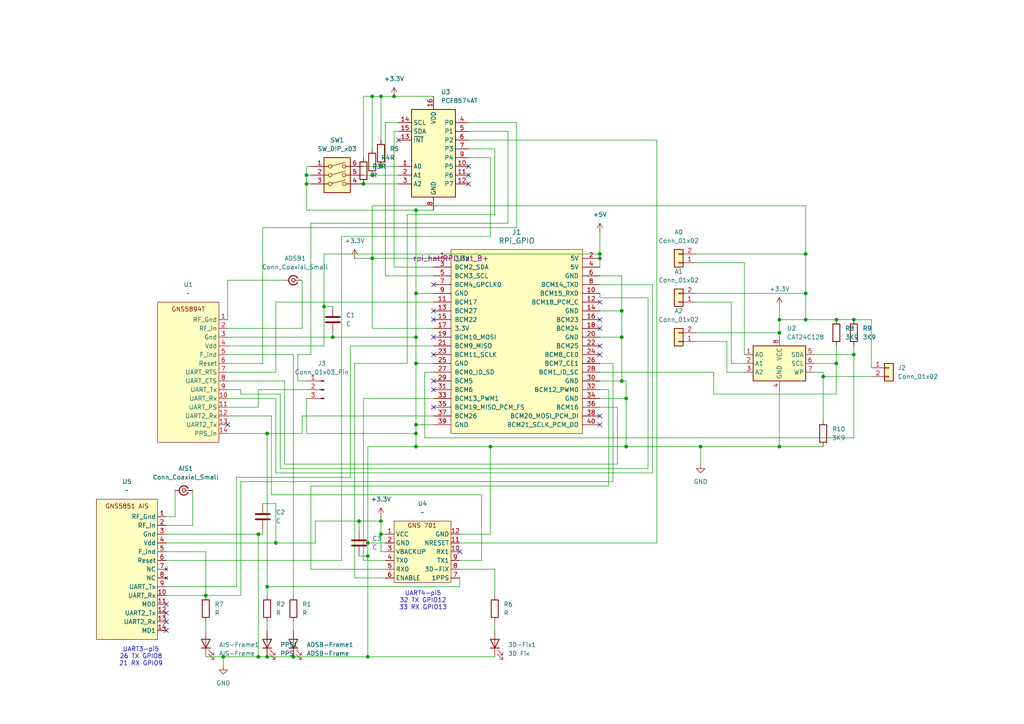
<source format=kicad_sch>
(kicad_sch
	(version 20250114)
	(generator "eeschema")
	(generator_version "9.0")
	(uuid "8bca86da-1451-41c1-84f2-9cf1ac7b280d")
	(paper "A4")
	(lib_symbols
		(symbol "Connector:Conn_01x03_Pin"
			(pin_names
				(offset 1.016)
				(hide yes)
			)
			(exclude_from_sim no)
			(in_bom yes)
			(on_board yes)
			(property "Reference" "J"
				(at 0 5.08 0)
				(effects
					(font
						(size 1.27 1.27)
					)
				)
			)
			(property "Value" "Conn_01x03_Pin"
				(at 0 -5.08 0)
				(effects
					(font
						(size 1.27 1.27)
					)
				)
			)
			(property "Footprint" ""
				(at 0 0 0)
				(effects
					(font
						(size 1.27 1.27)
					)
					(hide yes)
				)
			)
			(property "Datasheet" "~"
				(at 0 0 0)
				(effects
					(font
						(size 1.27 1.27)
					)
					(hide yes)
				)
			)
			(property "Description" "Generic connector, single row, 01x03, script generated"
				(at 0 0 0)
				(effects
					(font
						(size 1.27 1.27)
					)
					(hide yes)
				)
			)
			(property "ki_locked" ""
				(at 0 0 0)
				(effects
					(font
						(size 1.27 1.27)
					)
				)
			)
			(property "ki_keywords" "connector"
				(at 0 0 0)
				(effects
					(font
						(size 1.27 1.27)
					)
					(hide yes)
				)
			)
			(property "ki_fp_filters" "Connector*:*_1x??_*"
				(at 0 0 0)
				(effects
					(font
						(size 1.27 1.27)
					)
					(hide yes)
				)
			)
			(symbol "Conn_01x03_Pin_1_1"
				(rectangle
					(start 0.8636 2.667)
					(end 0 2.413)
					(stroke
						(width 0.1524)
						(type default)
					)
					(fill
						(type outline)
					)
				)
				(rectangle
					(start 0.8636 0.127)
					(end 0 -0.127)
					(stroke
						(width 0.1524)
						(type default)
					)
					(fill
						(type outline)
					)
				)
				(rectangle
					(start 0.8636 -2.413)
					(end 0 -2.667)
					(stroke
						(width 0.1524)
						(type default)
					)
					(fill
						(type outline)
					)
				)
				(polyline
					(pts
						(xy 1.27 2.54) (xy 0.8636 2.54)
					)
					(stroke
						(width 0.1524)
						(type default)
					)
					(fill
						(type none)
					)
				)
				(polyline
					(pts
						(xy 1.27 0) (xy 0.8636 0)
					)
					(stroke
						(width 0.1524)
						(type default)
					)
					(fill
						(type none)
					)
				)
				(polyline
					(pts
						(xy 1.27 -2.54) (xy 0.8636 -2.54)
					)
					(stroke
						(width 0.1524)
						(type default)
					)
					(fill
						(type none)
					)
				)
				(pin passive line
					(at 5.08 2.54 180)
					(length 3.81)
					(name "Pin_1"
						(effects
							(font
								(size 1.27 1.27)
							)
						)
					)
					(number "1"
						(effects
							(font
								(size 1.27 1.27)
							)
						)
					)
				)
				(pin passive line
					(at 5.08 0 180)
					(length 3.81)
					(name "Pin_2"
						(effects
							(font
								(size 1.27 1.27)
							)
						)
					)
					(number "2"
						(effects
							(font
								(size 1.27 1.27)
							)
						)
					)
				)
				(pin passive line
					(at 5.08 -2.54 180)
					(length 3.81)
					(name "Pin_3"
						(effects
							(font
								(size 1.27 1.27)
							)
						)
					)
					(number "3"
						(effects
							(font
								(size 1.27 1.27)
							)
						)
					)
				)
			)
			(embedded_fonts no)
		)
		(symbol "Connector:Conn_Coaxial_Small"
			(pin_numbers
				(hide yes)
			)
			(pin_names
				(offset 1.016)
				(hide yes)
			)
			(exclude_from_sim no)
			(in_bom yes)
			(on_board yes)
			(property "Reference" "J"
				(at 0.254 3.048 0)
				(effects
					(font
						(size 1.27 1.27)
					)
				)
			)
			(property "Value" "Conn_Coaxial_Small"
				(at 0 -3.81 0)
				(effects
					(font
						(size 1.27 1.27)
					)
				)
			)
			(property "Footprint" ""
				(at 0 0 0)
				(effects
					(font
						(size 1.27 1.27)
					)
					(hide yes)
				)
			)
			(property "Datasheet" "~"
				(at 0 0 0)
				(effects
					(font
						(size 1.27 1.27)
					)
					(hide yes)
				)
			)
			(property "Description" "small coaxial connector (BNC, SMA, SMB, SMC, Cinch/RCA, LEMO, ...)"
				(at 0 0 0)
				(effects
					(font
						(size 1.27 1.27)
					)
					(hide yes)
				)
			)
			(property "ki_keywords" "BNC SMA SMB SMC LEMO coaxial connector CINCH RCA MCX MMCX U.FL UMRF"
				(at 0 0 0)
				(effects
					(font
						(size 1.27 1.27)
					)
					(hide yes)
				)
			)
			(property "ki_fp_filters" "*BNC* *SMA* *SMB* *SMC* *Cinch* *LEMO* *UMRF* *MCX* *U.FL*"
				(at 0 0 0)
				(effects
					(font
						(size 1.27 1.27)
					)
					(hide yes)
				)
			)
			(symbol "Conn_Coaxial_Small_0_1"
				(polyline
					(pts
						(xy -2.54 0) (xy -0.508 0)
					)
					(stroke
						(width 0)
						(type default)
					)
					(fill
						(type none)
					)
				)
				(circle
					(center 0 0)
					(radius 0.508)
					(stroke
						(width 0.2032)
						(type default)
					)
					(fill
						(type none)
					)
				)
			)
			(symbol "Conn_Coaxial_Small_1_1"
				(arc
					(start 1.3484 0.0039)
					(mid 0.327 -1.308)
					(end -1.1916 -0.6311)
					(stroke
						(width 0.3048)
						(type default)
					)
					(fill
						(type none)
					)
				)
				(arc
					(start -1.1916 0.6311)
					(mid 0.327 1.3081)
					(end 1.3484 -0.0039)
					(stroke
						(width 0.3048)
						(type default)
					)
					(fill
						(type none)
					)
				)
				(pin passive line
					(at -2.54 0 0)
					(length 1.27)
					(name "In"
						(effects
							(font
								(size 1.27 1.27)
							)
						)
					)
					(number "1"
						(effects
							(font
								(size 1.27 1.27)
							)
						)
					)
				)
				(pin passive line
					(at 2.54 0 180)
					(length 1.27)
					(name "Ext"
						(effects
							(font
								(size 1.27 1.27)
							)
						)
					)
					(number "2"
						(effects
							(font
								(size 1.27 1.27)
							)
						)
					)
				)
			)
			(embedded_fonts no)
		)
		(symbol "Connector_Generic:Conn_01x02"
			(pin_names
				(offset 1.016)
				(hide yes)
			)
			(exclude_from_sim no)
			(in_bom yes)
			(on_board yes)
			(property "Reference" "J"
				(at 0 2.54 0)
				(effects
					(font
						(size 1.27 1.27)
					)
				)
			)
			(property "Value" "Conn_01x02"
				(at 0 -5.08 0)
				(effects
					(font
						(size 1.27 1.27)
					)
				)
			)
			(property "Footprint" ""
				(at 0 0 0)
				(effects
					(font
						(size 1.27 1.27)
					)
					(hide yes)
				)
			)
			(property "Datasheet" "~"
				(at 0 0 0)
				(effects
					(font
						(size 1.27 1.27)
					)
					(hide yes)
				)
			)
			(property "Description" "Generic connector, single row, 01x02, script generated (kicad-library-utils/schlib/autogen/connector/)"
				(at 0 0 0)
				(effects
					(font
						(size 1.27 1.27)
					)
					(hide yes)
				)
			)
			(property "ki_keywords" "connector"
				(at 0 0 0)
				(effects
					(font
						(size 1.27 1.27)
					)
					(hide yes)
				)
			)
			(property "ki_fp_filters" "Connector*:*_1x??_*"
				(at 0 0 0)
				(effects
					(font
						(size 1.27 1.27)
					)
					(hide yes)
				)
			)
			(symbol "Conn_01x02_1_1"
				(rectangle
					(start -1.27 1.27)
					(end 1.27 -3.81)
					(stroke
						(width 0.254)
						(type default)
					)
					(fill
						(type background)
					)
				)
				(rectangle
					(start -1.27 0.127)
					(end 0 -0.127)
					(stroke
						(width 0.1524)
						(type default)
					)
					(fill
						(type none)
					)
				)
				(rectangle
					(start -1.27 -2.413)
					(end 0 -2.667)
					(stroke
						(width 0.1524)
						(type default)
					)
					(fill
						(type none)
					)
				)
				(pin passive line
					(at -5.08 0 0)
					(length 3.81)
					(name "Pin_1"
						(effects
							(font
								(size 1.27 1.27)
							)
						)
					)
					(number "1"
						(effects
							(font
								(size 1.27 1.27)
							)
						)
					)
				)
				(pin passive line
					(at -5.08 -2.54 0)
					(length 3.81)
					(name "Pin_2"
						(effects
							(font
								(size 1.27 1.27)
							)
						)
					)
					(number "2"
						(effects
							(font
								(size 1.27 1.27)
							)
						)
					)
				)
			)
			(embedded_fonts no)
		)
		(symbol "Device:C"
			(pin_numbers
				(hide yes)
			)
			(pin_names
				(offset 0.254)
			)
			(exclude_from_sim no)
			(in_bom yes)
			(on_board yes)
			(property "Reference" "C"
				(at 0.635 2.54 0)
				(effects
					(font
						(size 1.27 1.27)
					)
					(justify left)
				)
			)
			(property "Value" "C"
				(at 0.635 -2.54 0)
				(effects
					(font
						(size 1.27 1.27)
					)
					(justify left)
				)
			)
			(property "Footprint" ""
				(at 0.9652 -3.81 0)
				(effects
					(font
						(size 1.27 1.27)
					)
					(hide yes)
				)
			)
			(property "Datasheet" "~"
				(at 0 0 0)
				(effects
					(font
						(size 1.27 1.27)
					)
					(hide yes)
				)
			)
			(property "Description" "Unpolarized capacitor"
				(at 0 0 0)
				(effects
					(font
						(size 1.27 1.27)
					)
					(hide yes)
				)
			)
			(property "ki_keywords" "cap capacitor"
				(at 0 0 0)
				(effects
					(font
						(size 1.27 1.27)
					)
					(hide yes)
				)
			)
			(property "ki_fp_filters" "C_*"
				(at 0 0 0)
				(effects
					(font
						(size 1.27 1.27)
					)
					(hide yes)
				)
			)
			(symbol "C_0_1"
				(polyline
					(pts
						(xy -2.032 0.762) (xy 2.032 0.762)
					)
					(stroke
						(width 0.508)
						(type default)
					)
					(fill
						(type none)
					)
				)
				(polyline
					(pts
						(xy -2.032 -0.762) (xy 2.032 -0.762)
					)
					(stroke
						(width 0.508)
						(type default)
					)
					(fill
						(type none)
					)
				)
			)
			(symbol "C_1_1"
				(pin passive line
					(at 0 3.81 270)
					(length 2.794)
					(name "~"
						(effects
							(font
								(size 1.27 1.27)
							)
						)
					)
					(number "1"
						(effects
							(font
								(size 1.27 1.27)
							)
						)
					)
				)
				(pin passive line
					(at 0 -3.81 90)
					(length 2.794)
					(name "~"
						(effects
							(font
								(size 1.27 1.27)
							)
						)
					)
					(number "2"
						(effects
							(font
								(size 1.27 1.27)
							)
						)
					)
				)
			)
			(embedded_fonts no)
		)
		(symbol "Device:LED"
			(pin_numbers
				(hide yes)
			)
			(pin_names
				(offset 1.016)
				(hide yes)
			)
			(exclude_from_sim no)
			(in_bom yes)
			(on_board yes)
			(property "Reference" "D"
				(at 0 2.54 0)
				(effects
					(font
						(size 1.27 1.27)
					)
				)
			)
			(property "Value" "LED"
				(at 0 -2.54 0)
				(effects
					(font
						(size 1.27 1.27)
					)
				)
			)
			(property "Footprint" ""
				(at 0 0 0)
				(effects
					(font
						(size 1.27 1.27)
					)
					(hide yes)
				)
			)
			(property "Datasheet" "~"
				(at 0 0 0)
				(effects
					(font
						(size 1.27 1.27)
					)
					(hide yes)
				)
			)
			(property "Description" "Light emitting diode"
				(at 0 0 0)
				(effects
					(font
						(size 1.27 1.27)
					)
					(hide yes)
				)
			)
			(property "Sim.Pins" "1=K 2=A"
				(at 0 0 0)
				(effects
					(font
						(size 1.27 1.27)
					)
					(hide yes)
				)
			)
			(property "ki_keywords" "LED diode"
				(at 0 0 0)
				(effects
					(font
						(size 1.27 1.27)
					)
					(hide yes)
				)
			)
			(property "ki_fp_filters" "LED* LED_SMD:* LED_THT:*"
				(at 0 0 0)
				(effects
					(font
						(size 1.27 1.27)
					)
					(hide yes)
				)
			)
			(symbol "LED_0_1"
				(polyline
					(pts
						(xy -3.048 -0.762) (xy -4.572 -2.286) (xy -3.81 -2.286) (xy -4.572 -2.286) (xy -4.572 -1.524)
					)
					(stroke
						(width 0)
						(type default)
					)
					(fill
						(type none)
					)
				)
				(polyline
					(pts
						(xy -1.778 -0.762) (xy -3.302 -2.286) (xy -2.54 -2.286) (xy -3.302 -2.286) (xy -3.302 -1.524)
					)
					(stroke
						(width 0)
						(type default)
					)
					(fill
						(type none)
					)
				)
				(polyline
					(pts
						(xy -1.27 0) (xy 1.27 0)
					)
					(stroke
						(width 0)
						(type default)
					)
					(fill
						(type none)
					)
				)
				(polyline
					(pts
						(xy -1.27 -1.27) (xy -1.27 1.27)
					)
					(stroke
						(width 0.254)
						(type default)
					)
					(fill
						(type none)
					)
				)
				(polyline
					(pts
						(xy 1.27 -1.27) (xy 1.27 1.27) (xy -1.27 0) (xy 1.27 -1.27)
					)
					(stroke
						(width 0.254)
						(type default)
					)
					(fill
						(type none)
					)
				)
			)
			(symbol "LED_1_1"
				(pin passive line
					(at -3.81 0 0)
					(length 2.54)
					(name "K"
						(effects
							(font
								(size 1.27 1.27)
							)
						)
					)
					(number "1"
						(effects
							(font
								(size 1.27 1.27)
							)
						)
					)
				)
				(pin passive line
					(at 3.81 0 180)
					(length 2.54)
					(name "A"
						(effects
							(font
								(size 1.27 1.27)
							)
						)
					)
					(number "2"
						(effects
							(font
								(size 1.27 1.27)
							)
						)
					)
				)
			)
			(embedded_fonts no)
		)
		(symbol "Device:R"
			(pin_numbers
				(hide yes)
			)
			(pin_names
				(offset 0)
			)
			(exclude_from_sim no)
			(in_bom yes)
			(on_board yes)
			(property "Reference" "R"
				(at 2.032 0 90)
				(effects
					(font
						(size 1.27 1.27)
					)
				)
			)
			(property "Value" "R"
				(at 0 0 90)
				(effects
					(font
						(size 1.27 1.27)
					)
				)
			)
			(property "Footprint" ""
				(at -1.778 0 90)
				(effects
					(font
						(size 1.27 1.27)
					)
					(hide yes)
				)
			)
			(property "Datasheet" "~"
				(at 0 0 0)
				(effects
					(font
						(size 1.27 1.27)
					)
					(hide yes)
				)
			)
			(property "Description" "Resistor"
				(at 0 0 0)
				(effects
					(font
						(size 1.27 1.27)
					)
					(hide yes)
				)
			)
			(property "ki_keywords" "R res resistor"
				(at 0 0 0)
				(effects
					(font
						(size 1.27 1.27)
					)
					(hide yes)
				)
			)
			(property "ki_fp_filters" "R_*"
				(at 0 0 0)
				(effects
					(font
						(size 1.27 1.27)
					)
					(hide yes)
				)
			)
			(symbol "R_0_1"
				(rectangle
					(start -1.016 -2.54)
					(end 1.016 2.54)
					(stroke
						(width 0.254)
						(type default)
					)
					(fill
						(type none)
					)
				)
			)
			(symbol "R_1_1"
				(pin passive line
					(at 0 3.81 270)
					(length 1.27)
					(name "~"
						(effects
							(font
								(size 1.27 1.27)
							)
						)
					)
					(number "1"
						(effects
							(font
								(size 1.27 1.27)
							)
						)
					)
				)
				(pin passive line
					(at 0 -3.81 90)
					(length 1.27)
					(name "~"
						(effects
							(font
								(size 1.27 1.27)
							)
						)
					)
					(number "2"
						(effects
							(font
								(size 1.27 1.27)
							)
						)
					)
				)
			)
			(embedded_fonts no)
		)
		(symbol "GNS:GNS5851"
			(exclude_from_sim no)
			(in_bom yes)
			(on_board yes)
			(property "Reference" "U"
				(at 0.762 16.764 0)
				(effects
					(font
						(size 1.27 1.27)
					)
				)
			)
			(property "Value" ""
				(at 0 0 0)
				(effects
					(font
						(size 1.27 1.27)
					)
				)
			)
			(property "Footprint" ""
				(at 0 0 0)
				(effects
					(font
						(size 1.27 1.27)
					)
					(hide yes)
				)
			)
			(property "Datasheet" ""
				(at 0 0 0)
				(effects
					(font
						(size 1.27 1.27)
					)
					(hide yes)
				)
			)
			(property "Description" ""
				(at 0 0 0)
				(effects
					(font
						(size 1.27 1.27)
					)
					(hide yes)
				)
			)
			(symbol "GNS5851_1_1"
				(rectangle
					(start -8.89 12.7)
					(end 8.89 -27.94)
					(stroke
						(width 0)
						(type solid)
					)
					(fill
						(type background)
					)
				)
				(text "GNS5851 AIS"
					(at 0 10.668 0)
					(effects
						(font
							(size 1.27 1.27)
						)
					)
				)
				(pin input line
					(at 11.43 7.62 180)
					(length 2.54)
					(name "RF_Gnd"
						(effects
							(font
								(size 1.27 1.27)
							)
						)
					)
					(number "1"
						(effects
							(font
								(size 1.27 1.27)
							)
						)
					)
				)
				(pin input line
					(at 11.43 5.08 180)
					(length 2.54)
					(name "RF_in"
						(effects
							(font
								(size 1.27 1.27)
							)
						)
					)
					(number "2"
						(effects
							(font
								(size 1.27 1.27)
							)
						)
					)
				)
				(pin power_in line
					(at 11.43 2.54 180)
					(length 2.54)
					(name "Gnd"
						(effects
							(font
								(size 1.27 1.27)
							)
						)
					)
					(number "3"
						(effects
							(font
								(size 1.27 1.27)
							)
						)
					)
				)
				(pin power_in line
					(at 11.43 0 180)
					(length 2.54)
					(name "Vdd"
						(effects
							(font
								(size 1.27 1.27)
							)
						)
					)
					(number "4"
						(effects
							(font
								(size 1.27 1.27)
							)
						)
					)
				)
				(pin output line
					(at 11.43 -2.54 180)
					(length 2.54)
					(name "F_ind"
						(effects
							(font
								(size 1.27 1.27)
							)
						)
					)
					(number "5"
						(effects
							(font
								(size 1.27 1.27)
							)
						)
					)
				)
				(pin input line
					(at 11.43 -5.08 180)
					(length 2.54)
					(name "Reset"
						(effects
							(font
								(size 1.27 1.27)
							)
						)
					)
					(number "6"
						(effects
							(font
								(size 1.27 1.27)
							)
						)
					)
				)
				(pin no_connect line
					(at 11.43 -7.62 180)
					(length 2.54)
					(name "NC"
						(effects
							(font
								(size 1.27 1.27)
							)
						)
					)
					(number "7"
						(effects
							(font
								(size 1.27 1.27)
							)
						)
					)
				)
				(pin no_connect line
					(at 11.43 -10.16 180)
					(length 2.54)
					(name "NC"
						(effects
							(font
								(size 1.27 1.27)
							)
						)
					)
					(number "8"
						(effects
							(font
								(size 1.27 1.27)
							)
						)
					)
				)
				(pin output line
					(at 11.43 -12.7 180)
					(length 2.54)
					(name "UART_Tx"
						(effects
							(font
								(size 1.27 1.27)
							)
						)
					)
					(number "9"
						(effects
							(font
								(size 1.27 1.27)
							)
						)
					)
				)
				(pin input line
					(at 11.43 -15.24 180)
					(length 2.54)
					(name "UART_Rx"
						(effects
							(font
								(size 1.27 1.27)
							)
						)
					)
					(number "10"
						(effects
							(font
								(size 1.27 1.27)
							)
						)
					)
				)
				(pin input line
					(at 11.43 -17.78 180)
					(length 2.54)
					(name "MD0"
						(effects
							(font
								(size 1.27 1.27)
							)
						)
					)
					(number "11"
						(effects
							(font
								(size 1.27 1.27)
							)
						)
					)
				)
				(pin output line
					(at 11.43 -20.32 180)
					(length 2.54)
					(name "UART2_Tx"
						(effects
							(font
								(size 1.27 1.27)
							)
						)
					)
					(number "12"
						(effects
							(font
								(size 1.27 1.27)
							)
						)
					)
				)
				(pin input line
					(at 11.43 -22.86 180)
					(length 2.54)
					(name "UART2_Rx"
						(effects
							(font
								(size 1.27 1.27)
							)
						)
					)
					(number "13"
						(effects
							(font
								(size 1.27 1.27)
							)
						)
					)
				)
				(pin input line
					(at 11.43 -25.4 180)
					(length 2.54)
					(name "MD1"
						(effects
							(font
								(size 1.27 1.27)
							)
						)
					)
					(number "14"
						(effects
							(font
								(size 1.27 1.27)
							)
						)
					)
				)
			)
			(embedded_fonts no)
		)
		(symbol "GNS:GNS5894T"
			(exclude_from_sim no)
			(in_bom yes)
			(on_board yes)
			(property "Reference" "U"
				(at 0.762 16.764 0)
				(effects
					(font
						(size 1.27 1.27)
					)
				)
			)
			(property "Value" ""
				(at 0 0 0)
				(effects
					(font
						(size 1.27 1.27)
					)
				)
			)
			(property "Footprint" ""
				(at 0 0 0)
				(effects
					(font
						(size 1.27 1.27)
					)
					(hide yes)
				)
			)
			(property "Datasheet" ""
				(at 0 0 0)
				(effects
					(font
						(size 1.27 1.27)
					)
					(hide yes)
				)
			)
			(property "Description" ""
				(at 0 0 0)
				(effects
					(font
						(size 1.27 1.27)
					)
					(hide yes)
				)
			)
			(symbol "GNS5894T_1_1"
				(rectangle
					(start -8.89 12.7)
					(end 8.89 -27.94)
					(stroke
						(width 0)
						(type solid)
					)
					(fill
						(type background)
					)
				)
				(text "GNS5894T"
					(at 0 10.668 0)
					(effects
						(font
							(size 1.27 1.27)
						)
					)
				)
				(pin input line
					(at 11.43 7.62 180)
					(length 2.54)
					(name "RF_Gnd"
						(effects
							(font
								(size 1.27 1.27)
							)
						)
					)
					(number "1"
						(effects
							(font
								(size 1.27 1.27)
							)
						)
					)
				)
				(pin input line
					(at 11.43 5.08 180)
					(length 2.54)
					(name "RF_in"
						(effects
							(font
								(size 1.27 1.27)
							)
						)
					)
					(number "2"
						(effects
							(font
								(size 1.27 1.27)
							)
						)
					)
				)
				(pin power_in line
					(at 11.43 2.54 180)
					(length 2.54)
					(name "Gnd"
						(effects
							(font
								(size 1.27 1.27)
							)
						)
					)
					(number "3"
						(effects
							(font
								(size 1.27 1.27)
							)
						)
					)
				)
				(pin power_in line
					(at 11.43 0 180)
					(length 2.54)
					(name "Vdd"
						(effects
							(font
								(size 1.27 1.27)
							)
						)
					)
					(number "4"
						(effects
							(font
								(size 1.27 1.27)
							)
						)
					)
				)
				(pin output line
					(at 11.43 -2.54 180)
					(length 2.54)
					(name "F_ind"
						(effects
							(font
								(size 1.27 1.27)
							)
						)
					)
					(number "5"
						(effects
							(font
								(size 1.27 1.27)
							)
						)
					)
				)
				(pin input line
					(at 11.43 -5.08 180)
					(length 2.54)
					(name "Reset"
						(effects
							(font
								(size 1.27 1.27)
							)
						)
					)
					(number "6"
						(effects
							(font
								(size 1.27 1.27)
							)
						)
					)
				)
				(pin output line
					(at 11.43 -7.62 180)
					(length 2.54)
					(name "UART_RTS"
						(effects
							(font
								(size 1.27 1.27)
							)
						)
					)
					(number "7"
						(effects
							(font
								(size 1.27 1.27)
							)
						)
					)
				)
				(pin input line
					(at 11.43 -10.16 180)
					(length 2.54)
					(name "UART_CTS"
						(effects
							(font
								(size 1.27 1.27)
							)
						)
					)
					(number "8"
						(effects
							(font
								(size 1.27 1.27)
							)
						)
					)
				)
				(pin output line
					(at 11.43 -12.7 180)
					(length 2.54)
					(name "UART_Tx"
						(effects
							(font
								(size 1.27 1.27)
							)
						)
					)
					(number "9"
						(effects
							(font
								(size 1.27 1.27)
							)
						)
					)
				)
				(pin input line
					(at 11.43 -15.24 180)
					(length 2.54)
					(name "UART_Rx"
						(effects
							(font
								(size 1.27 1.27)
							)
						)
					)
					(number "10"
						(effects
							(font
								(size 1.27 1.27)
							)
						)
					)
				)
				(pin input line
					(at 11.43 -17.78 180)
					(length 2.54)
					(name "UART_PS"
						(effects
							(font
								(size 1.27 1.27)
							)
						)
					)
					(number "11"
						(effects
							(font
								(size 1.27 1.27)
							)
						)
					)
				)
				(pin input line
					(at 11.43 -20.32 180)
					(length 2.54)
					(name "UART2_Rx"
						(effects
							(font
								(size 1.27 1.27)
							)
						)
					)
					(number "12"
						(effects
							(font
								(size 1.27 1.27)
							)
						)
					)
				)
				(pin output line
					(at 11.43 -22.86 180)
					(length 2.54)
					(name "UART2_Tx"
						(effects
							(font
								(size 1.27 1.27)
							)
						)
					)
					(number "13"
						(effects
							(font
								(size 1.27 1.27)
							)
						)
					)
				)
				(pin input line
					(at 11.43 -25.4 180)
					(length 2.54)
					(name "PPS_in"
						(effects
							(font
								(size 1.27 1.27)
							)
						)
					)
					(number "14"
						(effects
							(font
								(size 1.27 1.27)
							)
						)
					)
				)
			)
			(embedded_fonts no)
		)
		(symbol "GNS:GNS701"
			(exclude_from_sim no)
			(in_bom yes)
			(on_board yes)
			(property "Reference" "U"
				(at 0 6.604 0)
				(effects
					(font
						(size 1.27 1.27)
					)
				)
			)
			(property "Value" ""
				(at 0 0 0)
				(effects
					(font
						(size 1.27 1.27)
					)
				)
			)
			(property "Footprint" ""
				(at 0 0 0)
				(effects
					(font
						(size 1.27 1.27)
					)
					(hide yes)
				)
			)
			(property "Datasheet" ""
				(at 0 0 0)
				(effects
					(font
						(size 1.27 1.27)
					)
					(hide yes)
				)
			)
			(property "Description" ""
				(at 0 0 0)
				(effects
					(font
						(size 1.27 1.27)
					)
					(hide yes)
				)
			)
			(symbol "GNS701_1_1"
				(rectangle
					(start -7.62 5.08)
					(end 8.89 -12.7)
					(stroke
						(width 0)
						(type solid)
					)
					(fill
						(type background)
					)
				)
				(text "GNS 701"
					(at 0.508 3.81 0)
					(effects
						(font
							(size 1.27 1.27)
						)
					)
				)
				(pin power_in line
					(at -10.16 1.27 0)
					(length 2.54)
					(name "VCC"
						(effects
							(font
								(size 1.27 1.27)
							)
						)
					)
					(number "1"
						(effects
							(font
								(size 1.27 1.27)
							)
						)
					)
				)
				(pin power_in line
					(at -10.16 -1.27 0)
					(length 2.54)
					(name "GND"
						(effects
							(font
								(size 1.27 1.27)
							)
						)
					)
					(number "2"
						(effects
							(font
								(size 1.27 1.27)
							)
						)
					)
				)
				(pin power_in line
					(at -10.16 -3.81 0)
					(length 2.54)
					(name "VBACKUP"
						(effects
							(font
								(size 1.27 1.27)
							)
						)
					)
					(number "3"
						(effects
							(font
								(size 1.27 1.27)
							)
						)
					)
				)
				(pin output line
					(at -10.16 -6.35 0)
					(length 2.54)
					(name "TX0"
						(effects
							(font
								(size 1.27 1.27)
							)
						)
					)
					(number "4"
						(effects
							(font
								(size 1.27 1.27)
							)
						)
					)
				)
				(pin input line
					(at -10.16 -8.89 0)
					(length 2.54)
					(name "RX0"
						(effects
							(font
								(size 1.27 1.27)
							)
						)
					)
					(number "5"
						(effects
							(font
								(size 1.27 1.27)
							)
						)
					)
				)
				(pin input line
					(at -10.16 -11.43 0)
					(length 2.54)
					(name "ENABLE"
						(effects
							(font
								(size 1.27 1.27)
							)
						)
					)
					(number "6"
						(effects
							(font
								(size 1.27 1.27)
							)
						)
					)
				)
				(pin power_in line
					(at 11.43 1.27 180)
					(length 2.54)
					(name "GND"
						(effects
							(font
								(size 1.27 1.27)
							)
						)
					)
					(number "12"
						(effects
							(font
								(size 1.27 1.27)
							)
						)
					)
				)
				(pin input line
					(at 11.43 -1.27 180)
					(length 2.54)
					(name "NRESET"
						(effects
							(font
								(size 1.27 1.27)
							)
						)
					)
					(number "11"
						(effects
							(font
								(size 1.27 1.27)
							)
						)
					)
				)
				(pin input line
					(at 11.43 -3.81 180)
					(length 2.54)
					(name "RX1"
						(effects
							(font
								(size 1.27 1.27)
							)
						)
					)
					(number "10"
						(effects
							(font
								(size 1.27 1.27)
							)
						)
					)
				)
				(pin output line
					(at 11.43 -6.35 180)
					(length 2.54)
					(name "TX1"
						(effects
							(font
								(size 1.27 1.27)
							)
						)
					)
					(number "9"
						(effects
							(font
								(size 1.27 1.27)
							)
						)
					)
				)
				(pin output line
					(at 11.43 -8.89 180)
					(length 2.54)
					(name "3D-FIX"
						(effects
							(font
								(size 1.27 1.27)
							)
						)
					)
					(number "8"
						(effects
							(font
								(size 1.27 1.27)
							)
						)
					)
				)
				(pin output line
					(at 11.43 -11.43 180)
					(length 2.54)
					(name "1PPS"
						(effects
							(font
								(size 1.27 1.27)
							)
						)
					)
					(number "7"
						(effects
							(font
								(size 1.27 1.27)
							)
						)
					)
				)
			)
			(embedded_fonts no)
		)
		(symbol "Interface_Expansion:PCF8574AT"
			(exclude_from_sim no)
			(in_bom yes)
			(on_board yes)
			(property "Reference" "U"
				(at -6.35 12.954 0)
				(effects
					(font
						(size 1.27 1.27)
					)
					(justify left)
				)
			)
			(property "Value" "PCF8574AT"
				(at 3.048 12.954 0)
				(effects
					(font
						(size 1.27 1.27)
					)
					(justify left)
				)
			)
			(property "Footprint" "Package_SO:SOIC-16W_7.5x10.3mm_P1.27mm"
				(at 0 0 0)
				(effects
					(font
						(size 1.27 1.27)
					)
					(hide yes)
				)
			)
			(property "Datasheet" "http://www.nxp.com/docs/en/data-sheet/PCF8574_PCF8574A.pdf"
				(at 0 0 0)
				(effects
					(font
						(size 1.27 1.27)
					)
					(hide yes)
				)
			)
			(property "Description" "8 Bit Port/Expander to I2C Bus, fixed address bits 0b0111, SOIC-16"
				(at 0 0 0)
				(effects
					(font
						(size 1.27 1.27)
					)
					(hide yes)
				)
			)
			(property "ki_keywords" "I2C Expander"
				(at 0 0 0)
				(effects
					(font
						(size 1.27 1.27)
					)
					(hide yes)
				)
			)
			(property "ki_fp_filters" "SOIC*7.5x10.3mm*P1.27mm*"
				(at 0 0 0)
				(effects
					(font
						(size 1.27 1.27)
					)
					(hide yes)
				)
			)
			(symbol "PCF8574AT_0_1"
				(rectangle
					(start -6.35 -13.97)
					(end 6.35 11.43)
					(stroke
						(width 0.254)
						(type default)
					)
					(fill
						(type background)
					)
				)
			)
			(symbol "PCF8574AT_1_1"
				(pin input line
					(at -10.16 7.62 0)
					(length 3.81)
					(name "SCL"
						(effects
							(font
								(size 1.27 1.27)
							)
						)
					)
					(number "14"
						(effects
							(font
								(size 1.27 1.27)
							)
						)
					)
				)
				(pin bidirectional line
					(at -10.16 5.08 0)
					(length 3.81)
					(name "SDA"
						(effects
							(font
								(size 1.27 1.27)
							)
						)
					)
					(number "15"
						(effects
							(font
								(size 1.27 1.27)
							)
						)
					)
				)
				(pin open_collector line
					(at -10.16 2.54 0)
					(length 3.81)
					(name "~{INT}"
						(effects
							(font
								(size 1.27 1.27)
							)
						)
					)
					(number "13"
						(effects
							(font
								(size 1.27 1.27)
							)
						)
					)
				)
				(pin input line
					(at -10.16 -5.08 0)
					(length 3.81)
					(name "A0"
						(effects
							(font
								(size 1.27 1.27)
							)
						)
					)
					(number "1"
						(effects
							(font
								(size 1.27 1.27)
							)
						)
					)
				)
				(pin input line
					(at -10.16 -7.62 0)
					(length 3.81)
					(name "A1"
						(effects
							(font
								(size 1.27 1.27)
							)
						)
					)
					(number "2"
						(effects
							(font
								(size 1.27 1.27)
							)
						)
					)
				)
				(pin input line
					(at -10.16 -10.16 0)
					(length 3.81)
					(name "A2"
						(effects
							(font
								(size 1.27 1.27)
							)
						)
					)
					(number "3"
						(effects
							(font
								(size 1.27 1.27)
							)
						)
					)
				)
				(pin power_in line
					(at 0 15.24 270)
					(length 3.81)
					(name "VDD"
						(effects
							(font
								(size 1.27 1.27)
							)
						)
					)
					(number "16"
						(effects
							(font
								(size 1.27 1.27)
							)
						)
					)
				)
				(pin power_in line
					(at 0 -17.78 90)
					(length 3.81)
					(name "GND"
						(effects
							(font
								(size 1.27 1.27)
							)
						)
					)
					(number "8"
						(effects
							(font
								(size 1.27 1.27)
							)
						)
					)
				)
				(pin bidirectional line
					(at 10.16 7.62 180)
					(length 3.81)
					(name "P0"
						(effects
							(font
								(size 1.27 1.27)
							)
						)
					)
					(number "4"
						(effects
							(font
								(size 1.27 1.27)
							)
						)
					)
				)
				(pin bidirectional line
					(at 10.16 5.08 180)
					(length 3.81)
					(name "P1"
						(effects
							(font
								(size 1.27 1.27)
							)
						)
					)
					(number "5"
						(effects
							(font
								(size 1.27 1.27)
							)
						)
					)
				)
				(pin bidirectional line
					(at 10.16 2.54 180)
					(length 3.81)
					(name "P2"
						(effects
							(font
								(size 1.27 1.27)
							)
						)
					)
					(number "6"
						(effects
							(font
								(size 1.27 1.27)
							)
						)
					)
				)
				(pin bidirectional line
					(at 10.16 0 180)
					(length 3.81)
					(name "P3"
						(effects
							(font
								(size 1.27 1.27)
							)
						)
					)
					(number "7"
						(effects
							(font
								(size 1.27 1.27)
							)
						)
					)
				)
				(pin bidirectional line
					(at 10.16 -2.54 180)
					(length 3.81)
					(name "P4"
						(effects
							(font
								(size 1.27 1.27)
							)
						)
					)
					(number "9"
						(effects
							(font
								(size 1.27 1.27)
							)
						)
					)
				)
				(pin bidirectional line
					(at 10.16 -5.08 180)
					(length 3.81)
					(name "P5"
						(effects
							(font
								(size 1.27 1.27)
							)
						)
					)
					(number "10"
						(effects
							(font
								(size 1.27 1.27)
							)
						)
					)
				)
				(pin bidirectional line
					(at 10.16 -7.62 180)
					(length 3.81)
					(name "P6"
						(effects
							(font
								(size 1.27 1.27)
							)
						)
					)
					(number "11"
						(effects
							(font
								(size 1.27 1.27)
							)
						)
					)
				)
				(pin bidirectional line
					(at 10.16 -10.16 180)
					(length 3.81)
					(name "P7"
						(effects
							(font
								(size 1.27 1.27)
							)
						)
					)
					(number "12"
						(effects
							(font
								(size 1.27 1.27)
							)
						)
					)
				)
			)
			(embedded_fonts no)
		)
		(symbol "Memory_EEPROM:CAT24C128"
			(exclude_from_sim no)
			(in_bom yes)
			(on_board yes)
			(property "Reference" "U"
				(at -6.35 6.35 0)
				(effects
					(font
						(size 1.27 1.27)
					)
				)
			)
			(property "Value" "CAT24C128"
				(at 1.27 6.35 0)
				(effects
					(font
						(size 1.27 1.27)
					)
					(justify left)
				)
			)
			(property "Footprint" ""
				(at 0 0 0)
				(effects
					(font
						(size 1.27 1.27)
					)
					(hide yes)
				)
			)
			(property "Datasheet" "https://www.onsemi.com/pub/Collateral/CAT24C128-D.PDF"
				(at 0 0 0)
				(effects
					(font
						(size 1.27 1.27)
					)
					(hide yes)
				)
			)
			(property "Description" "128 kb CMOS Serial EEPROM, SOIC-8/TSSOP-8/DFN-8"
				(at 0 0 0)
				(effects
					(font
						(size 1.27 1.27)
					)
					(hide yes)
				)
			)
			(property "ki_keywords" "I2C EEPROM Serial 128kb"
				(at 0 0 0)
				(effects
					(font
						(size 1.27 1.27)
					)
					(hide yes)
				)
			)
			(property "ki_fp_filters" "DIP*W7.62mm* SOIC*3.9x4.9mm* TSSOP*4.4x3mm*P0.65mm* DFN*3x2mm*P0.5mm*"
				(at 0 0 0)
				(effects
					(font
						(size 1.27 1.27)
					)
					(hide yes)
				)
			)
			(symbol "CAT24C128_1_1"
				(rectangle
					(start -7.62 5.08)
					(end 7.62 -5.08)
					(stroke
						(width 0.254)
						(type default)
					)
					(fill
						(type background)
					)
				)
				(pin input line
					(at -10.16 2.54 0)
					(length 2.54)
					(name "A0"
						(effects
							(font
								(size 1.27 1.27)
							)
						)
					)
					(number "1"
						(effects
							(font
								(size 1.27 1.27)
							)
						)
					)
				)
				(pin input line
					(at -10.16 0 0)
					(length 2.54)
					(name "A1"
						(effects
							(font
								(size 1.27 1.27)
							)
						)
					)
					(number "2"
						(effects
							(font
								(size 1.27 1.27)
							)
						)
					)
				)
				(pin input line
					(at -10.16 -2.54 0)
					(length 2.54)
					(name "A2"
						(effects
							(font
								(size 1.27 1.27)
							)
						)
					)
					(number "3"
						(effects
							(font
								(size 1.27 1.27)
							)
						)
					)
				)
				(pin power_in line
					(at 0 7.62 270)
					(length 2.54)
					(name "VCC"
						(effects
							(font
								(size 1.27 1.27)
							)
						)
					)
					(number "8"
						(effects
							(font
								(size 1.27 1.27)
							)
						)
					)
				)
				(pin power_in line
					(at 0 -7.62 90)
					(length 2.54)
					(name "GND"
						(effects
							(font
								(size 1.27 1.27)
							)
						)
					)
					(number "4"
						(effects
							(font
								(size 1.27 1.27)
							)
						)
					)
				)
				(pin bidirectional line
					(at 10.16 2.54 180)
					(length 2.54)
					(name "SDA"
						(effects
							(font
								(size 1.27 1.27)
							)
						)
					)
					(number "5"
						(effects
							(font
								(size 1.27 1.27)
							)
						)
					)
				)
				(pin input line
					(at 10.16 0 180)
					(length 2.54)
					(name "SCL"
						(effects
							(font
								(size 1.27 1.27)
							)
						)
					)
					(number "6"
						(effects
							(font
								(size 1.27 1.27)
							)
						)
					)
				)
				(pin input line
					(at 10.16 -2.54 180)
					(length 2.54)
					(name "WP"
						(effects
							(font
								(size 1.27 1.27)
							)
						)
					)
					(number "7"
						(effects
							(font
								(size 1.27 1.27)
							)
						)
					)
				)
			)
			(embedded_fonts no)
		)
		(symbol "RPI:RPi_GPIO"
			(pin_names
				(offset 1.016)
			)
			(exclude_from_sim no)
			(in_bom yes)
			(on_board yes)
			(property "Reference" "J"
				(at 19.05 6.35 0)
				(effects
					(font
						(size 1.524 1.524)
					)
				)
			)
			(property "Value" "RPi_GPIO"
				(at 19.05 3.81 0)
				(effects
					(font
						(size 1.524 1.524)
					)
				)
			)
			(property "Footprint" ""
				(at 0 0 0)
				(effects
					(font
						(size 1.524 1.524)
					)
				)
			)
			(property "Datasheet" ""
				(at 0 0 0)
				(effects
					(font
						(size 1.524 1.524)
					)
				)
			)
			(property "Description" ""
				(at 0 0 0)
				(effects
					(font
						(size 1.27 1.27)
					)
					(hide yes)
				)
			)
			(symbol "RPi_GPIO_1_1"
				(rectangle
					(start 0 2.54)
					(end 38.1 -50.8)
					(stroke
						(width 0)
						(type solid)
					)
					(fill
						(type background)
					)
				)
				(pin power_in line
					(at -5.08 0 0)
					(length 5.08)
					(name "3.3V"
						(effects
							(font
								(size 1.27 1.27)
							)
						)
					)
					(number "1"
						(effects
							(font
								(size 1.27 1.27)
							)
						)
					)
				)
				(pin bidirectional line
					(at -5.08 -2.54 0)
					(length 5.08)
					(name "BCM2_SDA"
						(effects
							(font
								(size 1.27 1.27)
							)
						)
					)
					(number "3"
						(effects
							(font
								(size 1.27 1.27)
							)
						)
					)
				)
				(pin bidirectional line
					(at -5.08 -5.08 0)
					(length 5.08)
					(name "BCM3_SCL"
						(effects
							(font
								(size 1.27 1.27)
							)
						)
					)
					(number "5"
						(effects
							(font
								(size 1.27 1.27)
							)
						)
					)
				)
				(pin bidirectional line
					(at -5.08 -7.62 0)
					(length 5.08)
					(name "BCM4_GPCLK0"
						(effects
							(font
								(size 1.27 1.27)
							)
						)
					)
					(number "7"
						(effects
							(font
								(size 1.27 1.27)
							)
						)
					)
				)
				(pin power_in line
					(at -5.08 -10.16 0)
					(length 5.08)
					(name "GND"
						(effects
							(font
								(size 1.27 1.27)
							)
						)
					)
					(number "9"
						(effects
							(font
								(size 1.27 1.27)
							)
						)
					)
				)
				(pin bidirectional line
					(at -5.08 -12.7 0)
					(length 5.08)
					(name "BCM17"
						(effects
							(font
								(size 1.27 1.27)
							)
						)
					)
					(number "11"
						(effects
							(font
								(size 1.27 1.27)
							)
						)
					)
				)
				(pin bidirectional line
					(at -5.08 -15.24 0)
					(length 5.08)
					(name "BCM27"
						(effects
							(font
								(size 1.27 1.27)
							)
						)
					)
					(number "13"
						(effects
							(font
								(size 1.27 1.27)
							)
						)
					)
				)
				(pin bidirectional line
					(at -5.08 -17.78 0)
					(length 5.08)
					(name "BCM22"
						(effects
							(font
								(size 1.27 1.27)
							)
						)
					)
					(number "15"
						(effects
							(font
								(size 1.27 1.27)
							)
						)
					)
				)
				(pin power_in line
					(at -5.08 -20.32 0)
					(length 5.08)
					(name "3.3V"
						(effects
							(font
								(size 1.27 1.27)
							)
						)
					)
					(number "17"
						(effects
							(font
								(size 1.27 1.27)
							)
						)
					)
				)
				(pin bidirectional line
					(at -5.08 -22.86 0)
					(length 5.08)
					(name "BCM10_MOSI"
						(effects
							(font
								(size 1.27 1.27)
							)
						)
					)
					(number "19"
						(effects
							(font
								(size 1.27 1.27)
							)
						)
					)
				)
				(pin bidirectional line
					(at -5.08 -25.4 0)
					(length 5.08)
					(name "BCM9_MISO"
						(effects
							(font
								(size 1.27 1.27)
							)
						)
					)
					(number "21"
						(effects
							(font
								(size 1.27 1.27)
							)
						)
					)
				)
				(pin bidirectional line
					(at -5.08 -27.94 0)
					(length 5.08)
					(name "BCM11_SCLK"
						(effects
							(font
								(size 1.27 1.27)
							)
						)
					)
					(number "23"
						(effects
							(font
								(size 1.27 1.27)
							)
						)
					)
				)
				(pin power_in line
					(at -5.08 -30.48 0)
					(length 5.08)
					(name "GND"
						(effects
							(font
								(size 1.27 1.27)
							)
						)
					)
					(number "25"
						(effects
							(font
								(size 1.27 1.27)
							)
						)
					)
				)
				(pin bidirectional line
					(at -5.08 -33.02 0)
					(length 5.08)
					(name "BCM0_ID_SD"
						(effects
							(font
								(size 1.27 1.27)
							)
						)
					)
					(number "27"
						(effects
							(font
								(size 1.27 1.27)
							)
						)
					)
				)
				(pin bidirectional line
					(at -5.08 -35.56 0)
					(length 5.08)
					(name "BCM5"
						(effects
							(font
								(size 1.27 1.27)
							)
						)
					)
					(number "29"
						(effects
							(font
								(size 1.27 1.27)
							)
						)
					)
				)
				(pin bidirectional line
					(at -5.08 -38.1 0)
					(length 5.08)
					(name "BCM6"
						(effects
							(font
								(size 1.27 1.27)
							)
						)
					)
					(number "31"
						(effects
							(font
								(size 1.27 1.27)
							)
						)
					)
				)
				(pin bidirectional line
					(at -5.08 -40.64 0)
					(length 5.08)
					(name "BCM13_PWM1"
						(effects
							(font
								(size 1.27 1.27)
							)
						)
					)
					(number "33"
						(effects
							(font
								(size 1.27 1.27)
							)
						)
					)
				)
				(pin bidirectional line
					(at -5.08 -43.18 0)
					(length 5.08)
					(name "BCM19_MISO_PCM_FS"
						(effects
							(font
								(size 1.27 1.27)
							)
						)
					)
					(number "35"
						(effects
							(font
								(size 1.27 1.27)
							)
						)
					)
				)
				(pin bidirectional line
					(at -5.08 -45.72 0)
					(length 5.08)
					(name "BCM26"
						(effects
							(font
								(size 1.27 1.27)
							)
						)
					)
					(number "37"
						(effects
							(font
								(size 1.27 1.27)
							)
						)
					)
				)
				(pin power_in line
					(at -5.08 -48.26 0)
					(length 5.08)
					(name "GND"
						(effects
							(font
								(size 1.27 1.27)
							)
						)
					)
					(number "39"
						(effects
							(font
								(size 1.27 1.27)
							)
						)
					)
				)
				(pin power_in line
					(at 43.18 0 180)
					(length 5.08)
					(name "5V"
						(effects
							(font
								(size 1.27 1.27)
							)
						)
					)
					(number "2"
						(effects
							(font
								(size 1.27 1.27)
							)
						)
					)
				)
				(pin power_in line
					(at 43.18 -2.54 180)
					(length 5.08)
					(name "5V"
						(effects
							(font
								(size 1.27 1.27)
							)
						)
					)
					(number "4"
						(effects
							(font
								(size 1.27 1.27)
							)
						)
					)
				)
				(pin power_in line
					(at 43.18 -5.08 180)
					(length 5.08)
					(name "GND"
						(effects
							(font
								(size 1.27 1.27)
							)
						)
					)
					(number "6"
						(effects
							(font
								(size 1.27 1.27)
							)
						)
					)
				)
				(pin bidirectional line
					(at 43.18 -7.62 180)
					(length 5.08)
					(name "BCM14_TXD"
						(effects
							(font
								(size 1.27 1.27)
							)
						)
					)
					(number "8"
						(effects
							(font
								(size 1.27 1.27)
							)
						)
					)
				)
				(pin bidirectional line
					(at 43.18 -10.16 180)
					(length 5.08)
					(name "BCM15_RXD"
						(effects
							(font
								(size 1.27 1.27)
							)
						)
					)
					(number "10"
						(effects
							(font
								(size 1.27 1.27)
							)
						)
					)
				)
				(pin bidirectional line
					(at 43.18 -12.7 180)
					(length 5.08)
					(name "BCM18_PCM_C"
						(effects
							(font
								(size 1.27 1.27)
							)
						)
					)
					(number "12"
						(effects
							(font
								(size 1.27 1.27)
							)
						)
					)
				)
				(pin power_in line
					(at 43.18 -15.24 180)
					(length 5.08)
					(name "GND"
						(effects
							(font
								(size 1.27 1.27)
							)
						)
					)
					(number "14"
						(effects
							(font
								(size 1.27 1.27)
							)
						)
					)
				)
				(pin bidirectional line
					(at 43.18 -17.78 180)
					(length 5.08)
					(name "BCM23"
						(effects
							(font
								(size 1.27 1.27)
							)
						)
					)
					(number "16"
						(effects
							(font
								(size 1.27 1.27)
							)
						)
					)
				)
				(pin bidirectional line
					(at 43.18 -20.32 180)
					(length 5.08)
					(name "BCM24"
						(effects
							(font
								(size 1.27 1.27)
							)
						)
					)
					(number "18"
						(effects
							(font
								(size 1.27 1.27)
							)
						)
					)
				)
				(pin power_in line
					(at 43.18 -22.86 180)
					(length 5.08)
					(name "GND"
						(effects
							(font
								(size 1.27 1.27)
							)
						)
					)
					(number "20"
						(effects
							(font
								(size 1.27 1.27)
							)
						)
					)
				)
				(pin bidirectional line
					(at 43.18 -25.4 180)
					(length 5.08)
					(name "BCM25"
						(effects
							(font
								(size 1.27 1.27)
							)
						)
					)
					(number "22"
						(effects
							(font
								(size 1.27 1.27)
							)
						)
					)
				)
				(pin bidirectional line
					(at 43.18 -27.94 180)
					(length 5.08)
					(name "BCM8_CE0"
						(effects
							(font
								(size 1.27 1.27)
							)
						)
					)
					(number "24"
						(effects
							(font
								(size 1.27 1.27)
							)
						)
					)
				)
				(pin bidirectional line
					(at 43.18 -30.48 180)
					(length 5.08)
					(name "BCM7_CE1"
						(effects
							(font
								(size 1.27 1.27)
							)
						)
					)
					(number "26"
						(effects
							(font
								(size 1.27 1.27)
							)
						)
					)
				)
				(pin bidirectional line
					(at 43.18 -33.02 180)
					(length 5.08)
					(name "BCM1_ID_SC"
						(effects
							(font
								(size 1.27 1.27)
							)
						)
					)
					(number "28"
						(effects
							(font
								(size 1.27 1.27)
							)
						)
					)
				)
				(pin power_in line
					(at 43.18 -35.56 180)
					(length 5.08)
					(name "GND"
						(effects
							(font
								(size 1.27 1.27)
							)
						)
					)
					(number "30"
						(effects
							(font
								(size 1.27 1.27)
							)
						)
					)
				)
				(pin bidirectional line
					(at 43.18 -38.1 180)
					(length 5.08)
					(name "BCM12_PWM0"
						(effects
							(font
								(size 1.27 1.27)
							)
						)
					)
					(number "32"
						(effects
							(font
								(size 1.27 1.27)
							)
						)
					)
				)
				(pin power_in line
					(at 43.18 -40.64 180)
					(length 5.08)
					(name "GND"
						(effects
							(font
								(size 1.27 1.27)
							)
						)
					)
					(number "34"
						(effects
							(font
								(size 1.27 1.27)
							)
						)
					)
				)
				(pin bidirectional line
					(at 43.18 -43.18 180)
					(length 5.08)
					(name "BCM16"
						(effects
							(font
								(size 1.27 1.27)
							)
						)
					)
					(number "36"
						(effects
							(font
								(size 1.27 1.27)
							)
						)
					)
				)
				(pin bidirectional line
					(at 43.18 -45.72 180)
					(length 5.08)
					(name "BCM20_MOSI_PCM_DI"
						(effects
							(font
								(size 1.27 1.27)
							)
						)
					)
					(number "38"
						(effects
							(font
								(size 1.27 1.27)
							)
						)
					)
				)
				(pin bidirectional line
					(at 43.18 -48.26 180)
					(length 5.08)
					(name "BCM21_SCLK_PCM_DO"
						(effects
							(font
								(size 1.27 1.27)
							)
						)
					)
					(number "40"
						(effects
							(font
								(size 1.27 1.27)
							)
						)
					)
				)
			)
			(embedded_fonts no)
		)
		(symbol "Switch:SW_DIP_x03"
			(pin_names
				(offset 0)
				(hide yes)
			)
			(exclude_from_sim no)
			(in_bom yes)
			(on_board yes)
			(property "Reference" "SW"
				(at 0 6.35 0)
				(effects
					(font
						(size 1.27 1.27)
					)
				)
			)
			(property "Value" "SW_DIP_x03"
				(at 0 -6.35 0)
				(effects
					(font
						(size 1.27 1.27)
					)
				)
			)
			(property "Footprint" ""
				(at 0 -2.54 0)
				(effects
					(font
						(size 1.27 1.27)
					)
					(hide yes)
				)
			)
			(property "Datasheet" "~"
				(at 0 -2.54 0)
				(effects
					(font
						(size 1.27 1.27)
					)
					(hide yes)
				)
			)
			(property "Description" "3x DIP Switch, Single Pole Single Throw (SPST) switch, small symbol"
				(at 0 0 0)
				(effects
					(font
						(size 1.27 1.27)
					)
					(hide yes)
				)
			)
			(property "ki_keywords" "dip switch"
				(at 0 0 0)
				(effects
					(font
						(size 1.27 1.27)
					)
					(hide yes)
				)
			)
			(property "ki_fp_filters" "SW?DIP?x3*"
				(at 0 0 0)
				(effects
					(font
						(size 1.27 1.27)
					)
					(hide yes)
				)
			)
			(symbol "SW_DIP_x03_0_0"
				(circle
					(center -2.032 2.54)
					(radius 0.508)
					(stroke
						(width 0)
						(type default)
					)
					(fill
						(type none)
					)
				)
				(circle
					(center -2.032 0)
					(radius 0.508)
					(stroke
						(width 0)
						(type default)
					)
					(fill
						(type none)
					)
				)
				(circle
					(center -2.032 -2.54)
					(radius 0.508)
					(stroke
						(width 0)
						(type default)
					)
					(fill
						(type none)
					)
				)
				(polyline
					(pts
						(xy -1.524 2.667) (xy 2.3622 3.7084)
					)
					(stroke
						(width 0)
						(type default)
					)
					(fill
						(type none)
					)
				)
				(polyline
					(pts
						(xy -1.524 0.127) (xy 2.3622 1.1684)
					)
					(stroke
						(width 0)
						(type default)
					)
					(fill
						(type none)
					)
				)
				(polyline
					(pts
						(xy -1.524 -2.413) (xy 2.3622 -1.3716)
					)
					(stroke
						(width 0)
						(type default)
					)
					(fill
						(type none)
					)
				)
				(circle
					(center 2.032 2.54)
					(radius 0.508)
					(stroke
						(width 0)
						(type default)
					)
					(fill
						(type none)
					)
				)
				(circle
					(center 2.032 0)
					(radius 0.508)
					(stroke
						(width 0)
						(type default)
					)
					(fill
						(type none)
					)
				)
				(circle
					(center 2.032 -2.54)
					(radius 0.508)
					(stroke
						(width 0)
						(type default)
					)
					(fill
						(type none)
					)
				)
			)
			(symbol "SW_DIP_x03_0_1"
				(rectangle
					(start -3.81 5.08)
					(end 3.81 -5.08)
					(stroke
						(width 0.254)
						(type default)
					)
					(fill
						(type background)
					)
				)
			)
			(symbol "SW_DIP_x03_1_1"
				(pin passive line
					(at -7.62 2.54 0)
					(length 5.08)
					(name "~"
						(effects
							(font
								(size 1.27 1.27)
							)
						)
					)
					(number "1"
						(effects
							(font
								(size 1.27 1.27)
							)
						)
					)
				)
				(pin passive line
					(at -7.62 0 0)
					(length 5.08)
					(name "~"
						(effects
							(font
								(size 1.27 1.27)
							)
						)
					)
					(number "2"
						(effects
							(font
								(size 1.27 1.27)
							)
						)
					)
				)
				(pin passive line
					(at -7.62 -2.54 0)
					(length 5.08)
					(name "~"
						(effects
							(font
								(size 1.27 1.27)
							)
						)
					)
					(number "3"
						(effects
							(font
								(size 1.27 1.27)
							)
						)
					)
				)
				(pin passive line
					(at 7.62 2.54 180)
					(length 5.08)
					(name "~"
						(effects
							(font
								(size 1.27 1.27)
							)
						)
					)
					(number "6"
						(effects
							(font
								(size 1.27 1.27)
							)
						)
					)
				)
				(pin passive line
					(at 7.62 0 180)
					(length 5.08)
					(name "~"
						(effects
							(font
								(size 1.27 1.27)
							)
						)
					)
					(number "5"
						(effects
							(font
								(size 1.27 1.27)
							)
						)
					)
				)
				(pin passive line
					(at 7.62 -2.54 180)
					(length 5.08)
					(name "~"
						(effects
							(font
								(size 1.27 1.27)
							)
						)
					)
					(number "4"
						(effects
							(font
								(size 1.27 1.27)
							)
						)
					)
				)
			)
			(embedded_fonts no)
		)
		(symbol "power:+3.3V"
			(power)
			(pin_numbers
				(hide yes)
			)
			(pin_names
				(offset 0)
				(hide yes)
			)
			(exclude_from_sim no)
			(in_bom yes)
			(on_board yes)
			(property "Reference" "#PWR"
				(at 0 -3.81 0)
				(effects
					(font
						(size 1.27 1.27)
					)
					(hide yes)
				)
			)
			(property "Value" "+3.3V"
				(at 0 3.556 0)
				(effects
					(font
						(size 1.27 1.27)
					)
				)
			)
			(property "Footprint" ""
				(at 0 0 0)
				(effects
					(font
						(size 1.27 1.27)
					)
					(hide yes)
				)
			)
			(property "Datasheet" ""
				(at 0 0 0)
				(effects
					(font
						(size 1.27 1.27)
					)
					(hide yes)
				)
			)
			(property "Description" "Power symbol creates a global label with name \"+3.3V\""
				(at 0 0 0)
				(effects
					(font
						(size 1.27 1.27)
					)
					(hide yes)
				)
			)
			(property "ki_keywords" "global power"
				(at 0 0 0)
				(effects
					(font
						(size 1.27 1.27)
					)
					(hide yes)
				)
			)
			(symbol "+3.3V_0_1"
				(polyline
					(pts
						(xy -0.762 1.27) (xy 0 2.54)
					)
					(stroke
						(width 0)
						(type default)
					)
					(fill
						(type none)
					)
				)
				(polyline
					(pts
						(xy 0 2.54) (xy 0.762 1.27)
					)
					(stroke
						(width 0)
						(type default)
					)
					(fill
						(type none)
					)
				)
				(polyline
					(pts
						(xy 0 0) (xy 0 2.54)
					)
					(stroke
						(width 0)
						(type default)
					)
					(fill
						(type none)
					)
				)
			)
			(symbol "+3.3V_1_1"
				(pin power_in line
					(at 0 0 90)
					(length 0)
					(name "~"
						(effects
							(font
								(size 1.27 1.27)
							)
						)
					)
					(number "1"
						(effects
							(font
								(size 1.27 1.27)
							)
						)
					)
				)
			)
			(embedded_fonts no)
		)
		(symbol "power:+5V"
			(power)
			(pin_numbers
				(hide yes)
			)
			(pin_names
				(offset 0)
				(hide yes)
			)
			(exclude_from_sim no)
			(in_bom yes)
			(on_board yes)
			(property "Reference" "#PWR"
				(at 0 -3.81 0)
				(effects
					(font
						(size 1.27 1.27)
					)
					(hide yes)
				)
			)
			(property "Value" "+5V"
				(at 0 3.556 0)
				(effects
					(font
						(size 1.27 1.27)
					)
				)
			)
			(property "Footprint" ""
				(at 0 0 0)
				(effects
					(font
						(size 1.27 1.27)
					)
					(hide yes)
				)
			)
			(property "Datasheet" ""
				(at 0 0 0)
				(effects
					(font
						(size 1.27 1.27)
					)
					(hide yes)
				)
			)
			(property "Description" "Power symbol creates a global label with name \"+5V\""
				(at 0 0 0)
				(effects
					(font
						(size 1.27 1.27)
					)
					(hide yes)
				)
			)
			(property "ki_keywords" "global power"
				(at 0 0 0)
				(effects
					(font
						(size 1.27 1.27)
					)
					(hide yes)
				)
			)
			(symbol "+5V_0_1"
				(polyline
					(pts
						(xy -0.762 1.27) (xy 0 2.54)
					)
					(stroke
						(width 0)
						(type default)
					)
					(fill
						(type none)
					)
				)
				(polyline
					(pts
						(xy 0 2.54) (xy 0.762 1.27)
					)
					(stroke
						(width 0)
						(type default)
					)
					(fill
						(type none)
					)
				)
				(polyline
					(pts
						(xy 0 0) (xy 0 2.54)
					)
					(stroke
						(width 0)
						(type default)
					)
					(fill
						(type none)
					)
				)
			)
			(symbol "+5V_1_1"
				(pin power_in line
					(at 0 0 90)
					(length 0)
					(name "~"
						(effects
							(font
								(size 1.27 1.27)
							)
						)
					)
					(number "1"
						(effects
							(font
								(size 1.27 1.27)
							)
						)
					)
				)
			)
			(embedded_fonts no)
		)
		(symbol "power:GND"
			(power)
			(pin_numbers
				(hide yes)
			)
			(pin_names
				(offset 0)
				(hide yes)
			)
			(exclude_from_sim no)
			(in_bom yes)
			(on_board yes)
			(property "Reference" "#PWR"
				(at 0 -6.35 0)
				(effects
					(font
						(size 1.27 1.27)
					)
					(hide yes)
				)
			)
			(property "Value" "GND"
				(at 0 -3.81 0)
				(effects
					(font
						(size 1.27 1.27)
					)
				)
			)
			(property "Footprint" ""
				(at 0 0 0)
				(effects
					(font
						(size 1.27 1.27)
					)
					(hide yes)
				)
			)
			(property "Datasheet" ""
				(at 0 0 0)
				(effects
					(font
						(size 1.27 1.27)
					)
					(hide yes)
				)
			)
			(property "Description" "Power symbol creates a global label with name \"GND\" , ground"
				(at 0 0 0)
				(effects
					(font
						(size 1.27 1.27)
					)
					(hide yes)
				)
			)
			(property "ki_keywords" "global power"
				(at 0 0 0)
				(effects
					(font
						(size 1.27 1.27)
					)
					(hide yes)
				)
			)
			(symbol "GND_0_1"
				(polyline
					(pts
						(xy 0 0) (xy 0 -1.27) (xy 1.27 -1.27) (xy 0 -2.54) (xy -1.27 -1.27) (xy 0 -1.27)
					)
					(stroke
						(width 0)
						(type default)
					)
					(fill
						(type none)
					)
				)
			)
			(symbol "GND_1_1"
				(pin power_in line
					(at 0 0 270)
					(length 0)
					(name "~"
						(effects
							(font
								(size 1.27 1.27)
							)
						)
					)
					(number "1"
						(effects
							(font
								(size 1.27 1.27)
							)
						)
					)
				)
			)
			(embedded_fonts no)
		)
	)
	(text "UART4-pi5\n32 TX GPIO12\n33 RX GPIO13"
		(exclude_from_sim no)
		(at 122.682 174.244 0)
		(effects
			(font
				(size 1.27 1.27)
			)
		)
		(uuid "285cc339-e772-4e68-845d-20de6a6c10ac")
	)
	(text "UART3-pi5\n26 TX GPIO8\n21 RX GPIO9"
		(exclude_from_sim no)
		(at 40.894 190.5 0)
		(effects
			(font
				(size 1.27 1.27)
			)
		)
		(uuid "74867b0e-b170-4774-8a43-5a1dfe59f070")
	)
	(junction
		(at 110.49 48.26)
		(diameter 0)
		(color 0 0 0 0)
		(uuid "0eb5952b-495b-488c-bb6f-f0c8c4014615")
	)
	(junction
		(at 114.3 27.94)
		(diameter 0)
		(color 0 0 0 0)
		(uuid "17cfc4ba-e606-4b74-855a-a924109d2030")
	)
	(junction
		(at 120.65 129.54)
		(diameter 0)
		(color 0 0 0 0)
		(uuid "18d75d25-7956-4996-995b-339782e5fdaa")
	)
	(junction
		(at 77.47 125.73)
		(diameter 0)
		(color 0 0 0 0)
		(uuid "1a758cae-1f32-4473-a351-82e2c61ed3ef")
	)
	(junction
		(at 247.65 102.87)
		(diameter 0)
		(color 0 0 0 0)
		(uuid "1ce68585-85ce-4b2e-86f7-9efa1fbb8191")
	)
	(junction
		(at 142.24 129.54)
		(diameter 0)
		(color 0 0 0 0)
		(uuid "2be4d2a8-67e1-448c-a5de-4deb46fd98cc")
	)
	(junction
		(at 120.65 123.19)
		(diameter 0)
		(color 0 0 0 0)
		(uuid "32e067bc-ced7-4d39-b744-379549d52474")
	)
	(junction
		(at 233.68 85.09)
		(diameter 0)
		(color 0 0 0 0)
		(uuid "37d58afa-3024-455e-90a9-9a8d2242239c")
	)
	(junction
		(at 120.65 85.09)
		(diameter 0)
		(color 0 0 0 0)
		(uuid "38a6ac31-704d-451f-8eb6-cd182196478a")
	)
	(junction
		(at 173.99 73.66)
		(diameter 0)
		(color 0 0 0 0)
		(uuid "39a3c557-2ffd-493a-91b7-e18605022f47")
	)
	(junction
		(at 120.65 97.79)
		(diameter 0)
		(color 0 0 0 0)
		(uuid "4013e34d-034f-4a07-a387-60a1ed5b7b83")
	)
	(junction
		(at 181.61 115.57)
		(diameter 0)
		(color 0 0 0 0)
		(uuid "42872065-c01c-434a-8551-6ad774310db9")
	)
	(junction
		(at 233.68 92.71)
		(diameter 0)
		(color 0 0 0 0)
		(uuid "46ee5066-0133-4510-bc8c-ec00aa115300")
	)
	(junction
		(at 77.47 190.5)
		(diameter 0)
		(color 0 0 0 0)
		(uuid "4e193a01-de7b-46f9-9ca6-2ec8f1d36134")
	)
	(junction
		(at 107.95 74.93)
		(diameter 0)
		(color 0 0 0 0)
		(uuid "51db20da-63bb-4aa6-b0e8-ec73242b573f")
	)
	(junction
		(at 74.93 154.94)
		(diameter 0)
		(color 0 0 0 0)
		(uuid "53546636-afa3-41b5-b51f-83a346bfe36b")
	)
	(junction
		(at 106.68 190.5)
		(diameter 0)
		(color 0 0 0 0)
		(uuid "56bbdffe-6410-4679-9eb0-4bf3e747d756")
	)
	(junction
		(at 181.61 129.54)
		(diameter 0)
		(color 0 0 0 0)
		(uuid "5c3ea644-7ae6-43b7-adb0-c91b54548f6c")
	)
	(junction
		(at 226.06 96.52)
		(diameter 0)
		(color 0 0 0 0)
		(uuid "5ed6549b-5597-4fd6-8982-30181bdb026e")
	)
	(junction
		(at 77.47 170.18)
		(diameter 0)
		(color 0 0 0 0)
		(uuid "626d22c5-e727-4814-bcaa-b673f256c95c")
	)
	(junction
		(at 110.49 154.94)
		(diameter 0)
		(color 0 0 0 0)
		(uuid "69036824-01d0-4304-a979-d0d73dba652a")
	)
	(junction
		(at 110.49 27.94)
		(diameter 0)
		(color 0 0 0 0)
		(uuid "786a8573-87ff-443e-854c-079f359ac41e")
	)
	(junction
		(at 247.65 92.71)
		(diameter 0)
		(color 0 0 0 0)
		(uuid "7e6bd123-00b7-4efd-a21b-4206f3867ae1")
	)
	(junction
		(at 120.65 60.96)
		(diameter 0)
		(color 0 0 0 0)
		(uuid "8234bb10-6441-4d60-88a7-779decdd2a18")
	)
	(junction
		(at 80.01 157.48)
		(diameter 0)
		(color 0 0 0 0)
		(uuid "8323c590-286b-45a2-abf0-4ff3f7ebc4f6")
	)
	(junction
		(at 238.76 109.22)
		(diameter 0)
		(color 0 0 0 0)
		(uuid "83d42c86-1bcc-4d63-8c7d-603dfcd9d1fc")
	)
	(junction
		(at 107.95 50.8)
		(diameter 0)
		(color 0 0 0 0)
		(uuid "85ede46a-2806-4da8-bd4e-753237f2d37c")
	)
	(junction
		(at 120.65 105.41)
		(diameter 0)
		(color 0 0 0 0)
		(uuid "8bc91b46-ab65-47be-b975-843cdf24f399")
	)
	(junction
		(at 88.9 50.8)
		(diameter 0)
		(color 0 0 0 0)
		(uuid "8c237c56-5858-4444-8199-ad99526035ee")
	)
	(junction
		(at 106.68 161.29)
		(diameter 0)
		(color 0 0 0 0)
		(uuid "98ee84c1-2006-4813-a9dc-4495f0922c33")
	)
	(junction
		(at 93.98 88.9)
		(diameter 0)
		(color 0 0 0 0)
		(uuid "99acd0ea-2b10-47da-92d1-8d6c19e666fc")
	)
	(junction
		(at 120.65 125.73)
		(diameter 0)
		(color 0 0 0 0)
		(uuid "9a322110-5595-4347-b0ca-7353a673dd72")
	)
	(junction
		(at 180.34 110.49)
		(diameter 0)
		(color 0 0 0 0)
		(uuid "9ff1d517-8518-4edf-9712-4e3de326962f")
	)
	(junction
		(at 105.41 53.34)
		(diameter 0)
		(color 0 0 0 0)
		(uuid "a6ec33d2-fc04-4fb6-bd36-d17a9a1e3b31")
	)
	(junction
		(at 88.9 53.34)
		(diameter 0)
		(color 0 0 0 0)
		(uuid "a7cef06b-c850-4cfe-a10b-1c42ffbeb7d5")
	)
	(junction
		(at 180.34 97.79)
		(diameter 0)
		(color 0 0 0 0)
		(uuid "a8e67f7a-0222-4e65-8517-ea2cb2f45293")
	)
	(junction
		(at 59.69 172.72)
		(diameter 0)
		(color 0 0 0 0)
		(uuid "ad6bd4bd-f3a5-4cac-b5c9-eabb0b362a85")
	)
	(junction
		(at 180.34 90.17)
		(diameter 0)
		(color 0 0 0 0)
		(uuid "af9b0752-91f1-405e-b112-46686fa7422a")
	)
	(junction
		(at 106.68 157.48)
		(diameter 0)
		(color 0 0 0 0)
		(uuid "b09ef394-8030-49a0-b9c4-f5ad6157b7e0")
	)
	(junction
		(at 107.95 27.94)
		(diameter 0)
		(color 0 0 0 0)
		(uuid "b41e0236-a75e-476f-92d1-88dab116e8d9")
	)
	(junction
		(at 203.2 129.54)
		(diameter 0)
		(color 0 0 0 0)
		(uuid "be949eed-0f6e-4651-8d64-77c87370990f")
	)
	(junction
		(at 173.99 74.93)
		(diameter 0)
		(color 0 0 0 0)
		(uuid "c01f7802-9621-4023-991f-d0d8e4c8bce1")
	)
	(junction
		(at 96.52 97.79)
		(diameter 0)
		(color 0 0 0 0)
		(uuid "cb471b54-7b68-4e58-9553-fe657b0ed06f")
	)
	(junction
		(at 104.14 151.13)
		(diameter 0)
		(color 0 0 0 0)
		(uuid "d0e3b952-8d59-408e-847c-ade860d55c29")
	)
	(junction
		(at 64.77 190.5)
		(diameter 0)
		(color 0 0 0 0)
		(uuid "d4756831-2762-497a-a9d3-93946c0a076c")
	)
	(junction
		(at 74.93 190.5)
		(diameter 0)
		(color 0 0 0 0)
		(uuid "db3b5a51-9766-44a1-b489-a89d1cf2adc3")
	)
	(junction
		(at 85.09 190.5)
		(diameter 0)
		(color 0 0 0 0)
		(uuid "e30b09f3-360c-4bae-ae0d-444a4390f53d")
	)
	(junction
		(at 110.49 151.13)
		(diameter 0)
		(color 0 0 0 0)
		(uuid "e869873d-29bf-4b03-b7c3-1e8e91f36bbb")
	)
	(junction
		(at 242.57 105.41)
		(diameter 0)
		(color 0 0 0 0)
		(uuid "eaaa5c29-51ca-40ea-9cb2-2d7ce468e88a")
	)
	(junction
		(at 226.06 129.54)
		(diameter 0)
		(color 0 0 0 0)
		(uuid "ec624332-611a-471f-b2e0-66b0d8c45989")
	)
	(junction
		(at 242.57 92.71)
		(diameter 0)
		(color 0 0 0 0)
		(uuid "f590c14c-8d42-420c-876e-c640d8b42fcd")
	)
	(junction
		(at 233.68 73.66)
		(diameter 0)
		(color 0 0 0 0)
		(uuid "fb623647-7a82-412c-8798-3fa3f5492618")
	)
	(junction
		(at 226.06 92.71)
		(diameter 0)
		(color 0 0 0 0)
		(uuid "fdcfaa5d-38ab-4e4c-adc5-3cada796cc01")
	)
	(no_connect
		(at 125.73 102.87)
		(uuid "07b69c35-459a-43a2-9f1d-68205e1d8d50")
	)
	(no_connect
		(at 48.26 175.26)
		(uuid "178b31a4-1a08-4f9c-a423-96f1e6ed6b2a")
	)
	(no_connect
		(at 173.99 92.71)
		(uuid "1855edd9-609c-4864-8b09-24a2f3b1e213")
	)
	(no_connect
		(at 48.26 180.34)
		(uuid "2b02edf3-7cb4-42fc-8eb8-acc6c2e250e9")
	)
	(no_connect
		(at 135.89 53.34)
		(uuid "3a3dfba1-cca1-4f73-b6fb-487586e94854")
	)
	(no_connect
		(at 115.57 40.64)
		(uuid "3de2606f-cd6e-41d2-841d-134995b913e9")
	)
	(no_connect
		(at 125.73 90.17)
		(uuid "53a30432-89cb-4231-9b11-29e97e03e6a0")
	)
	(no_connect
		(at 173.99 120.65)
		(uuid "5803cc7d-3a81-4a46-9bd5-27a9d0d6dc38")
	)
	(no_connect
		(at 125.73 92.71)
		(uuid "6151b693-6c63-4633-b3cb-418c94d0d295")
	)
	(no_connect
		(at 125.73 82.55)
		(uuid "651a37ae-b16f-46d8-a98b-8cbb70061e30")
	)
	(no_connect
		(at 173.99 95.25)
		(uuid "839c8bc5-b801-4ee8-9742-8f955dda7dcb")
	)
	(no_connect
		(at 66.04 123.19)
		(uuid "9b54fb78-e2c8-4d3a-ac85-5dbef0f1b4bd")
	)
	(no_connect
		(at 135.89 48.26)
		(uuid "9ff1646c-37e3-43c2-a4fd-1c6301fb3856")
	)
	(no_connect
		(at 125.73 97.79)
		(uuid "abcc5d8d-2c9f-41eb-8e59-1ef18f6f0fc8")
	)
	(no_connect
		(at 173.99 87.63)
		(uuid "afb3a79f-acc1-497d-b2b0-e8cfbebfd9e2")
	)
	(no_connect
		(at 173.99 123.19)
		(uuid "b467329c-d575-463d-85a2-b35fc7e29e76")
	)
	(no_connect
		(at 173.99 102.87)
		(uuid "bf4520b9-1597-412a-981d-f75db89f48c8")
	)
	(no_connect
		(at 48.26 182.88)
		(uuid "c581a56d-ed0f-49e5-9b2b-e969b05530cd")
	)
	(no_connect
		(at 125.73 113.03)
		(uuid "c7c09f14-6ad1-4267-a0cd-30c27450ed0d")
	)
	(no_connect
		(at 48.26 177.8)
		(uuid "d46626a6-0dd8-40dd-8502-a76c3ea22ba1")
	)
	(no_connect
		(at 173.99 100.33)
		(uuid "d7db0f44-313f-41e2-b3a7-2a05c77d1134")
	)
	(no_connect
		(at 125.73 110.49)
		(uuid "e77e3051-dbc6-49b3-b802-fbfe369b7fdb")
	)
	(no_connect
		(at 125.73 118.11)
		(uuid "f6b7ab3f-75cf-479f-8a63-8b5618138580")
	)
	(no_connect
		(at 135.89 50.8)
		(uuid "fd9ba459-c812-41ce-b164-09858fe2400e")
	)
	(no_connect
		(at 133.35 160.02)
		(uuid "ff40a526-f6f8-4e80-8a1b-6559e7aa73a9")
	)
	(wire
		(pts
			(xy 242.57 105.41) (xy 236.22 105.41)
		)
		(stroke
			(width 0)
			(type default)
		)
		(uuid "012fc981-a581-4939-a831-9e39a534687f")
	)
	(wire
		(pts
			(xy 139.7 162.56) (xy 139.7 143.51)
		)
		(stroke
			(width 0)
			(type default)
		)
		(uuid "02326c6a-1b59-46ea-b7e0-09d484732606")
	)
	(wire
		(pts
			(xy 76.2 153.67) (xy 76.2 154.94)
		)
		(stroke
			(width 0)
			(type default)
		)
		(uuid "04c82a0e-7642-443e-b0f1-3cf42e7d6647")
	)
	(wire
		(pts
			(xy 173.99 74.93) (xy 173.99 77.47)
		)
		(stroke
			(width 0)
			(type default)
		)
		(uuid "0509a6e5-a247-4778-a4a7-3edd2b5bc8e7")
	)
	(wire
		(pts
			(xy 135.89 38.1) (xy 147.32 38.1)
		)
		(stroke
			(width 0)
			(type default)
		)
		(uuid "05525126-847c-465a-bb3a-1ab79353b899")
	)
	(wire
		(pts
			(xy 173.99 113.03) (xy 176.53 113.03)
		)
		(stroke
			(width 0)
			(type default)
		)
		(uuid "056b4388-2601-4033-b58a-d93f9510c5bd")
	)
	(wire
		(pts
			(xy 123.19 107.95) (xy 125.73 107.95)
		)
		(stroke
			(width 0)
			(type default)
		)
		(uuid "059307f8-b2c3-4264-a24f-feb2a68e30ef")
	)
	(wire
		(pts
			(xy 207.01 107.95) (xy 207.01 114.3)
		)
		(stroke
			(width 0)
			(type default)
		)
		(uuid "05b36949-a1e4-4073-a23b-7f1a0927e1d8")
	)
	(wire
		(pts
			(xy 142.24 129.54) (xy 120.65 129.54)
		)
		(stroke
			(width 0)
			(type default)
		)
		(uuid "05cd4c4b-bf0a-4e1c-b8b6-6d86fbe90dce")
	)
	(wire
		(pts
			(xy 115.57 35.56) (xy 111.76 35.56)
		)
		(stroke
			(width 0)
			(type default)
		)
		(uuid "06bfed9d-4b59-4669-bc63-7d74a529a4c7")
	)
	(wire
		(pts
			(xy 179.07 134.62) (xy 179.07 118.11)
		)
		(stroke
			(width 0)
			(type default)
		)
		(uuid "07562c20-b507-4a5f-9b9d-18da2e40c2b3")
	)
	(wire
		(pts
			(xy 87.63 120.65) (xy 125.73 120.65)
		)
		(stroke
			(width 0)
			(type default)
		)
		(uuid "07da99cd-5904-479c-b935-b1c381dbb342")
	)
	(wire
		(pts
			(xy 110.49 154.94) (xy 111.76 154.94)
		)
		(stroke
			(width 0)
			(type default)
		)
		(uuid "0a24974d-66cb-46ae-9f29-a294cba0d750")
	)
	(wire
		(pts
			(xy 76.2 66.04) (xy 76.2 105.41)
		)
		(stroke
			(width 0)
			(type default)
		)
		(uuid "0b49439a-e2f0-48df-8fdf-c46016e8c7b8")
	)
	(wire
		(pts
			(xy 120.65 105.41) (xy 125.73 105.41)
		)
		(stroke
			(width 0)
			(type default)
		)
		(uuid "0c9eec16-40bc-40a3-88cc-7c2a5be262a5")
	)
	(wire
		(pts
			(xy 149.86 66.04) (xy 76.2 66.04)
		)
		(stroke
			(width 0)
			(type default)
		)
		(uuid "0e7bd851-1ca3-46c7-bc68-36df25921881")
	)
	(wire
		(pts
			(xy 173.99 80.01) (xy 180.34 80.01)
		)
		(stroke
			(width 0)
			(type default)
		)
		(uuid "0fb7acb7-9d7d-4ed5-b5c6-500b6ed0d99f")
	)
	(wire
		(pts
			(xy 203.2 129.54) (xy 203.2 134.62)
		)
		(stroke
			(width 0)
			(type default)
		)
		(uuid "0ff20339-7964-4eea-9b5d-ac60d0bd0626")
	)
	(wire
		(pts
			(xy 102.87 74.93) (xy 107.95 74.93)
		)
		(stroke
			(width 0)
			(type default)
		)
		(uuid "100b92c2-2e94-4010-9d1c-dfdb80c2e116")
	)
	(wire
		(pts
			(xy 143.51 62.23) (xy 143.51 43.18)
		)
		(stroke
			(width 0)
			(type default)
		)
		(uuid "10a203a9-7aee-4fde-b63b-ed72caac1cb3")
	)
	(wire
		(pts
			(xy 215.9 105.41) (xy 212.09 105.41)
		)
		(stroke
			(width 0)
			(type default)
		)
		(uuid "1638835e-a2e5-482a-8bc9-d7e4f45a3acd")
	)
	(wire
		(pts
			(xy 82.55 134.62) (xy 179.07 134.62)
		)
		(stroke
			(width 0)
			(type default)
		)
		(uuid "17636599-04fa-40f6-85d0-817c04f4e80f")
	)
	(wire
		(pts
			(xy 226.06 92.71) (xy 226.06 96.52)
		)
		(stroke
			(width 0)
			(type default)
		)
		(uuid "18977aa2-f35d-4428-8905-7a55a4179962")
	)
	(wire
		(pts
			(xy 120.65 129.54) (xy 106.68 129.54)
		)
		(stroke
			(width 0)
			(type default)
		)
		(uuid "1937e4dc-fccc-4570-a209-cbd9d2db0e27")
	)
	(wire
		(pts
			(xy 176.53 113.03) (xy 176.53 140.97)
		)
		(stroke
			(width 0)
			(type default)
		)
		(uuid "1e20ee4f-1b19-4aa8-af89-9162b7cec4cd")
	)
	(wire
		(pts
			(xy 143.51 43.18) (xy 135.89 43.18)
		)
		(stroke
			(width 0)
			(type default)
		)
		(uuid "1ee642c4-b530-4066-a6c0-703541f2a45d")
	)
	(wire
		(pts
			(xy 173.99 97.79) (xy 180.34 97.79)
		)
		(stroke
			(width 0)
			(type default)
		)
		(uuid "1ee9a1df-f6f0-4c6d-b16d-4b4ccf5a1c46")
	)
	(wire
		(pts
			(xy 114.3 27.94) (xy 125.73 27.94)
		)
		(stroke
			(width 0)
			(type default)
		)
		(uuid "1f1b3c02-19e2-4aec-baef-fc14fed24842")
	)
	(wire
		(pts
			(xy 107.95 50.8) (xy 115.57 50.8)
		)
		(stroke
			(width 0)
			(type default)
		)
		(uuid "2018996f-1c7a-48ba-887e-eb23e097029f")
	)
	(wire
		(pts
			(xy 180.34 90.17) (xy 180.34 97.79)
		)
		(stroke
			(width 0)
			(type default)
		)
		(uuid "218231eb-0158-42da-9538-9827764b90e7")
	)
	(wire
		(pts
			(xy 48.26 162.56) (xy 99.06 162.56)
		)
		(stroke
			(width 0)
			(type default)
		)
		(uuid "21f43ddd-c587-41a0-8188-54f8c995d5cc")
	)
	(wire
		(pts
			(xy 238.76 109.22) (xy 252.73 109.22)
		)
		(stroke
			(width 0)
			(type default)
		)
		(uuid "24c8d022-9d32-40c9-8c4b-00aadceff67f")
	)
	(wire
		(pts
			(xy 90.17 64.77) (xy 90.17 102.87)
		)
		(stroke
			(width 0)
			(type default)
		)
		(uuid "24d22152-9e62-40b5-b7ae-c183068b6ea6")
	)
	(wire
		(pts
			(xy 80.01 137.16) (xy 189.23 137.16)
		)
		(stroke
			(width 0)
			(type default)
		)
		(uuid "275bce68-d075-4d35-aa31-c1ed18cb1f27")
	)
	(wire
		(pts
			(xy 215.9 76.2) (xy 215.9 102.87)
		)
		(stroke
			(width 0)
			(type default)
		)
		(uuid "283b5464-6e79-43ff-952f-6f0bc98843fc")
	)
	(wire
		(pts
			(xy 233.68 92.71) (xy 233.68 85.09)
		)
		(stroke
			(width 0)
			(type default)
		)
		(uuid "29128bb5-16dd-4d66-b37d-1edff05f4b9d")
	)
	(wire
		(pts
			(xy 110.49 27.94) (xy 110.49 40.64)
		)
		(stroke
			(width 0)
			(type default)
		)
		(uuid "29bd5840-7c1d-403a-8119-4ea37c957155")
	)
	(wire
		(pts
			(xy 48.26 152.4) (xy 55.88 152.4)
		)
		(stroke
			(width 0)
			(type default)
		)
		(uuid "2a79cf09-a90f-4969-9999-ff39e82b5119")
	)
	(wire
		(pts
			(xy 102.87 105.41) (xy 118.11 105.41)
		)
		(stroke
			(width 0)
			(type default)
		)
		(uuid "2de933eb-2f2f-40d4-82a3-ceedb1c1a457")
	)
	(wire
		(pts
			(xy 80.01 157.48) (xy 91.44 157.48)
		)
		(stroke
			(width 0)
			(type default)
		)
		(uuid "2ec976af-bfe2-4725-b07a-d83aa0a562c5")
	)
	(wire
		(pts
			(xy 66.04 115.57) (xy 80.01 115.57)
		)
		(stroke
			(width 0)
			(type default)
		)
		(uuid "2f4bafaf-02d0-4efd-834d-043528ed0bf8")
	)
	(wire
		(pts
			(xy 105.41 48.26) (xy 110.49 48.26)
		)
		(stroke
			(width 0)
			(type default)
		)
		(uuid "31d305b5-8a62-4349-9ad9-4e2396f4df3b")
	)
	(wire
		(pts
			(xy 207.01 114.3) (xy 242.57 114.3)
		)
		(stroke
			(width 0)
			(type default)
		)
		(uuid "3208c2d9-78c2-4255-9d0a-8ac80bb991a6")
	)
	(wire
		(pts
			(xy 142.24 129.54) (xy 142.24 154.94)
		)
		(stroke
			(width 0)
			(type default)
		)
		(uuid "32258d80-c19d-41c0-bb7f-73aafc7bdfcd")
	)
	(wire
		(pts
			(xy 120.65 105.41) (xy 120.65 123.19)
		)
		(stroke
			(width 0)
			(type default)
		)
		(uuid "3431d939-2b9a-4fae-9f21-ecf5fe07c843")
	)
	(wire
		(pts
			(xy 120.65 125.73) (xy 120.65 129.54)
		)
		(stroke
			(width 0)
			(type default)
		)
		(uuid "344aa6b5-23bc-4dc4-b679-4dd45a195a70")
	)
	(wire
		(pts
			(xy 181.61 115.57) (xy 173.99 115.57)
		)
		(stroke
			(width 0)
			(type default)
		)
		(uuid "3475b679-304a-4570-8cbd-f38cd9cf6f5c")
	)
	(wire
		(pts
			(xy 226.06 96.52) (xy 226.06 97.79)
		)
		(stroke
			(width 0)
			(type default)
		)
		(uuid "34f4e75e-0a76-4a78-9293-1f372291a309")
	)
	(wire
		(pts
			(xy 173.99 82.55) (xy 189.23 82.55)
		)
		(stroke
			(width 0)
			(type default)
		)
		(uuid "353e1c94-0548-4f2d-a851-fa5d41e6c810")
	)
	(wire
		(pts
			(xy 210.82 107.95) (xy 210.82 99.06)
		)
		(stroke
			(width 0)
			(type default)
		)
		(uuid "3548c35d-ca26-451f-9165-8f87d2e6cd8e")
	)
	(wire
		(pts
			(xy 59.69 180.34) (xy 59.69 182.88)
		)
		(stroke
			(width 0)
			(type default)
		)
		(uuid "35b46ac8-ad90-4027-8226-2e93b88dd3dd")
	)
	(wire
		(pts
			(xy 66.04 110.49) (xy 82.55 110.49)
		)
		(stroke
			(width 0)
			(type default)
		)
		(uuid "36fcc482-d9f6-4521-915c-a730456637dd")
	)
	(wire
		(pts
			(xy 238.76 107.95) (xy 236.22 107.95)
		)
		(stroke
			(width 0)
			(type default)
		)
		(uuid "388281d6-2a1a-4f99-ae41-3a0351572de7")
	)
	(wire
		(pts
			(xy 99.06 162.56) (xy 99.06 68.58)
		)
		(stroke
			(width 0)
			(type default)
		)
		(uuid "38f7529e-700d-4089-9451-35abc201fc31")
	)
	(wire
		(pts
			(xy 201.93 85.09) (xy 233.68 85.09)
		)
		(stroke
			(width 0)
			(type default)
		)
		(uuid "39a76eca-bec4-4123-8da5-41bff9e63c82")
	)
	(wire
		(pts
			(xy 173.99 110.49) (xy 180.34 110.49)
		)
		(stroke
			(width 0)
			(type default)
		)
		(uuid "3a070fcb-57b4-40e0-b26d-c32b2ee8458d")
	)
	(wire
		(pts
			(xy 201.93 73.66) (xy 233.68 73.66)
		)
		(stroke
			(width 0)
			(type default)
		)
		(uuid "3aa97656-8be1-4d49-97a7-5ccb85d33cd1")
	)
	(wire
		(pts
			(xy 85.09 180.34) (xy 85.09 182.88)
		)
		(stroke
			(width 0)
			(type default)
		)
		(uuid "3ac7c901-07ac-4570-b061-9d015e72ebf7")
	)
	(wire
		(pts
			(xy 125.73 77.47) (xy 114.3 77.47)
		)
		(stroke
			(width 0)
			(type default)
		)
		(uuid "3b04e143-b16c-4ac3-95a0-974930001d3b")
	)
	(wire
		(pts
			(xy 212.09 87.63) (xy 201.93 87.63)
		)
		(stroke
			(width 0)
			(type default)
		)
		(uuid "3c05055b-3d50-47dd-af00-a6b855596c02")
	)
	(wire
		(pts
			(xy 68.58 170.18) (xy 68.58 138.43)
		)
		(stroke
			(width 0)
			(type default)
		)
		(uuid "3c2ccaef-cad7-4ae8-a95b-9c53ac29c619")
	)
	(wire
		(pts
			(xy 111.76 167.64) (xy 102.87 167.64)
		)
		(stroke
			(width 0)
			(type default)
		)
		(uuid "3cbd1b53-4bc8-44f5-bd1f-9cf313ff78c4")
	)
	(wire
		(pts
			(xy 88.9 115.57) (xy 88.9 125.73)
		)
		(stroke
			(width 0)
			(type default)
		)
		(uuid "3d7ec996-db51-4c2a-8d7f-7be40e5f0c2c")
	)
	(wire
		(pts
			(xy 77.47 172.72) (xy 77.47 170.18)
		)
		(stroke
			(width 0)
			(type default)
		)
		(uuid "3d9868a6-b84d-40ec-a0c9-cfa4c84587c2")
	)
	(wire
		(pts
			(xy 74.93 113.03) (xy 74.93 118.11)
		)
		(stroke
			(width 0)
			(type default)
		)
		(uuid "3e14285e-9dfb-46e9-938c-e1b923a1c3b4")
	)
	(wire
		(pts
			(xy 74.93 154.94) (xy 74.93 190.5)
		)
		(stroke
			(width 0)
			(type default)
		)
		(uuid "3e5d2f37-c694-4d50-b0f3-ada5e2e8512c")
	)
	(wire
		(pts
			(xy 247.65 92.71) (xy 252.73 92.71)
		)
		(stroke
			(width 0)
			(type default)
		)
		(uuid "3ee86911-393b-4d78-a024-ed9b746106f3")
	)
	(wire
		(pts
			(xy 133.35 167.64) (xy 133.35 170.18)
		)
		(stroke
			(width 0)
			(type default)
		)
		(uuid "405c2ab1-5e0a-4ab2-8917-970228bf81fa")
	)
	(wire
		(pts
			(xy 106.68 157.48) (xy 106.68 161.29)
		)
		(stroke
			(width 0)
			(type default)
		)
		(uuid "41018c65-407c-4fe6-b5b3-ba97ad88e2f0")
	)
	(wire
		(pts
			(xy 59.69 172.72) (xy 69.85 172.72)
		)
		(stroke
			(width 0)
			(type default)
		)
		(uuid "41f4635c-c7cf-452c-b309-8b0a8ba5b258")
	)
	(wire
		(pts
			(xy 180.34 97.79) (xy 180.34 110.49)
		)
		(stroke
			(width 0)
			(type default)
		)
		(uuid "4498c588-546e-4422-82b4-6aea0c518569")
	)
	(wire
		(pts
			(xy 147.32 38.1) (xy 147.32 64.77)
		)
		(stroke
			(width 0)
			(type default)
		)
		(uuid "44c34dc6-abc1-4939-bfaa-f9df6c1e62b3")
	)
	(wire
		(pts
			(xy 176.53 140.97) (xy 90.17 140.97)
		)
		(stroke
			(width 0)
			(type default)
		)
		(uuid "4503991c-de90-4f85-8955-a955e116b389")
	)
	(wire
		(pts
			(xy 247.65 127) (xy 123.19 127)
		)
		(stroke
			(width 0)
			(type default)
		)
		(uuid "458b4646-7fa4-48f0-8c6e-bc8a8979d6b7")
	)
	(wire
		(pts
			(xy 87.63 125.73) (xy 77.47 125.73)
		)
		(stroke
			(width 0)
			(type default)
		)
		(uuid "47bdfcc5-cc5c-4a0a-b6b8-b12ba71ee96f")
	)
	(wire
		(pts
			(xy 48.26 160.02) (xy 59.69 160.02)
		)
		(stroke
			(width 0)
			(type default)
		)
		(uuid "49662eab-a7e5-4420-9300-a8cc741ef9c4")
	)
	(wire
		(pts
			(xy 69.85 139.7) (xy 177.8 139.7)
		)
		(stroke
			(width 0)
			(type default)
		)
		(uuid "4981d1df-7c62-422d-a3e4-72854bcc327d")
	)
	(wire
		(pts
			(xy 105.41 53.34) (xy 115.57 53.34)
		)
		(stroke
			(width 0)
			(type default)
		)
		(uuid "4d149401-7407-4808-ab27-d3371ebfde47")
	)
	(wire
		(pts
			(xy 110.49 160.02) (xy 110.49 154.94)
		)
		(stroke
			(width 0)
			(type default)
		)
		(uuid "4d1eb258-2c57-4f4b-ad65-bd7f27bec2eb")
	)
	(wire
		(pts
			(xy 59.69 190.5) (xy 64.77 190.5)
		)
		(stroke
			(width 0)
			(type default)
		)
		(uuid "4db33be5-87da-4156-bc2d-46bad8905a63")
	)
	(wire
		(pts
			(xy 142.24 154.94) (xy 133.35 154.94)
		)
		(stroke
			(width 0)
			(type default)
		)
		(uuid "4dec9677-9cd8-43d5-b976-d612617e2429")
	)
	(wire
		(pts
			(xy 96.52 96.52) (xy 96.52 97.79)
		)
		(stroke
			(width 0)
			(type default)
		)
		(uuid "5072afe8-e4d9-4306-8106-9c8a49d9dc44")
	)
	(wire
		(pts
			(xy 90.17 102.87) (xy 86.36 102.87)
		)
		(stroke
			(width 0)
			(type default)
		)
		(uuid "52329882-5054-417a-a062-86e5eb32685c")
	)
	(wire
		(pts
			(xy 85.09 102.87) (xy 85.09 172.72)
		)
		(stroke
			(width 0)
			(type default)
		)
		(uuid "52c5bca8-01f6-485f-b017-b6b0aef51280")
	)
	(wire
		(pts
			(xy 105.41 27.94) (xy 107.95 27.94)
		)
		(stroke
			(width 0)
			(type default)
		)
		(uuid "52f9d6a6-459f-403c-be51-34a09fba8ec0")
	)
	(wire
		(pts
			(xy 252.73 106.68) (xy 252.73 92.71)
		)
		(stroke
			(width 0)
			(type default)
		)
		(uuid "5402009c-7976-4a2f-8885-d2a343c717c5")
	)
	(wire
		(pts
			(xy 48.26 170.18) (xy 68.58 170.18)
		)
		(stroke
			(width 0)
			(type default)
		)
		(uuid "56ca1be9-ae08-4676-9933-035dc6f7d3a2")
	)
	(wire
		(pts
			(xy 88.9 48.26) (xy 88.9 50.8)
		)
		(stroke
			(width 0)
			(type default)
		)
		(uuid "5c5cef1f-4aa4-41f1-9685-d0e1bee2fd65")
	)
	(wire
		(pts
			(xy 93.98 100.33) (xy 66.04 100.33)
		)
		(stroke
			(width 0)
			(type default)
		)
		(uuid "5e56aaa4-38fb-4f0a-bbb3-b531645f2873")
	)
	(wire
		(pts
			(xy 87.63 95.25) (xy 87.63 81.28)
		)
		(stroke
			(width 0)
			(type default)
		)
		(uuid "61811ead-9ff0-4ef2-ba93-e4b419baf3bc")
	)
	(wire
		(pts
			(xy 66.04 102.87) (xy 85.09 102.87)
		)
		(stroke
			(width 0)
			(type default)
		)
		(uuid "65571f28-f46b-48d7-be25-fdee557cc243")
	)
	(wire
		(pts
			(xy 99.06 68.58) (xy 142.24 68.58)
		)
		(stroke
			(width 0)
			(type default)
		)
		(uuid "66ce5aa5-0387-4fcf-ae31-f1ec0c19fe8a")
	)
	(wire
		(pts
			(xy 90.17 50.8) (xy 88.9 50.8)
		)
		(stroke
			(width 0)
			(type default)
		)
		(uuid "681f692d-d6dc-4cf6-8552-dc82227856ba")
	)
	(wire
		(pts
			(xy 74.93 118.11) (xy 66.04 118.11)
		)
		(stroke
			(width 0)
			(type default)
		)
		(uuid "699cbcaa-629a-40d3-a28f-8c0245b7d572")
	)
	(wire
		(pts
			(xy 203.2 129.54) (xy 226.06 129.54)
		)
		(stroke
			(width 0)
			(type default)
		)
		(uuid "69e5ac56-e71f-441d-8716-72b8bb43acc9")
	)
	(wire
		(pts
			(xy 111.76 35.56) (xy 111.76 80.01)
		)
		(stroke
			(width 0)
			(type default)
		)
		(uuid "6ce44a4c-4a9e-48be-869f-4b9da614da1a")
	)
	(wire
		(pts
			(xy 66.04 120.65) (xy 78.74 120.65)
		)
		(stroke
			(width 0)
			(type default)
		)
		(uuid "6fb8f122-0b49-421f-a0f5-c72aacaf7df1")
	)
	(wire
		(pts
			(xy 86.36 110.49) (xy 86.36 102.87)
		)
		(stroke
			(width 0)
			(type default)
		)
		(uuid "7161ec4c-6ae8-4cf7-9e91-7757cdb62b61")
	)
	(wire
		(pts
			(xy 123.19 127) (xy 123.19 107.95)
		)
		(stroke
			(width 0)
			(type default)
		)
		(uuid "733368d4-fb35-43fc-81bb-6e8f8151ebe6")
	)
	(wire
		(pts
			(xy 74.93 190.5) (xy 64.77 190.5)
		)
		(stroke
			(width 0)
			(type default)
		)
		(uuid "7474914e-7f8c-49e0-8f87-9e58474911be")
	)
	(wire
		(pts
			(xy 181.61 110.49) (xy 181.61 115.57)
		)
		(stroke
			(width 0)
			(type default)
		)
		(uuid "74d9ca87-7782-43dc-a3a6-618573454547")
	)
	(wire
		(pts
			(xy 173.99 67.31) (xy 173.99 73.66)
		)
		(stroke
			(width 0)
			(type default)
		)
		(uuid "7597abc0-37ae-4fb2-b488-0d3b671f9386")
	)
	(wire
		(pts
			(xy 107.95 59.69) (xy 107.95 74.93)
		)
		(stroke
			(width 0)
			(type default)
		)
		(uuid "75b5fb21-e4b2-4a4b-9ed6-b2e5106346fa")
	)
	(wire
		(pts
			(xy 88.9 50.8) (xy 88.9 53.34)
		)
		(stroke
			(width 0)
			(type default)
		)
		(uuid "79cb744c-93b2-4b09-82f5-53c0559888cc")
	)
	(wire
		(pts
			(xy 105.41 45.72) (xy 105.41 27.94)
		)
		(stroke
			(width 0)
			(type default)
		)
		(uuid "7ca355a9-907f-46a9-88a0-cc9dda7b16de")
	)
	(wire
		(pts
			(xy 48.26 157.48) (xy 80.01 157.48)
		)
		(stroke
			(width 0)
			(type default)
		)
		(uuid "7cadf451-743e-4d7b-b75b-ee7a12e8da61")
	)
	(wire
		(pts
			(xy 190.5 40.64) (xy 190.5 157.48)
		)
		(stroke
			(width 0)
			(type default)
		)
		(uuid "7d7d8527-f602-4299-a1df-ca6591643dd5")
	)
	(wire
		(pts
			(xy 104.14 151.13) (xy 104.14 153.67)
		)
		(stroke
			(width 0)
			(type default)
		)
		(uuid "807d1122-178f-423f-bad8-5ab7137b0530")
	)
	(wire
		(pts
			(xy 66.04 97.79) (xy 96.52 97.79)
		)
		(stroke
			(width 0)
			(type default)
		)
		(uuid "84039203-f37a-4b41-9c56-5d564a8cacdc")
	)
	(wire
		(pts
			(xy 147.32 64.77) (xy 90.17 64.77)
		)
		(stroke
			(width 0)
			(type default)
		)
		(uuid "8602e38d-0659-45cc-ab84-869a8ec69ee3")
	)
	(wire
		(pts
			(xy 74.93 190.5) (xy 77.47 190.5)
		)
		(stroke
			(width 0)
			(type default)
		)
		(uuid "87b41d66-d0cc-40a9-bec8-d67ffb82fc01")
	)
	(wire
		(pts
			(xy 88.9 113.03) (xy 74.93 113.03)
		)
		(stroke
			(width 0)
			(type default)
		)
		(uuid "88a265dc-016f-4a26-a753-8abc5401915e")
	)
	(wire
		(pts
			(xy 104.14 161.29) (xy 106.68 161.29)
		)
		(stroke
			(width 0)
			(type default)
		)
		(uuid "88bf29d0-ffae-4607-8e29-b5dc0a15fa28")
	)
	(wire
		(pts
			(xy 187.96 86.36) (xy 187.96 135.89)
		)
		(stroke
			(width 0)
			(type default)
		)
		(uuid "89b855d3-e5f0-49e5-a185-7d3271d76f6e")
	)
	(wire
		(pts
			(xy 105.41 50.8) (xy 107.95 50.8)
		)
		(stroke
			(width 0)
			(type default)
		)
		(uuid "89d1d48e-8cc1-4a0f-aec2-a72a3571bc50")
	)
	(wire
		(pts
			(xy 142.24 68.58) (xy 142.24 45.72)
		)
		(stroke
			(width 0)
			(type default)
		)
		(uuid "89ef16bd-a943-44f9-b669-14ebc9d2417f")
	)
	(wire
		(pts
			(xy 133.35 165.1) (xy 143.51 165.1)
		)
		(stroke
			(width 0)
			(type default)
		)
		(uuid "8a127101-dee7-49ab-9e54-9b97982652ad")
	)
	(wire
		(pts
			(xy 173.99 90.17) (xy 180.34 90.17)
		)
		(stroke
			(width 0)
			(type default)
		)
		(uuid "8aa92949-2f53-402f-8e9e-2c154271f0d5")
	)
	(wire
		(pts
			(xy 110.49 151.13) (xy 110.49 149.86)
		)
		(stroke
			(width 0)
			(type default)
		)
		(uuid "8ae27d1f-b4f5-4769-aafa-cb68184ddc59")
	)
	(wire
		(pts
			(xy 101.6 100.33) (xy 125.73 100.33)
		)
		(stroke
			(width 0)
			(type default)
		)
		(uuid "8bd707b6-eb09-450d-92a3-c75e24e940eb")
	)
	(wire
		(pts
			(xy 81.28 114.3) (xy 69.85 114.3)
		)
		(stroke
			(width 0)
			(type default)
		)
		(uuid "8d5ef616-2a93-4c4b-9d81-ac3e5cf6bb71")
	)
	(wire
		(pts
			(xy 242.57 100.33) (xy 242.57 105.41)
		)
		(stroke
			(width 0)
			(type default)
		)
		(uuid "904a7625-18b0-4afc-b31a-cb4f74c96182")
	)
	(wire
		(pts
			(xy 66.04 81.28) (xy 66.04 92.71)
		)
		(stroke
			(width 0)
			(type default)
		)
		(uuid "908652d1-6ff0-4c7f-b5a5-1ca358fde93e")
	)
	(wire
		(pts
			(xy 173.99 86.36) (xy 187.96 86.36)
		)
		(stroke
			(width 0)
			(type default)
		)
		(uuid "91e8d3d4-48ac-41e3-915b-24569f6877e3")
	)
	(wire
		(pts
			(xy 80.01 115.57) (xy 80.01 137.16)
		)
		(stroke
			(width 0)
			(type default)
		)
		(uuid "921f3ade-8afc-4e25-8d9a-b7c7cfcbab57")
	)
	(wire
		(pts
			(xy 111.76 162.56) (xy 105.41 162.56)
		)
		(stroke
			(width 0)
			(type default)
		)
		(uuid "93b0268e-ff25-4502-885a-dce794155692")
	)
	(wire
		(pts
			(xy 48.26 172.72) (xy 59.69 172.72)
		)
		(stroke
			(width 0)
			(type default)
		)
		(uuid "9525eae3-a919-4788-a1f2-493c982d0955")
	)
	(wire
		(pts
			(xy 201.93 96.52) (xy 226.06 96.52)
		)
		(stroke
			(width 0)
			(type default)
		)
		(uuid "9569491d-5569-4cff-9a83-79a3847cd25d")
	)
	(wire
		(pts
			(xy 76.2 154.94) (xy 74.93 154.94)
		)
		(stroke
			(width 0)
			(type default)
		)
		(uuid "965b4316-390b-4dd9-a998-ffee48cf3faf")
	)
	(wire
		(pts
			(xy 78.74 143.51) (xy 78.74 120.65)
		)
		(stroke
			(width 0)
			(type default)
		)
		(uuid "995a0627-dc40-4ebb-ade6-8b2b3a4b7249")
	)
	(wire
		(pts
			(xy 107.95 74.93) (xy 107.95 95.25)
		)
		(stroke
			(width 0)
			(type default)
		)
		(uuid "9a1780e2-d31a-4d87-ae71-7794b25d6774")
	)
	(wire
		(pts
			(xy 110.49 154.94) (xy 110.49 151.13)
		)
		(stroke
			(width 0)
			(type default)
		)
		(uuid "9a458ef4-baa4-4e46-855a-b5f4a781dbc4")
	)
	(wire
		(pts
			(xy 149.86 35.56) (xy 149.86 66.04)
		)
		(stroke
			(width 0)
			(type default)
		)
		(uuid "9aa41a85-ebdc-4846-9c53-9b40b6b95be7")
	)
	(wire
		(pts
			(xy 212.09 105.41) (xy 212.09 87.63)
		)
		(stroke
			(width 0)
			(type default)
		)
		(uuid "9c6b2c07-31d4-42d9-bc2b-6c3790e32ae6")
	)
	(wire
		(pts
			(xy 247.65 100.33) (xy 247.65 102.87)
		)
		(stroke
			(width 0)
			(type default)
		)
		(uuid "9ca9f786-09b9-47ac-8c8f-4ffe352da70d")
	)
	(wire
		(pts
			(xy 118.11 62.23) (xy 143.51 62.23)
		)
		(stroke
			(width 0)
			(type default)
		)
		(uuid "9e1c7e1e-01c1-4c5c-9fdb-cab262d83c59")
	)
	(wire
		(pts
			(xy 66.04 113.03) (xy 69.85 113.03)
		)
		(stroke
			(width 0)
			(type default)
		)
		(uuid "9ef40218-50e5-444f-99d7-0b63e0c8160f")
	)
	(wire
		(pts
			(xy 59.69 160.02) (xy 59.69 172.72)
		)
		(stroke
			(width 0)
			(type default)
		)
		(uuid "9f9e3644-814b-441b-a55c-ae3de0718ae8")
	)
	(wire
		(pts
			(xy 233.68 85.09) (xy 233.68 73.66)
		)
		(stroke
			(width 0)
			(type default)
		)
		(uuid "a08a3d5b-a99a-44e6-9216-c4dd2b571b52")
	)
	(wire
		(pts
			(xy 189.23 137.16) (xy 189.23 82.55)
		)
		(stroke
			(width 0)
			(type default)
		)
		(uuid "a4c12f40-2308-4b73-af39-a882bf9e1ab9")
	)
	(wire
		(pts
			(xy 93.98 73.66) (xy 93.98 88.9)
		)
		(stroke
			(width 0)
			(type default)
		)
		(uuid "a77d0cbf-4806-4aaf-b736-6f4626bb547c")
	)
	(wire
		(pts
			(xy 142.24 45.72) (xy 135.89 45.72)
		)
		(stroke
			(width 0)
			(type default)
		)
		(uuid "a86b651f-2cbf-4202-a95c-52cd7104f863")
	)
	(wire
		(pts
			(xy 80.01 87.63) (xy 80.01 107.95)
		)
		(stroke
			(width 0)
			(type default)
		)
		(uuid "a933c1e6-787d-43cc-a8de-c589d04d7fa4")
	)
	(wire
		(pts
			(xy 238.76 121.92) (xy 238.76 109.22)
		)
		(stroke
			(width 0)
			(type default)
		)
		(uuid "a9827831-082e-407b-97d9-dd04e2067b2a")
	)
	(wire
		(pts
			(xy 107.95 27.94) (xy 110.49 27.94)
		)
		(stroke
			(width 0)
			(type default)
		)
		(uuid "a9fa768a-5fdd-4dc7-b1b5-f845fd2d6603")
	)
	(wire
		(pts
			(xy 173.99 73.66) (xy 173.99 74.93)
		)
		(stroke
			(width 0)
			(type default)
		)
		(uuid "ab955720-2275-4dc1-85d4-4a60eb5df45a")
	)
	(wire
		(pts
			(xy 233.68 73.66) (xy 233.68 59.69)
		)
		(stroke
			(width 0)
			(type default)
		)
		(uuid "ac99f2e8-314b-4443-9f6b-28e5b7c7aec2")
	)
	(wire
		(pts
			(xy 180.34 80.01) (xy 180.34 90.17)
		)
		(stroke
			(width 0)
			(type default)
		)
		(uuid "ae6c70fb-8f91-43f6-b289-0ae264bbf31c")
	)
	(wire
		(pts
			(xy 226.06 129.54) (xy 226.06 113.03)
		)
		(stroke
			(width 0)
			(type default)
		)
		(uuid "af4c8c01-7d36-4bf8-8280-e4445f7a23e9")
	)
	(wire
		(pts
			(xy 66.04 107.95) (xy 80.01 107.95)
		)
		(stroke
			(width 0)
			(type default)
		)
		(uuid "afd885c7-cb67-42b5-9926-6beb6cb642cb")
	)
	(wire
		(pts
			(xy 91.44 157.48) (xy 91.44 151.13)
		)
		(stroke
			(width 0)
			(type default)
		)
		(uuid "b12378b4-44b3-4b6e-9645-6102149c8cf6")
	)
	(wire
		(pts
			(xy 106.68 190.5) (xy 143.51 190.5)
		)
		(stroke
			(width 0)
			(type default)
		)
		(uuid "b16a74cb-ce8f-4817-ab6b-0de0faa1ee7d")
	)
	(wire
		(pts
			(xy 107.95 95.25) (xy 125.73 95.25)
		)
		(stroke
			(width 0)
			(type default)
		)
		(uuid "b3079dbc-444e-47b2-aaba-6d8216b77dfb")
	)
	(wire
		(pts
			(xy 133.35 162.56) (xy 139.7 162.56)
		)
		(stroke
			(width 0)
			(type default)
		)
		(uuid "b376b64c-33ab-4367-b4f2-eb6999400e9c")
	)
	(wire
		(pts
			(xy 125.73 60.96) (xy 120.65 60.96)
		)
		(stroke
			(width 0)
			(type default)
		)
		(uuid "b5b13d23-e82c-420e-8701-0fdee461d4ad")
	)
	(wire
		(pts
			(xy 233.68 59.69) (xy 107.95 59.69)
		)
		(stroke
			(width 0)
			(type default)
		)
		(uuid "b6208b7f-dd46-4b16-9fef-21e9b1de3992")
	)
	(wire
		(pts
			(xy 87.63 120.65) (xy 87.63 125.73)
		)
		(stroke
			(width 0)
			(type default)
		)
		(uuid "b6589b92-654f-409e-8d07-da90f77bede3")
	)
	(wire
		(pts
			(xy 173.99 86.36) (xy 173.99 85.09)
		)
		(stroke
			(width 0)
			(type default)
		)
		(uuid "b801c697-19c8-45fd-8de3-ccf8f5a1528d")
	)
	(wire
		(pts
			(xy 64.77 190.5) (xy 64.77 193.04)
		)
		(stroke
			(width 0)
			(type default)
		)
		(uuid "b86507f4-2038-43b2-89c2-7b86da51dcd7")
	)
	(wire
		(pts
			(xy 107.95 27.94) (xy 107.95 43.18)
		)
		(stroke
			(width 0)
			(type default)
		)
		(uuid "b88f3787-448a-449a-8462-e986d928cd58")
	)
	(wire
		(pts
			(xy 66.04 125.73) (xy 77.47 125.73)
		)
		(stroke
			(width 0)
			(type default)
		)
		(uuid "b896a5ef-059f-4caf-878e-ff4558c89083")
	)
	(wire
		(pts
			(xy 111.76 80.01) (xy 125.73 80.01)
		)
		(stroke
			(width 0)
			(type default)
		)
		(uuid "b8b4ee64-da57-4604-87d0-fb8817ba785c")
	)
	(wire
		(pts
			(xy 90.17 140.97) (xy 90.17 165.1)
		)
		(stroke
			(width 0)
			(type default)
		)
		(uuid "b9ba3f45-f451-4455-8dc6-a303d4857feb")
	)
	(wire
		(pts
			(xy 77.47 190.5) (xy 85.09 190.5)
		)
		(stroke
			(width 0)
			(type default)
		)
		(uuid "ba05a2f9-4f56-408f-889e-ecf0525f2ae8")
	)
	(wire
		(pts
			(xy 133.35 157.48) (xy 190.5 157.48)
		)
		(stroke
			(width 0)
			(type default)
		)
		(uuid "ba1624ab-05a7-45e2-b4b6-1259ab92ed7a")
	)
	(wire
		(pts
			(xy 233.68 92.71) (xy 242.57 92.71)
		)
		(stroke
			(width 0)
			(type default)
		)
		(uuid "bc362c61-3e72-4a84-ac7b-14eea9f4995f")
	)
	(wire
		(pts
			(xy 242.57 92.71) (xy 247.65 92.71)
		)
		(stroke
			(width 0)
			(type default)
		)
		(uuid "bd75df99-d5bf-4d18-ae77-a1cbeaed8aa0")
	)
	(wire
		(pts
			(xy 201.93 76.2) (xy 215.9 76.2)
		)
		(stroke
			(width 0)
			(type default)
		)
		(uuid "c033aca7-67ff-43be-bba8-b4728f31a31e")
	)
	(wire
		(pts
			(xy 105.41 162.56) (xy 105.41 115.57)
		)
		(stroke
			(width 0)
			(type default)
		)
		(uuid "c04a571b-4881-4bb8-a950-7c5bc93e5eaa")
	)
	(wire
		(pts
			(xy 77.47 170.18) (xy 133.35 170.18)
		)
		(stroke
			(width 0)
			(type default)
		)
		(uuid "c146e3a4-08b2-4839-9d30-f967b5ecca00")
	)
	(wire
		(pts
			(xy 226.06 92.71) (xy 233.68 92.71)
		)
		(stroke
			(width 0)
			(type default)
		)
		(uuid "c193e589-8294-4a2d-a08c-8e96aa703325")
	)
	(wire
		(pts
			(xy 120.65 97.79) (xy 120.65 105.41)
		)
		(stroke
			(width 0)
			(type default)
		)
		(uuid "c281b163-a99f-46fd-b7d4-a474b8cc4606")
	)
	(wire
		(pts
			(xy 114.3 38.1) (xy 115.57 38.1)
		)
		(stroke
			(width 0)
			(type default)
		)
		(uuid "c377d455-d388-4fa8-a75c-0242b93c39a4")
	)
	(wire
		(pts
			(xy 143.51 180.34) (xy 143.51 182.88)
		)
		(stroke
			(width 0)
			(type default)
		)
		(uuid "c378d89e-7139-4187-b713-c09258adbf02")
	)
	(wire
		(pts
			(xy 110.49 27.94) (xy 114.3 27.94)
		)
		(stroke
			(width 0)
			(type default)
		)
		(uuid "c43e766c-b20c-4157-ae7f-500b1b53ef78")
	)
	(wire
		(pts
			(xy 66.04 95.25) (xy 87.63 95.25)
		)
		(stroke
			(width 0)
			(type default)
		)
		(uuid "c4701b4f-a12b-4473-8355-f996f2aab96f")
	)
	(wire
		(pts
			(xy 111.76 160.02) (xy 110.49 160.02)
		)
		(stroke
			(width 0)
			(type default)
		)
		(uuid "c519ebd5-8731-492a-ab99-ecb8186c49cb")
	)
	(wire
		(pts
			(xy 226.06 129.54) (xy 238.76 129.54)
		)
		(stroke
			(width 0)
			(type default)
		)
		(uuid "c5522988-e485-4a22-885c-273e0f0ad33e")
	)
	(wire
		(pts
			(xy 77.47 125.73) (xy 77.47 170.18)
		)
		(stroke
			(width 0)
			(type default)
		)
		(uuid "c5af73a0-e329-4795-8e10-fd6d27a68e1b")
	)
	(wire
		(pts
			(xy 81.28 135.89) (xy 81.28 114.3)
		)
		(stroke
			(width 0)
			(type default)
		)
		(uuid "c632de85-43c5-4848-8913-d2dd6517363e")
	)
	(wire
		(pts
			(xy 91.44 151.13) (xy 104.14 151.13)
		)
		(stroke
			(width 0)
			(type default)
		)
		(uuid "c6648996-1d68-47c0-b854-6af963ccb64c")
	)
	(wire
		(pts
			(xy 181.61 129.54) (xy 203.2 129.54)
		)
		(stroke
			(width 0)
			(type default)
		)
		(uuid "c729d0bc-3097-429c-99ff-ac5c946f2822")
	)
	(wire
		(pts
			(xy 76.2 105.41) (xy 66.04 105.41)
		)
		(stroke
			(width 0)
			(type default)
		)
		(uuid "c78866ed-1ae6-453d-a4fc-98329080898a")
	)
	(wire
		(pts
			(xy 69.85 172.72) (xy 69.85 139.7)
		)
		(stroke
			(width 0)
			(type default)
		)
		(uuid "c8844be5-44f3-43d6-86ca-501928d3da15")
	)
	(wire
		(pts
			(xy 93.98 88.9) (xy 93.98 100.33)
		)
		(stroke
			(width 0)
			(type default)
		)
		(uuid "c8a85761-166b-44ff-86dd-79da9eb30bbe")
	)
	(wire
		(pts
			(xy 101.6 138.43) (xy 101.6 100.33)
		)
		(stroke
			(width 0)
			(type default)
		)
		(uuid "cc4d0c63-f52d-497b-b7ce-a266bb80522e")
	)
	(wire
		(pts
			(xy 102.87 167.64) (xy 102.87 105.41)
		)
		(stroke
			(width 0)
			(type default)
		)
		(uuid "ce78572d-1416-4678-b9e3-16dcbbed6f2f")
	)
	(wire
		(pts
			(xy 242.57 114.3) (xy 242.57 105.41)
		)
		(stroke
			(width 0)
			(type default)
		)
		(uuid "cf1761c9-bb3c-4ee3-83d0-7f9f512700a4")
	)
	(wire
		(pts
			(xy 106.68 129.54) (xy 106.68 157.48)
		)
		(stroke
			(width 0)
			(type default)
		)
		(uuid "cfd35fff-8dd5-42e4-9b73-deea047038fd")
	)
	(wire
		(pts
			(xy 81.28 135.89) (xy 187.96 135.89)
		)
		(stroke
			(width 0)
			(type default)
		)
		(uuid "cffa952f-07b1-46dd-a8bb-cb8520ba8608")
	)
	(wire
		(pts
			(xy 107.95 74.93) (xy 125.73 74.93)
		)
		(stroke
			(width 0)
			(type default)
		)
		(uuid "d06012a3-db3b-4241-b2e2-28169f2a026a")
	)
	(wire
		(pts
			(xy 104.14 151.13) (xy 110.49 151.13)
		)
		(stroke
			(width 0)
			(type default)
		)
		(uuid "d11f02f0-e5fd-474c-bdb8-885655bedaa9")
	)
	(wire
		(pts
			(xy 88.9 53.34) (xy 90.17 53.34)
		)
		(stroke
			(width 0)
			(type default)
		)
		(uuid "d2923ec3-9a79-41bd-8f52-e65644675aaa")
	)
	(wire
		(pts
			(xy 247.65 102.87) (xy 247.65 127)
		)
		(stroke
			(width 0)
			(type default)
		)
		(uuid "d2d463f7-d107-48a6-b2a0-f0556c02ee44")
	)
	(wire
		(pts
			(xy 118.11 105.41) (xy 118.11 62.23)
		)
		(stroke
			(width 0)
			(type default)
		)
		(uuid "d2fc247f-b5a4-4a19-a213-080fa9a81ecc")
	)
	(wire
		(pts
			(xy 177.8 105.41) (xy 173.99 105.41)
		)
		(stroke
			(width 0)
			(type default)
		)
		(uuid "d4372312-4ce1-4bc8-b799-1dba39c6b3a1")
	)
	(wire
		(pts
			(xy 226.06 88.9) (xy 226.06 92.71)
		)
		(stroke
			(width 0)
			(type default)
		)
		(uuid "d4d3297a-d877-4440-8632-13089db5e37d")
	)
	(wire
		(pts
			(xy 85.09 190.5) (xy 106.68 190.5)
		)
		(stroke
			(width 0)
			(type default)
		)
		(uuid "d5f452e1-1e38-4021-a8d2-52e45d18f1b5")
	)
	(wire
		(pts
			(xy 238.76 109.22) (xy 238.76 107.95)
		)
		(stroke
			(width 0)
			(type default)
		)
		(uuid "d70f2e27-96cf-4cbe-a728-ccc13ae46d98")
	)
	(wire
		(pts
			(xy 106.68 157.48) (xy 111.76 157.48)
		)
		(stroke
			(width 0)
			(type default)
		)
		(uuid "d7e163fd-1a2c-41c8-bca2-6496dd9870ee")
	)
	(wire
		(pts
			(xy 96.52 97.79) (xy 120.65 97.79)
		)
		(stroke
			(width 0)
			(type default)
		)
		(uuid "d8655bda-9253-4110-bd03-5aeef546b7d8")
	)
	(wire
		(pts
			(xy 215.9 107.95) (xy 210.82 107.95)
		)
		(stroke
			(width 0)
			(type default)
		)
		(uuid "d90e8a9a-8e66-43aa-a771-75be4239b82e")
	)
	(wire
		(pts
			(xy 120.65 123.19) (xy 125.73 123.19)
		)
		(stroke
			(width 0)
			(type default)
		)
		(uuid "d945673b-681c-4c06-9b0a-1ce282f067fe")
	)
	(wire
		(pts
			(xy 139.7 143.51) (xy 78.74 143.51)
		)
		(stroke
			(width 0)
			(type default)
		)
		(uuid "da08a612-7c58-498e-8eaf-7a3554489b72")
	)
	(wire
		(pts
			(xy 90.17 165.1) (xy 111.76 165.1)
		)
		(stroke
			(width 0)
			(type default)
		)
		(uuid "da58fdf6-06ba-466c-87e3-40855ac6958c")
	)
	(wire
		(pts
			(xy 69.85 114.3) (xy 69.85 113.03)
		)
		(stroke
			(width 0)
			(type default)
		)
		(uuid "db3140ba-9cd0-4672-9d8b-f7746e62eeda")
	)
	(wire
		(pts
			(xy 90.17 48.26) (xy 88.9 48.26)
		)
		(stroke
			(width 0)
			(type default)
		)
		(uuid "dbb26a6d-e7d5-4a38-9387-51320816414b")
	)
	(wire
		(pts
			(xy 93.98 88.9) (xy 96.52 88.9)
		)
		(stroke
			(width 0)
			(type default)
		)
		(uuid "dc3cc8fd-2f6b-4838-bc9a-7990c7247aad")
	)
	(wire
		(pts
			(xy 181.61 115.57) (xy 181.61 129.54)
		)
		(stroke
			(width 0)
			(type default)
		)
		(uuid "dd633f0f-0a9e-490b-9c34-acbdc7a36b75")
	)
	(wire
		(pts
			(xy 210.82 99.06) (xy 201.93 99.06)
		)
		(stroke
			(width 0)
			(type default)
		)
		(uuid "dda0ef94-4e19-40ab-a69e-54c9010a136f")
	)
	(wire
		(pts
			(xy 50.8 142.24) (xy 50.8 149.86)
		)
		(stroke
			(width 0)
			(type default)
		)
		(uuid "df27ccb7-81bc-4c23-a4a1-af66c7ac8bf3")
	)
	(wire
		(pts
			(xy 177.8 139.7) (xy 177.8 105.41)
		)
		(stroke
			(width 0)
			(type default)
		)
		(uuid "dfb831b2-8ac7-4a46-b61e-e4470ac619e9")
	)
	(wire
		(pts
			(xy 80.01 146.05) (xy 80.01 157.48)
		)
		(stroke
			(width 0)
			(type default)
		)
		(uuid "dff7e6db-6613-4ab8-8800-898e786797fa")
	)
	(wire
		(pts
			(xy 77.47 180.34) (xy 77.47 182.88)
		)
		(stroke
			(width 0)
			(type default)
		)
		(uuid "e03af4c3-6e10-465c-895f-6089d5525ee9")
	)
	(wire
		(pts
			(xy 88.9 60.96) (xy 88.9 53.34)
		)
		(stroke
			(width 0)
			(type default)
		)
		(uuid "e167450d-f0ae-449d-b9d2-02a4b29d882c")
	)
	(wire
		(pts
			(xy 120.65 123.19) (xy 120.65 125.73)
		)
		(stroke
			(width 0)
			(type default)
		)
		(uuid "e22464d9-1f7c-4533-bc58-6371d2c3aa91")
	)
	(wire
		(pts
			(xy 173.99 107.95) (xy 207.01 107.95)
		)
		(stroke
			(width 0)
			(type default)
		)
		(uuid "e6f6bd99-d6ad-4d05-b47a-36725ee651aa")
	)
	(wire
		(pts
			(xy 173.99 118.11) (xy 179.07 118.11)
		)
		(stroke
			(width 0)
			(type default)
		)
		(uuid "e73eb3fa-7f76-49bd-a611-9f196e96acc4")
	)
	(wire
		(pts
			(xy 120.65 60.96) (xy 120.65 85.09)
		)
		(stroke
			(width 0)
			(type default)
		)
		(uuid "e8bb308b-0359-40f9-a1eb-0675daf9d993")
	)
	(wire
		(pts
			(xy 110.49 48.26) (xy 115.57 48.26)
		)
		(stroke
			(width 0)
			(type default)
		)
		(uuid "eae0750c-6d95-428f-b8c5-22d8f85f53e0")
	)
	(wire
		(pts
			(xy 82.55 81.28) (xy 66.04 81.28)
		)
		(stroke
			(width 0)
			(type default)
		)
		(uuid "eb0094c5-9bb0-416d-816f-8413012163fd")
	)
	(wire
		(pts
			(xy 88.9 125.73) (xy 120.65 125.73)
		)
		(stroke
			(width 0)
			(type default)
		)
		(uuid "eb0c4e95-b122-4e6e-9d4d-d1f911ea10d3")
	)
	(wire
		(pts
			(xy 120.65 60.96) (xy 88.9 60.96)
		)
		(stroke
			(width 0)
			(type default)
		)
		(uuid "ec3a3fdd-ec21-466a-b1c9-fc0827c2d92f")
	)
	(wire
		(pts
			(xy 135.89 35.56) (xy 149.86 35.56)
		)
		(stroke
			(width 0)
			(type default)
		)
		(uuid "ecc45e12-7047-4510-a87a-2dd7c34760ac")
	)
	(wire
		(pts
			(xy 236.22 102.87) (xy 247.65 102.87)
		)
		(stroke
			(width 0)
			(type default)
		)
		(uuid "ecd03714-3073-43e3-81b7-7aebee45596f")
	)
	(wire
		(pts
			(xy 114.3 77.47) (xy 114.3 38.1)
		)
		(stroke
			(width 0)
			(type default)
		)
		(uuid "ed62a342-d6d3-4048-b30d-3bb7164b4a15")
	)
	(wire
		(pts
			(xy 120.65 85.09) (xy 120.65 97.79)
		)
		(stroke
			(width 0)
			(type default)
		)
		(uuid "ede85d10-8add-48f6-9c85-bf13bf5f0475")
	)
	(wire
		(pts
			(xy 143.51 165.1) (xy 143.51 172.72)
		)
		(stroke
			(width 0)
			(type default)
		)
		(uuid "ee25354f-0764-4384-8c43-fc2ac192bf73")
	)
	(wire
		(pts
			(xy 48.26 154.94) (xy 74.93 154.94)
		)
		(stroke
			(width 0)
			(type default)
		)
		(uuid "eee4c667-d18f-4044-8762-f2a83f0dcb46")
	)
	(wire
		(pts
			(xy 50.8 149.86) (xy 48.26 149.86)
		)
		(stroke
			(width 0)
			(type default)
		)
		(uuid "f0031f06-218a-487b-9896-bff99529ab90")
	)
	(wire
		(pts
			(xy 93.98 73.66) (xy 173.99 73.66)
		)
		(stroke
			(width 0)
			(type default)
		)
		(uuid "f401104a-f168-4833-bdcb-a341a60b11a0")
	)
	(wire
		(pts
			(xy 68.58 138.43) (xy 101.6 138.43)
		)
		(stroke
			(width 0)
			(type default)
		)
		(uuid "f40f78d9-1073-4c44-b22b-db4d4309097f")
	)
	(wire
		(pts
			(xy 82.55 110.49) (xy 82.55 134.62)
		)
		(stroke
			(width 0)
			(type default)
		)
		(uuid "f4b31dc2-30aa-4fe1-9dab-661c2d18524b")
	)
	(wire
		(pts
			(xy 181.61 129.54) (xy 142.24 129.54)
		)
		(stroke
			(width 0)
			(type default)
		)
		(uuid "f56529e7-53aa-4953-9249-bba4d74ba4b6")
	)
	(wire
		(pts
			(xy 55.88 142.24) (xy 55.88 152.4)
		)
		(stroke
			(width 0)
			(type default)
		)
		(uuid "f623a423-f933-4aac-b690-32bd5bd5088c")
	)
	(wire
		(pts
			(xy 106.68 161.29) (xy 106.68 190.5)
		)
		(stroke
			(width 0)
			(type default)
		)
		(uuid "f75dfccb-dd2d-4726-81d4-cba7b2d47753")
	)
	(wire
		(pts
			(xy 88.9 110.49) (xy 86.36 110.49)
		)
		(stroke
			(width 0)
			(type default)
		)
		(uuid "f764846d-4055-40fa-9470-a406873d8a82")
	)
	(wire
		(pts
			(xy 76.2 146.05) (xy 80.01 146.05)
		)
		(stroke
			(width 0)
			(type default)
		)
		(uuid "f78cb04b-257c-48ac-bc2d-986f3d5996a9")
	)
	(wire
		(pts
			(xy 125.73 85.09) (xy 120.65 85.09)
		)
		(stroke
			(width 0)
			(type default)
		)
		(uuid "f92666d0-42aa-49ee-9e8b-a42392dd8357")
	)
	(wire
		(pts
			(xy 80.01 87.63) (xy 125.73 87.63)
		)
		(stroke
			(width 0)
			(type default)
		)
		(uuid "f9540544-98a3-4bd8-a26b-dff6efb0bb49")
	)
	(wire
		(pts
			(xy 180.34 110.49) (xy 181.61 110.49)
		)
		(stroke
			(width 0)
			(type default)
		)
		(uuid "fd08ee83-d5ac-43bc-a60e-d563102881a7")
	)
	(wire
		(pts
			(xy 190.5 40.64) (xy 135.89 40.64)
		)
		(stroke
			(width 0)
			(type default)
		)
		(uuid "fe12ba54-2d43-4468-bdca-6ea317998f6f")
	)
	(wire
		(pts
			(xy 105.41 115.57) (xy 125.73 115.57)
		)
		(stroke
			(width 0)
			(type default)
		)
		(uuid "fe3fef60-7cb0-4668-80d1-5dff55bfd4dd")
	)
	(symbol
		(lib_id "Device:R")
		(at 85.09 176.53 0)
		(unit 1)
		(exclude_from_sim no)
		(in_bom yes)
		(on_board yes)
		(dnp no)
		(fields_autoplaced yes)
		(uuid "03c1bd4c-9730-4cef-bba6-7112843f6604")
		(property "Reference" "R1"
			(at 87.63 175.2599 0)
			(effects
				(font
					(size 1.27 1.27)
				)
				(justify left)
			)
		)
		(property "Value" "R"
			(at 87.63 177.7999 0)
			(effects
				(font
					(size 1.27 1.27)
				)
				(justify left)
			)
		)
		(property "Footprint" "Resistor_SMD:R_0805_2012Metric_Pad1.20x1.40mm_HandSolder"
			(at 83.312 176.53 90)
			(effects
				(font
					(size 1.27 1.27)
				)
				(hide yes)
			)
		)
		(property "Datasheet" "~"
			(at 85.09 176.53 0)
			(effects
				(font
					(size 1.27 1.27)
				)
				(hide yes)
			)
		)
		(property "Description" "Resistor"
			(at 85.09 176.53 0)
			(effects
				(font
					(size 1.27 1.27)
				)
				(hide yes)
			)
		)
		(pin "1"
			(uuid "37907142-75e6-43ae-a231-7a69625d6466")
		)
		(pin "2"
			(uuid "ce161a24-44d8-4c52-855d-47e4d5aeab12")
		)
		(instances
			(project ""
				(path "/8bca86da-1451-41c1-84f2-9cf1ac7b280d"
					(reference "R1")
					(unit 1)
				)
			)
		)
	)
	(symbol
		(lib_id "Connector_Generic:Conn_01x02")
		(at 196.85 76.2 180)
		(unit 1)
		(exclude_from_sim no)
		(in_bom yes)
		(on_board yes)
		(dnp no)
		(fields_autoplaced yes)
		(uuid "0941c94b-3647-48fa-ba94-077ca3e20023")
		(property "Reference" "A0"
			(at 196.85 67.31 0)
			(effects
				(font
					(size 1.27 1.27)
				)
			)
		)
		(property "Value" "Conn_01x02"
			(at 196.85 69.85 0)
			(effects
				(font
					(size 1.27 1.27)
				)
			)
		)
		(property "Footprint" "Jumper:SolderJumper-2_P1.3mm_Open_Pad1.0x1.5mm"
			(at 196.85 76.2 0)
			(effects
				(font
					(size 1.27 1.27)
				)
				(hide yes)
			)
		)
		(property "Datasheet" "~"
			(at 196.85 76.2 0)
			(effects
				(font
					(size 1.27 1.27)
				)
				(hide yes)
			)
		)
		(property "Description" "Generic connector, single row, 01x02, script generated (kicad-library-utils/schlib/autogen/connector/)"
			(at 196.85 76.2 0)
			(effects
				(font
					(size 1.27 1.27)
				)
				(hide yes)
			)
		)
		(pin "2"
			(uuid "21cd338e-7144-494e-8d0d-57f3015f5a3a")
		)
		(pin "1"
			(uuid "598af623-61a3-4108-99e2-92cc1132c743")
		)
		(instances
			(project "GNS RPi HAT"
				(path "/8bca86da-1451-41c1-84f2-9cf1ac7b280d"
					(reference "A0")
					(unit 1)
				)
			)
		)
	)
	(symbol
		(lib_id "Device:R")
		(at 242.57 96.52 0)
		(unit 1)
		(exclude_from_sim no)
		(in_bom yes)
		(on_board yes)
		(dnp no)
		(fields_autoplaced yes)
		(uuid "0bcca238-394e-4703-a06b-f4c9606684ba")
		(property "Reference" "R8"
			(at 245.11 95.2499 0)
			(effects
				(font
					(size 1.27 1.27)
				)
				(justify left)
			)
		)
		(property "Value" "3K9"
			(at 245.11 97.7899 0)
			(effects
				(font
					(size 1.27 1.27)
				)
				(justify left)
			)
		)
		(property "Footprint" "Resistor_SMD:R_0805_2012Metric_Pad1.20x1.40mm_HandSolder"
			(at 240.792 96.52 90)
			(effects
				(font
					(size 1.27 1.27)
				)
				(hide yes)
			)
		)
		(property "Datasheet" "~"
			(at 242.57 96.52 0)
			(effects
				(font
					(size 1.27 1.27)
				)
				(hide yes)
			)
		)
		(property "Description" "Resistor"
			(at 242.57 96.52 0)
			(effects
				(font
					(size 1.27 1.27)
				)
				(hide yes)
			)
		)
		(pin "1"
			(uuid "891b8dfa-a645-4839-a785-440a4ce4558f")
		)
		(pin "2"
			(uuid "c38439f5-d7fc-469c-8dda-cf257cd1848a")
		)
		(instances
			(project "GNS RPi HAT"
				(path "/8bca86da-1451-41c1-84f2-9cf1ac7b280d"
					(reference "R8")
					(unit 1)
				)
			)
		)
	)
	(symbol
		(lib_id "Device:R")
		(at 77.47 176.53 0)
		(unit 1)
		(exclude_from_sim no)
		(in_bom yes)
		(on_board yes)
		(dnp no)
		(fields_autoplaced yes)
		(uuid "11537db1-3eb5-473e-b486-6891f6bc0dc5")
		(property "Reference" "R2"
			(at 80.01 175.2599 0)
			(effects
				(font
					(size 1.27 1.27)
				)
				(justify left)
			)
		)
		(property "Value" "R"
			(at 80.01 177.7999 0)
			(effects
				(font
					(size 1.27 1.27)
				)
				(justify left)
			)
		)
		(property "Footprint" "Resistor_SMD:R_0805_2012Metric_Pad1.20x1.40mm_HandSolder"
			(at 75.692 176.53 90)
			(effects
				(font
					(size 1.27 1.27)
				)
				(hide yes)
			)
		)
		(property "Datasheet" "~"
			(at 77.47 176.53 0)
			(effects
				(font
					(size 1.27 1.27)
				)
				(hide yes)
			)
		)
		(property "Description" "Resistor"
			(at 77.47 176.53 0)
			(effects
				(font
					(size 1.27 1.27)
				)
				(hide yes)
			)
		)
		(pin "1"
			(uuid "c93b6a4c-49e5-4a67-812b-16d3ead5582e")
		)
		(pin "2"
			(uuid "fe932c46-7a0f-4b2e-af3a-076e90eb0e25")
		)
		(instances
			(project ""
				(path "/8bca86da-1451-41c1-84f2-9cf1ac7b280d"
					(reference "R2")
					(unit 1)
				)
			)
		)
	)
	(symbol
		(lib_id "Device:C")
		(at 104.14 157.48 0)
		(unit 1)
		(exclude_from_sim no)
		(in_bom yes)
		(on_board yes)
		(dnp no)
		(fields_autoplaced yes)
		(uuid "136c3dc1-8cbb-4370-98b6-9a1436219608")
		(property "Reference" "C3"
			(at 107.95 156.2099 0)
			(effects
				(font
					(size 1.27 1.27)
				)
				(justify left)
			)
		)
		(property "Value" "C"
			(at 107.95 158.7499 0)
			(effects
				(font
					(size 1.27 1.27)
				)
				(justify left)
			)
		)
		(property "Footprint" "Capacitor_SMD:C_0805_2012Metric_Pad1.18x1.45mm_HandSolder"
			(at 105.1052 161.29 0)
			(effects
				(font
					(size 1.27 1.27)
				)
				(hide yes)
			)
		)
		(property "Datasheet" "~"
			(at 104.14 157.48 0)
			(effects
				(font
					(size 1.27 1.27)
				)
				(hide yes)
			)
		)
		(property "Description" "Unpolarized capacitor"
			(at 104.14 157.48 0)
			(effects
				(font
					(size 1.27 1.27)
				)
				(hide yes)
			)
		)
		(pin "1"
			(uuid "162e6438-b125-407d-8fdc-2d30cc02185a")
		)
		(pin "2"
			(uuid "b99c1703-4a03-4f26-aa8e-1f3275ce9193")
		)
		(instances
			(project "adsb"
				(path "/8bca86da-1451-41c1-84f2-9cf1ac7b280d"
					(reference "C3")
					(unit 1)
				)
			)
		)
	)
	(symbol
		(lib_id "Device:R")
		(at 105.41 49.53 0)
		(unit 1)
		(exclude_from_sim no)
		(in_bom yes)
		(on_board yes)
		(dnp no)
		(fields_autoplaced yes)
		(uuid "1cac0354-490f-462a-ba2b-15e53d5d18cb")
		(property "Reference" "R3"
			(at 107.95 48.2599 0)
			(effects
				(font
					(size 1.27 1.27)
				)
				(justify left)
			)
		)
		(property "Value" "R"
			(at 107.95 50.7999 0)
			(effects
				(font
					(size 1.27 1.27)
				)
				(justify left)
			)
		)
		(property "Footprint" "Resistor_SMD:R_0805_2012Metric_Pad1.20x1.40mm_HandSolder"
			(at 103.632 49.53 90)
			(effects
				(font
					(size 1.27 1.27)
				)
				(hide yes)
			)
		)
		(property "Datasheet" "~"
			(at 105.41 49.53 0)
			(effects
				(font
					(size 1.27 1.27)
				)
				(hide yes)
			)
		)
		(property "Description" "Resistor"
			(at 105.41 49.53 0)
			(effects
				(font
					(size 1.27 1.27)
				)
				(hide yes)
			)
		)
		(pin "2"
			(uuid "25ea4430-e2c6-46d3-8c72-3ed21844c1d2")
		)
		(pin "1"
			(uuid "9ddf26b1-d011-42e2-b64e-fc8202283490")
		)
		(instances
			(project ""
				(path "/8bca86da-1451-41c1-84f2-9cf1ac7b280d"
					(reference "R3")
					(unit 1)
				)
			)
		)
	)
	(symbol
		(lib_id "Device:LED")
		(at 77.47 186.69 90)
		(unit 1)
		(exclude_from_sim no)
		(in_bom yes)
		(on_board yes)
		(dnp no)
		(fields_autoplaced yes)
		(uuid "27042b73-d285-47c0-8540-37b0a09f83bd")
		(property "Reference" "PPS1"
			(at 81.28 187.0074 90)
			(effects
				(font
					(size 1.27 1.27)
				)
				(justify right)
			)
		)
		(property "Value" "PPS"
			(at 81.28 189.5474 90)
			(effects
				(font
					(size 1.27 1.27)
				)
				(justify right)
			)
		)
		(property "Footprint" "LED_SMD:LED_0805_2012Metric_Pad1.15x1.40mm_HandSolder"
			(at 77.47 186.69 0)
			(effects
				(font
					(size 1.27 1.27)
				)
				(hide yes)
			)
		)
		(property "Datasheet" "~"
			(at 77.47 186.69 0)
			(effects
				(font
					(size 1.27 1.27)
				)
				(hide yes)
			)
		)
		(property "Description" "Light emitting diode"
			(at 77.47 186.69 0)
			(effects
				(font
					(size 1.27 1.27)
				)
				(hide yes)
			)
		)
		(property "Sim.Pins" "1=K 2=A"
			(at 77.47 186.69 0)
			(effects
				(font
					(size 1.27 1.27)
				)
				(hide yes)
			)
		)
		(pin "1"
			(uuid "368d2a7c-bf71-42db-ab8f-d01651d36e2a")
		)
		(pin "2"
			(uuid "23ab7a9d-8d90-4d4a-a004-034947403046")
		)
		(instances
			(project ""
				(path "/8bca86da-1451-41c1-84f2-9cf1ac7b280d"
					(reference "PPS1")
					(unit 1)
				)
			)
		)
	)
	(symbol
		(lib_id "Device:C")
		(at 76.2 149.86 0)
		(unit 1)
		(exclude_from_sim no)
		(in_bom yes)
		(on_board yes)
		(dnp no)
		(fields_autoplaced yes)
		(uuid "2a59d5aa-49d5-4476-8ed7-dbfac8e60f3e")
		(property "Reference" "C2"
			(at 80.01 148.5899 0)
			(effects
				(font
					(size 1.27 1.27)
				)
				(justify left)
			)
		)
		(property "Value" "C"
			(at 80.01 151.1299 0)
			(effects
				(font
					(size 1.27 1.27)
				)
				(justify left)
			)
		)
		(property "Footprint" "Capacitor_SMD:C_0805_2012Metric_Pad1.18x1.45mm_HandSolder"
			(at 77.1652 153.67 0)
			(effects
				(font
					(size 1.27 1.27)
				)
				(hide yes)
			)
		)
		(property "Datasheet" "~"
			(at 76.2 149.86 0)
			(effects
				(font
					(size 1.27 1.27)
				)
				(hide yes)
			)
		)
		(property "Description" "Unpolarized capacitor"
			(at 76.2 149.86 0)
			(effects
				(font
					(size 1.27 1.27)
				)
				(hide yes)
			)
		)
		(pin "1"
			(uuid "c47e3709-75a0-4bbe-a05c-919f9063a1c4")
		)
		(pin "2"
			(uuid "adf33a70-2a10-4fef-a5b6-5322f3a4c554")
		)
		(instances
			(project "adsb"
				(path "/8bca86da-1451-41c1-84f2-9cf1ac7b280d"
					(reference "C2")
					(unit 1)
				)
			)
		)
	)
	(symbol
		(lib_id "GNS:GNS5851")
		(at 36.83 157.48 0)
		(unit 1)
		(exclude_from_sim no)
		(in_bom yes)
		(on_board yes)
		(dnp no)
		(fields_autoplaced yes)
		(uuid "2aef8ad0-3582-4386-885b-0faacea57e89")
		(property "Reference" "U5"
			(at 36.83 139.7 0)
			(effects
				(font
					(size 1.27 1.27)
				)
			)
		)
		(property "Value" "~"
			(at 36.83 142.24 0)
			(effects
				(font
					(size 1.27 1.27)
				)
			)
		)
		(property "Footprint" "GNS:GNS5851"
			(at 36.83 157.48 0)
			(effects
				(font
					(size 1.27 1.27)
				)
				(hide yes)
			)
		)
		(property "Datasheet" ""
			(at 36.83 157.48 0)
			(effects
				(font
					(size 1.27 1.27)
				)
				(hide yes)
			)
		)
		(property "Description" ""
			(at 36.83 157.48 0)
			(effects
				(font
					(size 1.27 1.27)
				)
				(hide yes)
			)
		)
		(pin "2"
			(uuid "77112965-0b09-4782-8dfc-7ae73ffa1562")
		)
		(pin "6"
			(uuid "8dd47ced-1f51-4840-898f-48995215e808")
		)
		(pin "3"
			(uuid "3e2ee234-d8f1-4f5e-bcfa-ac0b6f12bb05")
		)
		(pin "1"
			(uuid "c9ea9563-359e-4434-a5f8-4946d954406e")
		)
		(pin "4"
			(uuid "e9b1191e-85d8-4fbe-991b-736f30af00fe")
		)
		(pin "5"
			(uuid "83187459-49b2-442c-b56c-ea807535eeb1")
		)
		(pin "7"
			(uuid "a4a443d9-80a9-4062-8bd4-69ac1f024d41")
		)
		(pin "9"
			(uuid "0e230e8f-f0d5-4192-9d22-b9e106ffac8b")
		)
		(pin "10"
			(uuid "8e2f1a40-4de7-43ad-aba8-a335e7789b44")
		)
		(pin "11"
			(uuid "14db752b-f071-4ba5-9598-33983d75f275")
		)
		(pin "12"
			(uuid "cb7f6c8e-f800-4481-aa51-a3d174026d5d")
		)
		(pin "13"
			(uuid "1ab3be0f-f586-43ca-a839-8a88cc5df094")
		)
		(pin "14"
			(uuid "175cfe47-933a-4cab-9d93-3636a526e636")
		)
		(pin "8"
			(uuid "0f906b3f-b577-45c4-8708-36b409228b8a")
		)
		(instances
			(project ""
				(path "/8bca86da-1451-41c1-84f2-9cf1ac7b280d"
					(reference "U5")
					(unit 1)
				)
			)
		)
	)
	(symbol
		(lib_id "Interface_Expansion:PCF8574AT")
		(at 125.73 43.18 0)
		(unit 1)
		(exclude_from_sim no)
		(in_bom yes)
		(on_board yes)
		(dnp no)
		(fields_autoplaced yes)
		(uuid "2ca9157d-2a6c-4ad3-a2ef-bcde0b5bf393")
		(property "Reference" "U3"
			(at 127.8733 26.67 0)
			(effects
				(font
					(size 1.27 1.27)
				)
				(justify left)
			)
		)
		(property "Value" "PCF8574AT"
			(at 127.8733 29.21 0)
			(effects
				(font
					(size 1.27 1.27)
				)
				(justify left)
			)
		)
		(property "Footprint" "Package_SO:SOIC-16W_7.5x10.3mm_P1.27mm"
			(at 125.73 43.18 0)
			(effects
				(font
					(size 1.27 1.27)
				)
				(hide yes)
			)
		)
		(property "Datasheet" "http://www.nxp.com/docs/en/data-sheet/PCF8574_PCF8574A.pdf"
			(at 125.73 43.18 0)
			(effects
				(font
					(size 1.27 1.27)
				)
				(hide yes)
			)
		)
		(property "Description" "8 Bit Port/Expander to I2C Bus, fixed address bits 0b0111, SOIC-16"
			(at 125.73 43.18 0)
			(effects
				(font
					(size 1.27 1.27)
				)
				(hide yes)
			)
		)
		(pin "15"
			(uuid "e9a4f8b5-3713-4e74-ab93-61d52e3c9743")
		)
		(pin "13"
			(uuid "27b32a8f-3ccf-4b3c-b5d4-3362ad9b098a")
		)
		(pin "3"
			(uuid "20c867bf-0ec3-46f6-95b6-360e4e774874")
		)
		(pin "4"
			(uuid "45b30739-0b97-4821-a5de-e4a5cc2da78d")
		)
		(pin "14"
			(uuid "7974f255-86c3-4731-b450-cd751d16f456")
		)
		(pin "7"
			(uuid "c47df663-e88f-49e8-8354-573605e6f639")
		)
		(pin "8"
			(uuid "cc509bc1-d628-434a-853f-beace9b890b4")
		)
		(pin "16"
			(uuid "8ac58c8f-7561-4b48-8307-6668e29fed83")
		)
		(pin "12"
			(uuid "51f2a6e5-e5d5-4fb1-adcd-9255f66dff1c")
		)
		(pin "11"
			(uuid "dad7c11d-8beb-4c94-a430-af5d059abe2f")
		)
		(pin "10"
			(uuid "8748cb43-ff46-4f9c-97a6-2d1bfff89dd6")
		)
		(pin "2"
			(uuid "5902f234-0c96-45be-ab34-25fd38066960")
		)
		(pin "5"
			(uuid "7f355971-174b-4e7c-9169-f163f53589eb")
		)
		(pin "6"
			(uuid "e9d770b5-2175-4c00-a16d-16367981fa02")
		)
		(pin "9"
			(uuid "0ee99f8f-1bae-42a8-bc86-fdb40c64ff67")
		)
		(pin "1"
			(uuid "0084dbf4-9331-4869-a89e-483b8f6ee583")
		)
		(instances
			(project ""
				(path "/8bca86da-1451-41c1-84f2-9cf1ac7b280d"
					(reference "U3")
					(unit 1)
				)
			)
		)
	)
	(symbol
		(lib_id "Device:LED")
		(at 143.51 186.69 90)
		(unit 1)
		(exclude_from_sim no)
		(in_bom yes)
		(on_board yes)
		(dnp no)
		(fields_autoplaced yes)
		(uuid "2dcfbc55-0950-4bb2-a119-ff6ddce85ad8")
		(property "Reference" "3D-Fix1"
			(at 147.32 187.0074 90)
			(effects
				(font
					(size 1.27 1.27)
				)
				(justify right)
			)
		)
		(property "Value" "3D Fix"
			(at 147.32 189.5474 90)
			(effects
				(font
					(size 1.27 1.27)
				)
				(justify right)
			)
		)
		(property "Footprint" "LED_SMD:LED_0805_2012Metric_Pad1.15x1.40mm_HandSolder"
			(at 143.51 186.69 0)
			(effects
				(font
					(size 1.27 1.27)
				)
				(hide yes)
			)
		)
		(property "Datasheet" "~"
			(at 143.51 186.69 0)
			(effects
				(font
					(size 1.27 1.27)
				)
				(hide yes)
			)
		)
		(property "Description" "Light emitting diode"
			(at 143.51 186.69 0)
			(effects
				(font
					(size 1.27 1.27)
				)
				(hide yes)
			)
		)
		(property "Sim.Pins" "1=K 2=A"
			(at 143.51 186.69 0)
			(effects
				(font
					(size 1.27 1.27)
				)
				(hide yes)
			)
		)
		(pin "2"
			(uuid "ab672fce-e566-4a32-a382-96c2788f2d89")
		)
		(pin "1"
			(uuid "2c1c0c2c-b640-4f6e-9f5f-07d995e591b0")
		)
		(instances
			(project "adsb"
				(path "/8bca86da-1451-41c1-84f2-9cf1ac7b280d"
					(reference "3D-Fix1")
					(unit 1)
				)
			)
		)
	)
	(symbol
		(lib_id "Connector:Conn_Coaxial_Small")
		(at 85.09 81.28 0)
		(mirror y)
		(unit 1)
		(exclude_from_sim no)
		(in_bom yes)
		(on_board yes)
		(dnp no)
		(uuid "33755f5b-71c2-4ad9-ae85-c482909a84a1")
		(property "Reference" "ADSB1"
			(at 85.6096 74.93 0)
			(effects
				(font
					(size 1.27 1.27)
				)
			)
		)
		(property "Value" "Conn_Coaxial_Small"
			(at 85.6096 77.47 0)
			(effects
				(font
					(size 1.27 1.27)
				)
			)
		)
		(property "Footprint" "Connector_Coaxial:SMA_Amphenol_901-144_Vertical"
			(at 85.09 81.28 0)
			(effects
				(font
					(size 1.27 1.27)
				)
				(hide yes)
			)
		)
		(property "Datasheet" "~"
			(at 85.09 81.28 0)
			(effects
				(font
					(size 1.27 1.27)
				)
				(hide yes)
			)
		)
		(property "Description" "small coaxial connector (BNC, SMA, SMB, SMC, Cinch/RCA, LEMO, ...)"
			(at 85.09 81.28 0)
			(effects
				(font
					(size 1.27 1.27)
				)
				(hide yes)
			)
		)
		(pin "1"
			(uuid "dbeff656-29e5-44a2-9e63-9d3c1737587a")
		)
		(pin "2"
			(uuid "88504744-70dd-46fb-b0f6-26d186918891")
		)
		(instances
			(project ""
				(path "/8bca86da-1451-41c1-84f2-9cf1ac7b280d"
					(reference "ADSB1")
					(unit 1)
				)
			)
		)
	)
	(symbol
		(lib_id "power:GND")
		(at 64.77 193.04 0)
		(unit 1)
		(exclude_from_sim no)
		(in_bom yes)
		(on_board yes)
		(dnp no)
		(fields_autoplaced yes)
		(uuid "3cf0a162-2b0b-4198-9678-056157328fe1")
		(property "Reference" "#PWR05"
			(at 64.77 199.39 0)
			(effects
				(font
					(size 1.27 1.27)
				)
				(hide yes)
			)
		)
		(property "Value" "GND"
			(at 64.77 198.12 0)
			(effects
				(font
					(size 1.27 1.27)
				)
			)
		)
		(property "Footprint" ""
			(at 64.77 193.04 0)
			(effects
				(font
					(size 1.27 1.27)
				)
				(hide yes)
			)
		)
		(property "Datasheet" ""
			(at 64.77 193.04 0)
			(effects
				(font
					(size 1.27 1.27)
				)
				(hide yes)
			)
		)
		(property "Description" "Power symbol creates a global label with name \"GND\" , ground"
			(at 64.77 193.04 0)
			(effects
				(font
					(size 1.27 1.27)
				)
				(hide yes)
			)
		)
		(pin "1"
			(uuid "7a086525-5e46-476a-b12a-f7d99bfdd2af")
		)
		(instances
			(project ""
				(path "/8bca86da-1451-41c1-84f2-9cf1ac7b280d"
					(reference "#PWR05")
					(unit 1)
				)
			)
		)
	)
	(symbol
		(lib_id "power:GND")
		(at 203.2 134.62 0)
		(unit 1)
		(exclude_from_sim no)
		(in_bom yes)
		(on_board yes)
		(dnp no)
		(fields_autoplaced yes)
		(uuid "3e9e093f-0eb9-4035-b50d-0aed6525a31d")
		(property "Reference" "#PWR04"
			(at 203.2 140.97 0)
			(effects
				(font
					(size 1.27 1.27)
				)
				(hide yes)
			)
		)
		(property "Value" "GND"
			(at 203.2 139.7 0)
			(effects
				(font
					(size 1.27 1.27)
				)
			)
		)
		(property "Footprint" ""
			(at 203.2 134.62 0)
			(effects
				(font
					(size 1.27 1.27)
				)
				(hide yes)
			)
		)
		(property "Datasheet" ""
			(at 203.2 134.62 0)
			(effects
				(font
					(size 1.27 1.27)
				)
				(hide yes)
			)
		)
		(property "Description" "Power symbol creates a global label with name \"GND\" , ground"
			(at 203.2 134.62 0)
			(effects
				(font
					(size 1.27 1.27)
				)
				(hide yes)
			)
		)
		(pin "1"
			(uuid "9a4ee9e2-896b-4913-a740-3e2b2801aaa4")
		)
		(instances
			(project ""
				(path "/8bca86da-1451-41c1-84f2-9cf1ac7b280d"
					(reference "#PWR04")
					(unit 1)
				)
			)
		)
	)
	(symbol
		(lib_id "Device:LED")
		(at 85.09 186.69 90)
		(unit 1)
		(exclude_from_sim no)
		(in_bom yes)
		(on_board yes)
		(dnp no)
		(fields_autoplaced yes)
		(uuid "4909513b-a57f-44cc-84ee-93d3e65b0759")
		(property "Reference" "ADSB-Frame1"
			(at 88.9 187.0074 90)
			(effects
				(font
					(size 1.27 1.27)
				)
				(justify right)
			)
		)
		(property "Value" "ADSB-Frame"
			(at 88.9 189.5474 90)
			(effects
				(font
					(size 1.27 1.27)
				)
				(justify right)
			)
		)
		(property "Footprint" "LED_SMD:LED_0805_2012Metric_Pad1.15x1.40mm_HandSolder"
			(at 85.09 186.69 0)
			(effects
				(font
					(size 1.27 1.27)
				)
				(hide yes)
			)
		)
		(property "Datasheet" "~"
			(at 85.09 186.69 0)
			(effects
				(font
					(size 1.27 1.27)
				)
				(hide yes)
			)
		)
		(property "Description" "Light emitting diode"
			(at 85.09 186.69 0)
			(effects
				(font
					(size 1.27 1.27)
				)
				(hide yes)
			)
		)
		(property "Sim.Pins" "1=K 2=A"
			(at 85.09 186.69 0)
			(effects
				(font
					(size 1.27 1.27)
				)
				(hide yes)
			)
		)
		(pin "2"
			(uuid "ec9f5315-d79e-4466-a859-d0b65845ee48")
		)
		(pin "1"
			(uuid "b51d0e77-6ac9-4286-ab3d-4b3376b8fef9")
		)
		(instances
			(project ""
				(path "/8bca86da-1451-41c1-84f2-9cf1ac7b280d"
					(reference "ADSB-Frame1")
					(unit 1)
				)
			)
		)
	)
	(symbol
		(lib_id "power:+5V")
		(at 173.99 67.31 0)
		(unit 1)
		(exclude_from_sim no)
		(in_bom yes)
		(on_board yes)
		(dnp no)
		(fields_autoplaced yes)
		(uuid "53ae53db-6a3d-4014-a335-c74f5a813a74")
		(property "Reference" "#PWR02"
			(at 173.99 71.12 0)
			(effects
				(font
					(size 1.27 1.27)
				)
				(hide yes)
			)
		)
		(property "Value" "+5V"
			(at 173.99 62.23 0)
			(effects
				(font
					(size 1.27 1.27)
				)
			)
		)
		(property "Footprint" ""
			(at 173.99 67.31 0)
			(effects
				(font
					(size 1.27 1.27)
				)
				(hide yes)
			)
		)
		(property "Datasheet" ""
			(at 173.99 67.31 0)
			(effects
				(font
					(size 1.27 1.27)
				)
				(hide yes)
			)
		)
		(property "Description" "Power symbol creates a global label with name \"+5V\""
			(at 173.99 67.31 0)
			(effects
				(font
					(size 1.27 1.27)
				)
				(hide yes)
			)
		)
		(pin "1"
			(uuid "864a3b3f-df6a-43cf-b5ba-aa47fa381294")
		)
		(instances
			(project ""
				(path "/8bca86da-1451-41c1-84f2-9cf1ac7b280d"
					(reference "#PWR02")
					(unit 1)
				)
			)
		)
	)
	(symbol
		(lib_id "Memory_EEPROM:CAT24C128")
		(at 226.06 105.41 0)
		(unit 1)
		(exclude_from_sim no)
		(in_bom yes)
		(on_board yes)
		(dnp no)
		(fields_autoplaced yes)
		(uuid "55f21c84-0b10-48e0-9606-ba4f453d3230")
		(property "Reference" "U2"
			(at 228.2033 95.25 0)
			(effects
				(font
					(size 1.27 1.27)
				)
				(justify left)
			)
		)
		(property "Value" "CAT24C128"
			(at 228.2033 97.79 0)
			(effects
				(font
					(size 1.27 1.27)
				)
				(justify left)
			)
		)
		(property "Footprint" "Package_SO:SOIC-8_3.9x4.9mm_P1.27mm"
			(at 226.06 105.41 0)
			(effects
				(font
					(size 1.27 1.27)
				)
				(hide yes)
			)
		)
		(property "Datasheet" "https://www.onsemi.com/pub/Collateral/CAT24C128-D.PDF"
			(at 226.06 105.41 0)
			(effects
				(font
					(size 1.27 1.27)
				)
				(hide yes)
			)
		)
		(property "Description" "128 kb CMOS Serial EEPROM, SOIC-8/TSSOP-8/DFN-8"
			(at 226.06 105.41 0)
			(effects
				(font
					(size 1.27 1.27)
				)
				(hide yes)
			)
		)
		(pin "1"
			(uuid "37b637a1-ba7c-4864-b8ee-2ed778f5d35b")
		)
		(pin "3"
			(uuid "ca3953b7-fead-42c9-b98d-9eb8ee31705d")
		)
		(pin "2"
			(uuid "d9f73fe5-5c4d-4da3-928c-5ce637edba73")
		)
		(pin "8"
			(uuid "2f508416-5fe4-4318-8749-09caee1d045a")
		)
		(pin "4"
			(uuid "e803a35c-2f30-4220-9a1a-af6539d67297")
		)
		(pin "5"
			(uuid "26aa1c08-d63f-424f-963b-286233856c10")
		)
		(pin "6"
			(uuid "b0eaa045-68b1-4330-88a8-540f8058401a")
		)
		(pin "7"
			(uuid "884746cd-e7be-4395-9d2a-2f1e12dda1d6")
		)
		(instances
			(project ""
				(path "/8bca86da-1451-41c1-84f2-9cf1ac7b280d"
					(reference "U2")
					(unit 1)
				)
			)
		)
	)
	(symbol
		(lib_id "power:+3.3V")
		(at 226.06 88.9 0)
		(unit 1)
		(exclude_from_sim no)
		(in_bom yes)
		(on_board yes)
		(dnp no)
		(fields_autoplaced yes)
		(uuid "5ced4561-ddfc-48bd-a7c9-a80a117166e3")
		(property "Reference" "#PWR06"
			(at 226.06 92.71 0)
			(effects
				(font
					(size 1.27 1.27)
				)
				(hide yes)
			)
		)
		(property "Value" "+3.3V"
			(at 226.06 83.82 0)
			(effects
				(font
					(size 1.27 1.27)
				)
			)
		)
		(property "Footprint" ""
			(at 226.06 88.9 0)
			(effects
				(font
					(size 1.27 1.27)
				)
				(hide yes)
			)
		)
		(property "Datasheet" ""
			(at 226.06 88.9 0)
			(effects
				(font
					(size 1.27 1.27)
				)
				(hide yes)
			)
		)
		(property "Description" "Power symbol creates a global label with name \"+3.3V\""
			(at 226.06 88.9 0)
			(effects
				(font
					(size 1.27 1.27)
				)
				(hide yes)
			)
		)
		(pin "1"
			(uuid "6052a8d3-8011-4a4d-a407-d10ed079767c")
		)
		(instances
			(project ""
				(path "/8bca86da-1451-41c1-84f2-9cf1ac7b280d"
					(reference "#PWR06")
					(unit 1)
				)
			)
		)
	)
	(symbol
		(lib_id "Device:LED")
		(at 59.69 186.69 90)
		(unit 1)
		(exclude_from_sim no)
		(in_bom yes)
		(on_board yes)
		(dnp no)
		(fields_autoplaced yes)
		(uuid "5e1c95d5-f3ae-475c-b421-ea9fa17dc784")
		(property "Reference" "AIS-Frame1"
			(at 63.5 187.0074 90)
			(effects
				(font
					(size 1.27 1.27)
				)
				(justify right)
			)
		)
		(property "Value" "AIS-Frame"
			(at 63.5 189.5474 90)
			(effects
				(font
					(size 1.27 1.27)
				)
				(justify right)
			)
		)
		(property "Footprint" "LED_SMD:LED_0805_2012Metric_Pad1.15x1.40mm_HandSolder"
			(at 59.69 186.69 0)
			(effects
				(font
					(size 1.27 1.27)
				)
				(hide yes)
			)
		)
		(property "Datasheet" "~"
			(at 59.69 186.69 0)
			(effects
				(font
					(size 1.27 1.27)
				)
				(hide yes)
			)
		)
		(property "Description" "Light emitting diode"
			(at 59.69 186.69 0)
			(effects
				(font
					(size 1.27 1.27)
				)
				(hide yes)
			)
		)
		(property "Sim.Pins" "1=K 2=A"
			(at 59.69 186.69 0)
			(effects
				(font
					(size 1.27 1.27)
				)
				(hide yes)
			)
		)
		(pin "2"
			(uuid "dc00aa76-86fd-4554-ba95-f1137cc9f0f7")
		)
		(pin "1"
			(uuid "7e5a3ac8-0b40-40a1-8f6b-a395ad1323a0")
		)
		(instances
			(project "adsb"
				(path "/8bca86da-1451-41c1-84f2-9cf1ac7b280d"
					(reference "AIS-Frame1")
					(unit 1)
				)
			)
		)
	)
	(symbol
		(lib_id "Device:R")
		(at 143.51 176.53 0)
		(unit 1)
		(exclude_from_sim no)
		(in_bom yes)
		(on_board yes)
		(dnp no)
		(fields_autoplaced yes)
		(uuid "692dd933-45c2-411d-814d-2b8f8a613988")
		(property "Reference" "R6"
			(at 146.05 175.2599 0)
			(effects
				(font
					(size 1.27 1.27)
				)
				(justify left)
			)
		)
		(property "Value" "R"
			(at 146.05 177.7999 0)
			(effects
				(font
					(size 1.27 1.27)
				)
				(justify left)
			)
		)
		(property "Footprint" "Resistor_SMD:R_0805_2012Metric_Pad1.20x1.40mm_HandSolder"
			(at 141.732 176.53 90)
			(effects
				(font
					(size 1.27 1.27)
				)
				(hide yes)
			)
		)
		(property "Datasheet" "~"
			(at 143.51 176.53 0)
			(effects
				(font
					(size 1.27 1.27)
				)
				(hide yes)
			)
		)
		(property "Description" "Resistor"
			(at 143.51 176.53 0)
			(effects
				(font
					(size 1.27 1.27)
				)
				(hide yes)
			)
		)
		(pin "1"
			(uuid "3d540113-c4d3-447b-b80f-c2f1245b4a8c")
		)
		(pin "2"
			(uuid "071da523-347e-41d1-81f6-643243a4117b")
		)
		(instances
			(project "adsb"
				(path "/8bca86da-1451-41c1-84f2-9cf1ac7b280d"
					(reference "R6")
					(unit 1)
				)
			)
		)
	)
	(symbol
		(lib_id "Connector_Generic:Conn_01x02")
		(at 257.81 106.68 0)
		(unit 1)
		(exclude_from_sim no)
		(in_bom yes)
		(on_board yes)
		(dnp no)
		(fields_autoplaced yes)
		(uuid "6ae328ef-80ad-4b50-8d6c-2d2ebc794127")
		(property "Reference" "J2"
			(at 260.35 106.6799 0)
			(effects
				(font
					(size 1.27 1.27)
				)
				(justify left)
			)
		)
		(property "Value" "Conn_01x02"
			(at 260.35 109.2199 0)
			(effects
				(font
					(size 1.27 1.27)
				)
				(justify left)
			)
		)
		(property "Footprint" "Connector_PinSocket_2.54mm:PinSocket_1x02_P2.54mm_Vertical"
			(at 257.81 106.68 0)
			(effects
				(font
					(size 1.27 1.27)
				)
				(hide yes)
			)
		)
		(property "Datasheet" "~"
			(at 257.81 106.68 0)
			(effects
				(font
					(size 1.27 1.27)
				)
				(hide yes)
			)
		)
		(property "Description" "Generic connector, single row, 01x02, script generated (kicad-library-utils/schlib/autogen/connector/)"
			(at 257.81 106.68 0)
			(effects
				(font
					(size 1.27 1.27)
				)
				(hide yes)
			)
		)
		(pin "2"
			(uuid "e1335cf5-f6ad-486e-8e27-5bccd4ffcdbc")
		)
		(pin "1"
			(uuid "1299c8d5-608d-4a44-bf96-f17981544459")
		)
		(instances
			(project ""
				(path "/8bca86da-1451-41c1-84f2-9cf1ac7b280d"
					(reference "J2")
					(unit 1)
				)
			)
		)
	)
	(symbol
		(lib_id "power:+3.3V")
		(at 102.87 74.93 0)
		(unit 1)
		(exclude_from_sim no)
		(in_bom yes)
		(on_board yes)
		(dnp no)
		(fields_autoplaced yes)
		(uuid "6b446dce-ccc1-4d7b-a7a7-05502c0d8b1b")
		(property "Reference" "#PWR01"
			(at 102.87 78.74 0)
			(effects
				(font
					(size 1.27 1.27)
				)
				(hide yes)
			)
		)
		(property "Value" "+3.3V"
			(at 102.87 69.85 0)
			(effects
				(font
					(size 1.27 1.27)
				)
			)
		)
		(property "Footprint" ""
			(at 102.87 74.93 0)
			(effects
				(font
					(size 1.27 1.27)
				)
				(hide yes)
			)
		)
		(property "Datasheet" ""
			(at 102.87 74.93 0)
			(effects
				(font
					(size 1.27 1.27)
				)
				(hide yes)
			)
		)
		(property "Description" "Power symbol creates a global label with name \"+3.3V\""
			(at 102.87 74.93 0)
			(effects
				(font
					(size 1.27 1.27)
				)
				(hide yes)
			)
		)
		(pin "1"
			(uuid "fcd8f61c-373c-4ba8-9375-a2ee98aa7742")
		)
		(instances
			(project ""
				(path "/8bca86da-1451-41c1-84f2-9cf1ac7b280d"
					(reference "#PWR01")
					(unit 1)
				)
			)
		)
	)
	(symbol
		(lib_id "Connector_Generic:Conn_01x02")
		(at 196.85 87.63 180)
		(unit 1)
		(exclude_from_sim no)
		(in_bom yes)
		(on_board yes)
		(dnp no)
		(fields_autoplaced yes)
		(uuid "71d032fe-357d-4b57-a8aa-5624d8c7aeb1")
		(property "Reference" "A1"
			(at 196.85 78.74 0)
			(effects
				(font
					(size 1.27 1.27)
				)
			)
		)
		(property "Value" "Conn_01x02"
			(at 196.85 81.28 0)
			(effects
				(font
					(size 1.27 1.27)
				)
			)
		)
		(property "Footprint" "Jumper:SolderJumper-2_P1.3mm_Open_Pad1.0x1.5mm"
			(at 196.85 87.63 0)
			(effects
				(font
					(size 1.27 1.27)
				)
				(hide yes)
			)
		)
		(property "Datasheet" "~"
			(at 196.85 87.63 0)
			(effects
				(font
					(size 1.27 1.27)
				)
				(hide yes)
			)
		)
		(property "Description" "Generic connector, single row, 01x02, script generated (kicad-library-utils/schlib/autogen/connector/)"
			(at 196.85 87.63 0)
			(effects
				(font
					(size 1.27 1.27)
				)
				(hide yes)
			)
		)
		(pin "2"
			(uuid "39dacaa3-0985-46ae-b935-3e62491356e2")
		)
		(pin "1"
			(uuid "601abda7-e8b9-4c24-8e8a-63c4b2d9fac7")
		)
		(instances
			(project "GNS RPi HAT"
				(path "/8bca86da-1451-41c1-84f2-9cf1ac7b280d"
					(reference "A1")
					(unit 1)
				)
			)
		)
	)
	(symbol
		(lib_id "GNS:GNS5894T")
		(at 54.61 100.33 0)
		(unit 1)
		(exclude_from_sim no)
		(in_bom yes)
		(on_board yes)
		(dnp no)
		(fields_autoplaced yes)
		(uuid "7a662f00-2328-4856-a685-5cc975b5085c")
		(property "Reference" "U1"
			(at 54.61 82.55 0)
			(effects
				(font
					(size 1.27 1.27)
				)
			)
		)
		(property "Value" "~"
			(at 54.61 85.09 0)
			(effects
				(font
					(size 1.27 1.27)
				)
			)
		)
		(property "Footprint" "GNS:GNS5894T"
			(at 54.61 100.33 0)
			(effects
				(font
					(size 1.27 1.27)
				)
				(hide yes)
			)
		)
		(property "Datasheet" ""
			(at 54.61 100.33 0)
			(effects
				(font
					(size 1.27 1.27)
				)
				(hide yes)
			)
		)
		(property "Description" ""
			(at 54.61 100.33 0)
			(effects
				(font
					(size 1.27 1.27)
				)
				(hide yes)
			)
		)
		(pin "9"
			(uuid "55ff4277-c41b-46e3-90c7-4529eb983058")
		)
		(pin "12"
			(uuid "3475c171-6bf1-476c-a906-b6bdc29a8fed")
		)
		(pin "13"
			(uuid "787ce10f-f6b1-4535-b4b7-3e8f13b52180")
		)
		(pin "11"
			(uuid "f6e32b6a-66c7-4301-90c1-bf6b210491e4")
		)
		(pin "7"
			(uuid "9aeba3cb-69b0-4385-9966-3ce03734c97b")
		)
		(pin "10"
			(uuid "e53b7283-2740-4d57-82ae-cfb7f5d72a95")
		)
		(pin "14"
			(uuid "c0ec88b2-aa59-44a9-ab11-57489443dcc9")
		)
		(pin "8"
			(uuid "92e1e7be-a9a6-43b4-a9d3-31234c0423aa")
		)
		(pin "1"
			(uuid "5eddd112-bfc2-48df-95a3-5a6ad9fab2fc")
		)
		(pin "3"
			(uuid "245a899a-40e5-46ce-beec-18e90e0de18b")
		)
		(pin "4"
			(uuid "ef0f5854-4016-4157-83ca-59988495ce0f")
		)
		(pin "6"
			(uuid "91088086-96d2-4960-8f91-1b601f2f7721")
		)
		(pin "2"
			(uuid "d59037d8-7d41-4569-bca7-5e0c57312c19")
		)
		(pin "5"
			(uuid "d4aa1678-2380-4f52-922b-b17946c2eba9")
		)
		(instances
			(project ""
				(path "/8bca86da-1451-41c1-84f2-9cf1ac7b280d"
					(reference "U1")
					(unit 1)
				)
			)
		)
	)
	(symbol
		(lib_id "Connector:Conn_01x03_Pin")
		(at 93.98 113.03 0)
		(mirror y)
		(unit 1)
		(exclude_from_sim no)
		(in_bom yes)
		(on_board yes)
		(dnp no)
		(uuid "867f484f-3e40-4d1a-a37f-77b55f59ead9")
		(property "Reference" "J3"
			(at 93.345 105.41 0)
			(effects
				(font
					(size 1.27 1.27)
				)
			)
		)
		(property "Value" "Conn_01x03_Pin"
			(at 93.345 107.95 0)
			(effects
				(font
					(size 1.27 1.27)
				)
			)
		)
		(property "Footprint" "Connector_PinHeader_2.54mm:PinHeader_1x03_P2.54mm_Vertical"
			(at 93.98 113.03 0)
			(effects
				(font
					(size 1.27 1.27)
				)
				(hide yes)
			)
		)
		(property "Datasheet" "~"
			(at 93.98 113.03 0)
			(effects
				(font
					(size 1.27 1.27)
				)
				(hide yes)
			)
		)
		(property "Description" "Generic connector, single row, 01x03, script generated"
			(at 93.98 113.03 0)
			(effects
				(font
					(size 1.27 1.27)
				)
				(hide yes)
			)
		)
		(pin "1"
			(uuid "2b0a5329-e36c-49db-9a8e-15d23f755931")
		)
		(pin "2"
			(uuid "c9f2e02b-6027-4e7c-b102-c5f5fabf9495")
		)
		(pin "3"
			(uuid "bc091441-c7a8-4bd8-be8b-737629c69baf")
		)
		(instances
			(project ""
				(path "/8bca86da-1451-41c1-84f2-9cf1ac7b280d"
					(reference "J3")
					(unit 1)
				)
			)
		)
	)
	(symbol
		(lib_id "Device:R")
		(at 107.95 46.99 0)
		(unit 1)
		(exclude_from_sim no)
		(in_bom yes)
		(on_board yes)
		(dnp no)
		(fields_autoplaced yes)
		(uuid "8b31e78f-d876-451c-9bac-595b9c5ac566")
		(property "Reference" "R4"
			(at 110.49 45.7199 0)
			(effects
				(font
					(size 1.27 1.27)
				)
				(justify left)
			)
		)
		(property "Value" "R"
			(at 110.49 48.2599 0)
			(effects
				(font
					(size 1.27 1.27)
				)
				(justify left)
			)
		)
		(property "Footprint" "Resistor_SMD:R_0805_2012Metric_Pad1.20x1.40mm_HandSolder"
			(at 106.172 46.99 90)
			(effects
				(font
					(size 1.27 1.27)
				)
				(hide yes)
			)
		)
		(property "Datasheet" "~"
			(at 107.95 46.99 0)
			(effects
				(font
					(size 1.27 1.27)
				)
				(hide yes)
			)
		)
		(property "Description" "Resistor"
			(at 107.95 46.99 0)
			(effects
				(font
					(size 1.27 1.27)
				)
				(hide yes)
			)
		)
		(pin "2"
			(uuid "9e71514b-9bbc-4b7d-b40b-78fa7aa84e52")
		)
		(pin "1"
			(uuid "f098d054-54a4-4dbe-949e-6e6f68105488")
		)
		(instances
			(project "adsb"
				(path "/8bca86da-1451-41c1-84f2-9cf1ac7b280d"
					(reference "R4")
					(unit 1)
				)
			)
		)
	)
	(symbol
		(lib_id "Connector:Conn_Coaxial_Small")
		(at 53.34 142.24 0)
		(mirror y)
		(unit 1)
		(exclude_from_sim no)
		(in_bom yes)
		(on_board yes)
		(dnp no)
		(uuid "94e933a2-e4ed-4648-b92a-edff31366c7c")
		(property "Reference" "AIS1"
			(at 53.8596 135.89 0)
			(effects
				(font
					(size 1.27 1.27)
				)
			)
		)
		(property "Value" "Conn_Coaxial_Small"
			(at 53.8596 138.43 0)
			(effects
				(font
					(size 1.27 1.27)
				)
			)
		)
		(property "Footprint" "Connector_Coaxial:SMA_Amphenol_901-144_Vertical"
			(at 53.34 142.24 0)
			(effects
				(font
					(size 1.27 1.27)
				)
				(hide yes)
			)
		)
		(property "Datasheet" "~"
			(at 53.34 142.24 0)
			(effects
				(font
					(size 1.27 1.27)
				)
				(hide yes)
			)
		)
		(property "Description" "small coaxial connector (BNC, SMA, SMB, SMC, Cinch/RCA, LEMO, ...)"
			(at 53.34 142.24 0)
			(effects
				(font
					(size 1.27 1.27)
				)
				(hide yes)
			)
		)
		(pin "1"
			(uuid "74f52011-70ee-4b9c-9f73-e0bf9e929a86")
		)
		(pin "2"
			(uuid "8716d6ca-dbcd-4ebf-a1f9-4dbf810b73f9")
		)
		(instances
			(project "adsb"
				(path "/8bca86da-1451-41c1-84f2-9cf1ac7b280d"
					(reference "AIS1")
					(unit 1)
				)
			)
		)
	)
	(symbol
		(lib_id "Device:R")
		(at 59.69 176.53 0)
		(unit 1)
		(exclude_from_sim no)
		(in_bom yes)
		(on_board yes)
		(dnp no)
		(fields_autoplaced yes)
		(uuid "951bbcc0-8bae-4d24-9ab7-03f4603e0469")
		(property "Reference" "R7"
			(at 62.23 175.2599 0)
			(effects
				(font
					(size 1.27 1.27)
				)
				(justify left)
			)
		)
		(property "Value" "R"
			(at 62.23 177.7999 0)
			(effects
				(font
					(size 1.27 1.27)
				)
				(justify left)
			)
		)
		(property "Footprint" "Resistor_SMD:R_0805_2012Metric_Pad1.20x1.40mm_HandSolder"
			(at 57.912 176.53 90)
			(effects
				(font
					(size 1.27 1.27)
				)
				(hide yes)
			)
		)
		(property "Datasheet" "~"
			(at 59.69 176.53 0)
			(effects
				(font
					(size 1.27 1.27)
				)
				(hide yes)
			)
		)
		(property "Description" "Resistor"
			(at 59.69 176.53 0)
			(effects
				(font
					(size 1.27 1.27)
				)
				(hide yes)
			)
		)
		(pin "1"
			(uuid "195727d8-079c-4fca-80bf-7e7c94d07818")
		)
		(pin "2"
			(uuid "8010e4a6-8cd9-4c8d-9b4e-b3878136b25e")
		)
		(instances
			(project "adsb"
				(path "/8bca86da-1451-41c1-84f2-9cf1ac7b280d"
					(reference "R7")
					(unit 1)
				)
			)
		)
	)
	(symbol
		(lib_id "Connector_Generic:Conn_01x02")
		(at 196.85 99.06 180)
		(unit 1)
		(exclude_from_sim no)
		(in_bom yes)
		(on_board yes)
		(dnp no)
		(fields_autoplaced yes)
		(uuid "9a55356b-7cb7-47f7-8fc5-b45e513d5ae9")
		(property "Reference" "A2"
			(at 196.85 90.17 0)
			(effects
				(font
					(size 1.27 1.27)
				)
			)
		)
		(property "Value" "Conn_01x02"
			(at 196.85 92.71 0)
			(effects
				(font
					(size 1.27 1.27)
				)
			)
		)
		(property "Footprint" "Jumper:SolderJumper-2_P1.3mm_Open_Pad1.0x1.5mm"
			(at 196.85 99.06 0)
			(effects
				(font
					(size 1.27 1.27)
				)
				(hide yes)
			)
		)
		(property "Datasheet" "~"
			(at 196.85 99.06 0)
			(effects
				(font
					(size 1.27 1.27)
				)
				(hide yes)
			)
		)
		(property "Description" "Generic connector, single row, 01x02, script generated (kicad-library-utils/schlib/autogen/connector/)"
			(at 196.85 99.06 0)
			(effects
				(font
					(size 1.27 1.27)
				)
				(hide yes)
			)
		)
		(pin "2"
			(uuid "7ec59286-e2d5-45a4-91c9-7693d35b0903")
		)
		(pin "1"
			(uuid "f4ccb46a-79de-4444-b136-d108a3d10a22")
		)
		(instances
			(project "GNS RPi HAT"
				(path "/8bca86da-1451-41c1-84f2-9cf1ac7b280d"
					(reference "A2")
					(unit 1)
				)
			)
		)
	)
	(symbol
		(lib_id "RPI:RPi_GPIO")
		(at 130.81 74.93 0)
		(unit 1)
		(exclude_from_sim no)
		(in_bom yes)
		(on_board yes)
		(dnp no)
		(fields_autoplaced yes)
		(uuid "a7238f81-f92a-4254-92af-fe6dbb4348f9")
		(property "Reference" "J1"
			(at 149.86 67.31 0)
			(effects
				(font
					(size 1.524 1.524)
				)
			)
		)
		(property "Value" "RPi_GPIO"
			(at 149.86 69.85 0)
			(effects
				(font
					(size 1.524 1.524)
				)
			)
		)
		(property "Footprint" "rpi_hat:RPI_Hat_B+"
			(at 130.81 74.93 0)
			(effects
				(font
					(size 1.524 1.524)
				)
			)
		)
		(property "Datasheet" ""
			(at 130.81 74.93 0)
			(effects
				(font
					(size 1.524 1.524)
				)
			)
		)
		(property "Description" ""
			(at 130.81 74.93 0)
			(effects
				(font
					(size 1.27 1.27)
				)
				(hide yes)
			)
		)
		(pin "4"
			(uuid "48ce33fa-41d0-4acd-83d8-1fa8ce719d85")
		)
		(pin "17"
			(uuid "cdd329e7-50b7-4fb5-b5bd-ede1ac054588")
		)
		(pin "2"
			(uuid "c50fb124-1375-41b2-ae71-b829eb668ab9")
		)
		(pin "11"
			(uuid "7345d413-88f4-4e2a-84aa-74a17bb14d4f")
		)
		(pin "18"
			(uuid "8d1c7400-12eb-4cef-a7c5-e09b6759d63c")
		)
		(pin "5"
			(uuid "e148e31b-32d1-41c4-9d1f-833f9fae6dd4")
		)
		(pin "1"
			(uuid "f9678806-1e27-47f4-9130-cd444bfa4d04")
		)
		(pin "7"
			(uuid "1fd108ce-73d4-49d4-af3d-6c3845a0d124")
		)
		(pin "23"
			(uuid "9f32ddfb-6a4b-4ab2-b8a9-3e660c15c33a")
		)
		(pin "13"
			(uuid "2c1b4fe2-c192-42da-a715-522354aebfb0")
		)
		(pin "31"
			(uuid "eabe89f2-509b-4b74-a06f-61d75eaae3dc")
		)
		(pin "35"
			(uuid "316c9fb4-4bf0-4072-a65c-ebc9a514fc93")
		)
		(pin "27"
			(uuid "ce27e142-03af-4f1e-b6da-94effc85ee2c")
		)
		(pin "37"
			(uuid "1e2e31a4-47e8-4858-be3c-6a4295a8f8a1")
		)
		(pin "6"
			(uuid "ac93b7ca-9277-4c28-bac7-f5b2b5ad80c9")
		)
		(pin "8"
			(uuid "e135a8bc-0a39-48ae-9d53-7a6460ba7bc5")
		)
		(pin "22"
			(uuid "b7a3a8e1-e77b-4488-8655-59e1ce323fbf")
		)
		(pin "26"
			(uuid "8e6db389-a6c1-4712-bb49-26c0ead269f9")
		)
		(pin "28"
			(uuid "1c5753d1-28ba-4944-81c8-a231f2b42721")
		)
		(pin "30"
			(uuid "20b0a1a6-7f93-4776-82a1-a065103e3ab3")
		)
		(pin "19"
			(uuid "b5395a18-1699-49e6-93f6-2ce8f471baa3")
		)
		(pin "9"
			(uuid "36c8a175-5f18-42e7-9c65-a1bc4a742b5a")
		)
		(pin "21"
			(uuid "ce0f8244-94da-46ad-a41b-f433bc1a5f32")
		)
		(pin "12"
			(uuid "b1473d07-2f5d-43d5-bbe5-bb258bf174f3")
		)
		(pin "14"
			(uuid "932ec6c0-99f5-46f1-b459-5ecef604773c")
		)
		(pin "29"
			(uuid "6249744e-6812-41e6-8b46-f10332068ddc")
		)
		(pin "24"
			(uuid "7f6b9e08-c51d-4617-ac00-7a75ff9e3364")
		)
		(pin "33"
			(uuid "481330a7-83c9-4468-8971-e9baaf852a9a")
		)
		(pin "20"
			(uuid "f592087c-1968-416b-ab83-0692028825db")
		)
		(pin "39"
			(uuid "a8e7c7ff-768f-4ffd-bed3-e8cfff5f6ad5")
		)
		(pin "25"
			(uuid "b65f8fc5-2110-4072-a948-b1b47dada08a")
		)
		(pin "10"
			(uuid "9eddcd59-6bf0-49ba-84c7-bf85a0cd7b13")
		)
		(pin "32"
			(uuid "f405e180-3310-4c67-9482-be9bdc0f1cfc")
		)
		(pin "3"
			(uuid "0dc1023d-eb54-4c5b-bc58-1d13520caefa")
		)
		(pin "34"
			(uuid "d2268ea5-26ff-4363-892f-720d85261e98")
		)
		(pin "36"
			(uuid "6779610d-ae06-4b9c-9197-cc627b2f198b")
		)
		(pin "38"
			(uuid "a2afd4ef-bba0-4b15-a6e4-0623c5dbb4e9")
		)
		(pin "16"
			(uuid "85c5a4ed-41d4-4d95-b4b8-2334904ec7dd")
		)
		(pin "15"
			(uuid "64581cf1-2f6a-4add-a20b-9a9f98d4d6ca")
		)
		(pin "40"
			(uuid "c442c643-2db1-4471-8afc-6381541b48b7")
		)
		(instances
			(project ""
				(path "/8bca86da-1451-41c1-84f2-9cf1ac7b280d"
					(reference "J1")
					(unit 1)
				)
			)
		)
	)
	(symbol
		(lib_id "GNS:GNS701")
		(at 121.92 156.21 0)
		(unit 1)
		(exclude_from_sim no)
		(in_bom yes)
		(on_board yes)
		(dnp no)
		(fields_autoplaced yes)
		(uuid "c4a94825-94eb-49ae-9747-bc17c0cf3742")
		(property "Reference" "U4"
			(at 122.555 146.05 0)
			(effects
				(font
					(size 1.27 1.27)
				)
			)
		)
		(property "Value" "~"
			(at 122.555 148.59 0)
			(effects
				(font
					(size 1.27 1.27)
				)
			)
		)
		(property "Footprint" "GNS:GNS701"
			(at 121.92 156.21 0)
			(effects
				(font
					(size 1.27 1.27)
				)
				(hide yes)
			)
		)
		(property "Datasheet" ""
			(at 121.92 156.21 0)
			(effects
				(font
					(size 1.27 1.27)
				)
				(hide yes)
			)
		)
		(property "Description" ""
			(at 121.92 156.21 0)
			(effects
				(font
					(size 1.27 1.27)
				)
				(hide yes)
			)
		)
		(pin "5"
			(uuid "77903d0e-689c-4e13-b59c-1abf61599d22")
		)
		(pin "6"
			(uuid "ffd473cd-24e6-4964-ae26-ad318c751fd8")
		)
		(pin "3"
			(uuid "482aba2c-e172-49cf-90ee-312fc2bf087f")
		)
		(pin "12"
			(uuid "643de806-05a5-4bf1-8698-81d8a7a755a9")
		)
		(pin "8"
			(uuid "a51f891c-893f-4753-91ff-311aa17acb17")
		)
		(pin "2"
			(uuid "bafcfcee-a155-4f0e-8f54-41ceb4a55f0d")
		)
		(pin "4"
			(uuid "93184be8-4c00-4248-a098-4935720262d7")
		)
		(pin "10"
			(uuid "060db164-db4b-497e-b72a-99f0a08c1050")
		)
		(pin "9"
			(uuid "a7c5476e-fa6c-41fe-a21f-d6120d131ffc")
		)
		(pin "7"
			(uuid "91eefe04-a2ed-49d2-ae76-736679b7eff5")
		)
		(pin "11"
			(uuid "ef91010f-b32e-41df-999a-0ec48f41d7cf")
		)
		(pin "1"
			(uuid "7e6ae3bb-d7b8-437b-ba93-0e6887220eee")
		)
		(instances
			(project ""
				(path "/8bca86da-1451-41c1-84f2-9cf1ac7b280d"
					(reference "U4")
					(unit 1)
				)
			)
		)
	)
	(symbol
		(lib_id "Device:R")
		(at 247.65 96.52 0)
		(unit 1)
		(exclude_from_sim no)
		(in_bom yes)
		(on_board yes)
		(dnp no)
		(fields_autoplaced yes)
		(uuid "c4b4176e-6828-45a7-9c50-ef9907e96d84")
		(property "Reference" "R9"
			(at 250.19 95.2499 0)
			(effects
				(font
					(size 1.27 1.27)
				)
				(justify left)
			)
		)
		(property "Value" "3K9"
			(at 250.19 97.7899 0)
			(effects
				(font
					(size 1.27 1.27)
				)
				(justify left)
			)
		)
		(property "Footprint" "Resistor_SMD:R_0805_2012Metric_Pad1.20x1.40mm_HandSolder"
			(at 245.872 96.52 90)
			(effects
				(font
					(size 1.27 1.27)
				)
				(hide yes)
			)
		)
		(property "Datasheet" "~"
			(at 247.65 96.52 0)
			(effects
				(font
					(size 1.27 1.27)
				)
				(hide yes)
			)
		)
		(property "Description" "Resistor"
			(at 247.65 96.52 0)
			(effects
				(font
					(size 1.27 1.27)
				)
				(hide yes)
			)
		)
		(pin "1"
			(uuid "648d28d6-6385-4ebe-8d79-b0ddae05cbaf")
		)
		(pin "2"
			(uuid "dceb44ad-a185-4679-9331-677e6fa90ba3")
		)
		(instances
			(project "GNS RPi HAT"
				(path "/8bca86da-1451-41c1-84f2-9cf1ac7b280d"
					(reference "R9")
					(unit 1)
				)
			)
		)
	)
	(symbol
		(lib_id "Device:C")
		(at 96.52 92.71 0)
		(unit 1)
		(exclude_from_sim no)
		(in_bom yes)
		(on_board yes)
		(dnp no)
		(fields_autoplaced yes)
		(uuid "c5eda6d0-0b9f-4eb3-aa33-c23c5c6979df")
		(property "Reference" "C1"
			(at 100.33 91.4399 0)
			(effects
				(font
					(size 1.27 1.27)
				)
				(justify left)
			)
		)
		(property "Value" "C"
			(at 100.33 93.9799 0)
			(effects
				(font
					(size 1.27 1.27)
				)
				(justify left)
			)
		)
		(property "Footprint" "Capacitor_SMD:C_0805_2012Metric_Pad1.18x1.45mm_HandSolder"
			(at 97.4852 96.52 0)
			(effects
				(font
					(size 1.27 1.27)
				)
				(hide yes)
			)
		)
		(property "Datasheet" "~"
			(at 96.52 92.71 0)
			(effects
				(font
					(size 1.27 1.27)
				)
				(hide yes)
			)
		)
		(property "Description" "Unpolarized capacitor"
			(at 96.52 92.71 0)
			(effects
				(font
					(size 1.27 1.27)
				)
				(hide yes)
			)
		)
		(pin "1"
			(uuid "30b97f2b-8910-4300-8e26-44314f303f34")
		)
		(pin "2"
			(uuid "b036728a-c4f8-4ff0-9daf-19a16244f4ab")
		)
		(instances
			(project ""
				(path "/8bca86da-1451-41c1-84f2-9cf1ac7b280d"
					(reference "C1")
					(unit 1)
				)
			)
		)
	)
	(symbol
		(lib_id "power:+3.3V")
		(at 114.3 27.94 0)
		(unit 1)
		(exclude_from_sim no)
		(in_bom yes)
		(on_board yes)
		(dnp no)
		(fields_autoplaced yes)
		(uuid "cb84a9c3-eddc-43f4-9220-44ba2515ada9")
		(property "Reference" "#PWR07"
			(at 114.3 31.75 0)
			(effects
				(font
					(size 1.27 1.27)
				)
				(hide yes)
			)
		)
		(property "Value" "+3.3V"
			(at 114.3 22.86 0)
			(effects
				(font
					(size 1.27 1.27)
				)
			)
		)
		(property "Footprint" ""
			(at 114.3 27.94 0)
			(effects
				(font
					(size 1.27 1.27)
				)
				(hide yes)
			)
		)
		(property "Datasheet" ""
			(at 114.3 27.94 0)
			(effects
				(font
					(size 1.27 1.27)
				)
				(hide yes)
			)
		)
		(property "Description" "Power symbol creates a global label with name \"+3.3V\""
			(at 114.3 27.94 0)
			(effects
				(font
					(size 1.27 1.27)
				)
				(hide yes)
			)
		)
		(pin "1"
			(uuid "c276c1b6-3797-4e81-b765-cae6c7690858")
		)
		(instances
			(project ""
				(path "/8bca86da-1451-41c1-84f2-9cf1ac7b280d"
					(reference "#PWR07")
					(unit 1)
				)
			)
		)
	)
	(symbol
		(lib_id "Device:R")
		(at 110.49 44.45 0)
		(unit 1)
		(exclude_from_sim no)
		(in_bom yes)
		(on_board yes)
		(dnp no)
		(fields_autoplaced yes)
		(uuid "d166ed2d-ac3f-4c68-958e-95310c087b10")
		(property "Reference" "R5"
			(at 113.03 43.1799 0)
			(effects
				(font
					(size 1.27 1.27)
				)
				(justify left)
			)
		)
		(property "Value" "R"
			(at 113.03 45.7199 0)
			(effects
				(font
					(size 1.27 1.27)
				)
				(justify left)
			)
		)
		(property "Footprint" "Resistor_SMD:R_0805_2012Metric_Pad1.20x1.40mm_HandSolder"
			(at 108.712 44.45 90)
			(effects
				(font
					(size 1.27 1.27)
				)
				(hide yes)
			)
		)
		(property "Datasheet" "~"
			(at 110.49 44.45 0)
			(effects
				(font
					(size 1.27 1.27)
				)
				(hide yes)
			)
		)
		(property "Description" "Resistor"
			(at 110.49 44.45 0)
			(effects
				(font
					(size 1.27 1.27)
				)
				(hide yes)
			)
		)
		(pin "2"
			(uuid "b1d3a33d-3dce-4f2c-b564-323fac5b1ffb")
		)
		(pin "1"
			(uuid "8713b63e-0e9e-419a-b05f-de3f6cc4a250")
		)
		(instances
			(project "adsb"
				(path "/8bca86da-1451-41c1-84f2-9cf1ac7b280d"
					(reference "R5")
					(unit 1)
				)
			)
		)
	)
	(symbol
		(lib_id "Device:R")
		(at 238.76 125.73 0)
		(unit 1)
		(exclude_from_sim no)
		(in_bom yes)
		(on_board yes)
		(dnp no)
		(fields_autoplaced yes)
		(uuid "d981f1dc-1c71-4c6c-a31a-fa8d2d1837cb")
		(property "Reference" "R10"
			(at 241.3 124.4599 0)
			(effects
				(font
					(size 1.27 1.27)
				)
				(justify left)
			)
		)
		(property "Value" "3K9"
			(at 241.3 126.9999 0)
			(effects
				(font
					(size 1.27 1.27)
				)
				(justify left)
			)
		)
		(property "Footprint" "Resistor_SMD:R_0805_2012Metric_Pad1.20x1.40mm_HandSolder"
			(at 236.982 125.73 90)
			(effects
				(font
					(size 1.27 1.27)
				)
				(hide yes)
			)
		)
		(property "Datasheet" "~"
			(at 238.76 125.73 0)
			(effects
				(font
					(size 1.27 1.27)
				)
				(hide yes)
			)
		)
		(property "Description" "Resistor"
			(at 238.76 125.73 0)
			(effects
				(font
					(size 1.27 1.27)
				)
				(hide yes)
			)
		)
		(pin "1"
			(uuid "8662d0cd-f21f-4184-be62-a048efadc2e7")
		)
		(pin "2"
			(uuid "b56e6b4d-58e6-41f6-809f-b08c67d19114")
		)
		(instances
			(project "GNS RPi HAT"
				(path "/8bca86da-1451-41c1-84f2-9cf1ac7b280d"
					(reference "R10")
					(unit 1)
				)
			)
		)
	)
	(symbol
		(lib_id "Switch:SW_DIP_x03")
		(at 97.79 50.8 0)
		(unit 1)
		(exclude_from_sim no)
		(in_bom yes)
		(on_board yes)
		(dnp no)
		(fields_autoplaced yes)
		(uuid "e1a2713a-e1a7-48d0-a611-99c286d4fb62")
		(property "Reference" "SW1"
			(at 97.79 40.64 0)
			(effects
				(font
					(size 1.27 1.27)
				)
			)
		)
		(property "Value" "SW_DIP_x03"
			(at 97.79 43.18 0)
			(effects
				(font
					(size 1.27 1.27)
				)
			)
		)
		(property "Footprint" "Button_Switch_THT:SW_DIP_SPSTx03_Slide_9.78x9.8mm_W7.62mm_P2.54mm"
			(at 97.79 53.34 0)
			(effects
				(font
					(size 1.27 1.27)
				)
				(hide yes)
			)
		)
		(property "Datasheet" "~"
			(at 97.79 53.34 0)
			(effects
				(font
					(size 1.27 1.27)
				)
				(hide yes)
			)
		)
		(property "Description" "3x DIP Switch, Single Pole Single Throw (SPST) switch, small symbol"
			(at 97.79 50.8 0)
			(effects
				(font
					(size 1.27 1.27)
				)
				(hide yes)
			)
		)
		(pin "6"
			(uuid "53916c3b-fa8d-42fe-a1d3-c217726ed558")
		)
		(pin "3"
			(uuid "8f90c281-cfe4-4be9-975c-f2f389d4687c")
		)
		(pin "4"
			(uuid "8b124b42-b44b-4270-9b28-10f8276afb4f")
		)
		(pin "5"
			(uuid "d9decb3e-5bc3-41c9-aa03-775d766a0ecc")
		)
		(pin "1"
			(uuid "091db2e5-e959-4c73-bb9c-e58c17bba821")
		)
		(pin "2"
			(uuid "6bfa7cac-74de-4805-8b93-6b8eb098dad9")
		)
		(instances
			(project ""
				(path "/8bca86da-1451-41c1-84f2-9cf1ac7b280d"
					(reference "SW1")
					(unit 1)
				)
			)
		)
	)
	(symbol
		(lib_id "power:+3.3V")
		(at 110.49 149.86 0)
		(unit 1)
		(exclude_from_sim no)
		(in_bom yes)
		(on_board yes)
		(dnp no)
		(fields_autoplaced yes)
		(uuid "e2f08045-64b3-4d2e-8f31-df3ae98c7cc0")
		(property "Reference" "#PWR08"
			(at 110.49 153.67 0)
			(effects
				(font
					(size 1.27 1.27)
				)
				(hide yes)
			)
		)
		(property "Value" "+3.3V"
			(at 110.49 144.78 0)
			(effects
				(font
					(size 1.27 1.27)
				)
			)
		)
		(property "Footprint" ""
			(at 110.49 149.86 0)
			(effects
				(font
					(size 1.27 1.27)
				)
				(hide yes)
			)
		)
		(property "Datasheet" ""
			(at 110.49 149.86 0)
			(effects
				(font
					(size 1.27 1.27)
				)
				(hide yes)
			)
		)
		(property "Description" "Power symbol creates a global label with name \"+3.3V\""
			(at 110.49 149.86 0)
			(effects
				(font
					(size 1.27 1.27)
				)
				(hide yes)
			)
		)
		(pin "1"
			(uuid "1131a7bd-a938-4e04-8779-835a7b825e1c")
		)
		(instances
			(project ""
				(path "/8bca86da-1451-41c1-84f2-9cf1ac7b280d"
					(reference "#PWR08")
					(unit 1)
				)
			)
		)
	)
	(sheet_instances
		(path "/"
			(page "1")
		)
	)
	(embedded_fonts no)
)

</source>
